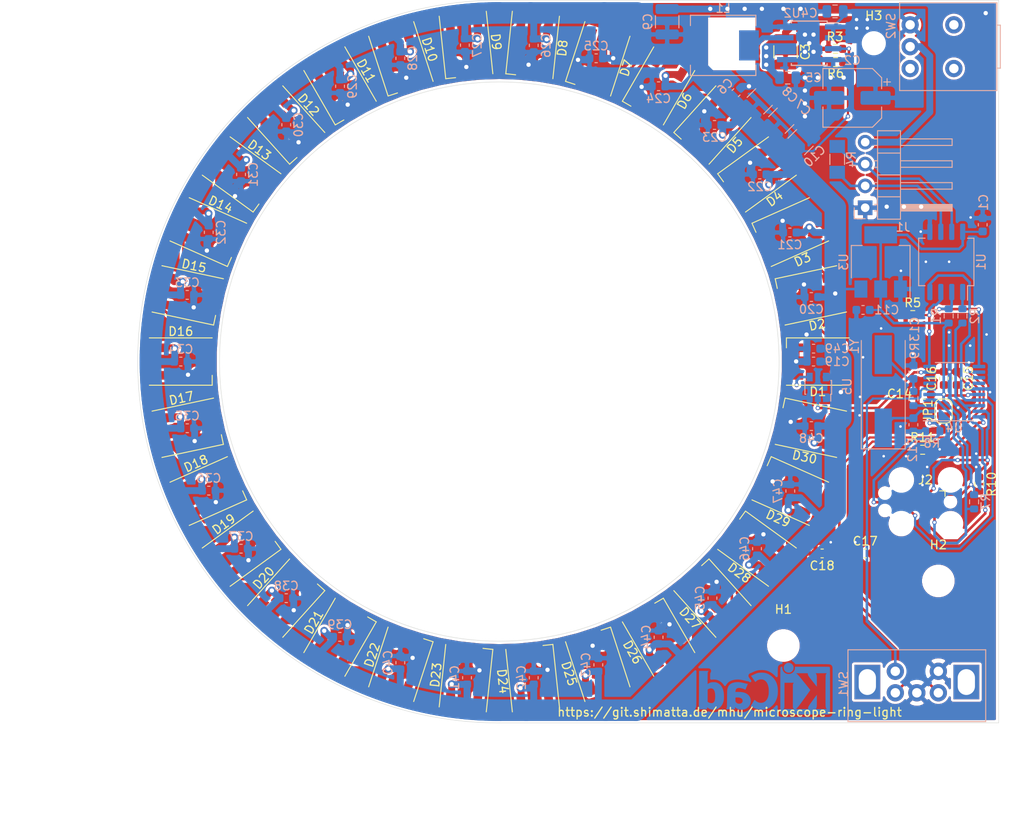
<source format=kicad_pcb>
(kicad_pcb (version 20171130) (host pcbnew 5.1.9)

  (general
    (thickness 1.6)
    (drawings 7)
    (tracks 1210)
    (zones 0)
    (modules 108)
    (nets 63)
  )

  (page A4)
  (layers
    (0 F.Cu signal)
    (31 B.Cu signal)
    (32 B.Adhes user)
    (33 F.Adhes user)
    (34 B.Paste user)
    (35 F.Paste user)
    (36 B.SilkS user)
    (37 F.SilkS user)
    (38 B.Mask user)
    (39 F.Mask user)
    (40 Dwgs.User user)
    (41 Cmts.User user)
    (42 Eco1.User user)
    (43 Eco2.User user)
    (44 Edge.Cuts user)
    (45 Margin user)
    (46 B.CrtYd user)
    (47 F.CrtYd user)
    (48 B.Fab user)
    (49 F.Fab user)
  )

  (setup
    (last_trace_width 0.25)
    (user_trace_width 0.3)
    (user_trace_width 0.6)
    (user_trace_width 0.8)
    (user_trace_width 2.5)
    (trace_clearance 0.2)
    (zone_clearance 0.3)
    (zone_45_only no)
    (trace_min 0.2)
    (via_size 0.8)
    (via_drill 0.4)
    (via_min_size 0.4)
    (via_min_drill 0.3)
    (user_via 0.5 0.3)
    (user_via 0.9 0.5)
    (uvia_size 0.3)
    (uvia_drill 0.1)
    (uvias_allowed no)
    (uvia_min_size 0.2)
    (uvia_min_drill 0.1)
    (edge_width 0.05)
    (segment_width 0.2)
    (pcb_text_width 0.3)
    (pcb_text_size 1.5 1.5)
    (mod_edge_width 0.12)
    (mod_text_size 1 1)
    (mod_text_width 0.15)
    (pad_size 2.2 2.2)
    (pad_drill 2.2)
    (pad_to_mask_clearance 0)
    (aux_axis_origin 70 70)
    (grid_origin 70 70)
    (visible_elements FFFFFF7F)
    (pcbplotparams
      (layerselection 0x010fc_ffffffff)
      (usegerberextensions true)
      (usegerberattributes true)
      (usegerberadvancedattributes true)
      (creategerberjobfile true)
      (excludeedgelayer true)
      (linewidth 0.100000)
      (plotframeref false)
      (viasonmask false)
      (mode 1)
      (useauxorigin false)
      (hpglpennumber 1)
      (hpglpenspeed 20)
      (hpglpendiameter 15.000000)
      (psnegative false)
      (psa4output false)
      (plotreference true)
      (plotvalue true)
      (plotinvisibletext false)
      (padsonsilk false)
      (subtractmaskfromsilk false)
      (outputformat 1)
      (mirror false)
      (drillshape 0)
      (scaleselection 1)
      (outputdirectory "gerber/"))
  )

  (net 0 "")
  (net 1 GND)
  (net 2 +3V3)
  (net 3 /TIM3_CH1)
  (net 4 /TIM3_CH2)
  (net 5 +12V)
  (net 6 +5V)
  (net 7 "Net-(D1-Pad4)")
  (net 8 "Net-(D1-Pad2)")
  (net 9 "Net-(D2-Pad4)")
  (net 10 "Net-(D3-Pad4)")
  (net 11 "Net-(D22-Pad4)")
  (net 12 "Net-(D4-Pad4)")
  (net 13 "Net-(D23-Pad4)")
  (net 14 "Net-(D5-Pad4)")
  (net 15 "Net-(D10-Pad2)")
  (net 16 "Net-(D10-Pad4)")
  (net 17 "Net-(D11-Pad4)")
  (net 18 "Net-(D12-Pad4)")
  (net 19 "Net-(D13-Pad4)")
  (net 20 "Net-(D14-Pad4)")
  (net 21 "Net-(D15-Pad4)")
  (net 22 "Net-(D16-Pad4)")
  (net 23 "Net-(D17-Pad4)")
  (net 24 "Net-(D18-Pad4)")
  (net 25 "Net-(D19-Pad4)")
  (net 26 "Net-(D20-Pad4)")
  (net 27 "Net-(D24-Pad4)")
  (net 28 /DMX+)
  (net 29 /DMX-)
  (net 30 /~RESET)
  (net 31 /STM_RX)
  (net 32 "Net-(J2-Pad8)")
  (net 33 /STM_TX)
  (net 34 "Net-(J2-Pad6)")
  (net 35 "Net-(J2-Pad5)")
  (net 36 /SWCLK)
  (net 37 /SWDIO)
  (net 38 /DMX_TXEN)
  (net 39 /DMX_~RXEN)
  (net 40 "/LED Grave/SK6812_DATA_IN")
  (net 41 /BUTTON)
  (net 42 "Net-(L1-Pad1)")
  (net 43 "Net-(C12-Pad1)")
  (net 44 "Net-(C13-Pad1)")
  (net 45 "Net-(D6-Pad4)")
  (net 46 "Net-(D7-Pad4)")
  (net 47 "Net-(D8-Pad4)")
  (net 48 "Net-(D21-Pad4)")
  (net 49 "Net-(D25-Pad4)")
  (net 50 "Net-(D26-Pad4)")
  (net 51 "Net-(D27-Pad4)")
  (net 52 "Net-(D28-Pad4)")
  (net 53 "Net-(D29-Pad4)")
  (net 54 "Net-(D30-Pad4)")
  (net 55 "Net-(R2-Pad2)")
  (net 56 "Net-(R3-Pad2)")
  (net 57 "Net-(U4-Pad8)")
  (net 58 "Net-(U4-Pad7)")
  (net 59 "Net-(R9-Pad1)")
  (net 60 "Net-(J1-Pad4)")
  (net 61 "Net-(SW2-Pad1)")
  (net 62 "Net-(U4-Pad14)")

  (net_class Default "This is the default net class."
    (clearance 0.2)
    (trace_width 0.25)
    (via_dia 0.8)
    (via_drill 0.4)
    (uvia_dia 0.3)
    (uvia_drill 0.1)
    (add_net +12V)
    (add_net +3V3)
    (add_net +5V)
    (add_net /BUTTON)
    (add_net /DMX+)
    (add_net /DMX-)
    (add_net /DMX_TXEN)
    (add_net /DMX_~RXEN)
    (add_net "/LED Grave/SK6812_DATA_IN")
    (add_net /STM_RX)
    (add_net /STM_TX)
    (add_net /SWCLK)
    (add_net /SWDIO)
    (add_net /TIM3_CH1)
    (add_net /TIM3_CH2)
    (add_net /~RESET)
    (add_net GND)
    (add_net "Net-(C12-Pad1)")
    (add_net "Net-(C13-Pad1)")
    (add_net "Net-(D1-Pad2)")
    (add_net "Net-(D1-Pad4)")
    (add_net "Net-(D10-Pad2)")
    (add_net "Net-(D10-Pad4)")
    (add_net "Net-(D11-Pad4)")
    (add_net "Net-(D12-Pad4)")
    (add_net "Net-(D13-Pad4)")
    (add_net "Net-(D14-Pad4)")
    (add_net "Net-(D15-Pad4)")
    (add_net "Net-(D16-Pad4)")
    (add_net "Net-(D17-Pad4)")
    (add_net "Net-(D18-Pad4)")
    (add_net "Net-(D19-Pad4)")
    (add_net "Net-(D2-Pad4)")
    (add_net "Net-(D20-Pad4)")
    (add_net "Net-(D21-Pad4)")
    (add_net "Net-(D22-Pad4)")
    (add_net "Net-(D23-Pad4)")
    (add_net "Net-(D24-Pad4)")
    (add_net "Net-(D25-Pad4)")
    (add_net "Net-(D26-Pad4)")
    (add_net "Net-(D27-Pad4)")
    (add_net "Net-(D28-Pad4)")
    (add_net "Net-(D29-Pad4)")
    (add_net "Net-(D3-Pad4)")
    (add_net "Net-(D30-Pad4)")
    (add_net "Net-(D4-Pad4)")
    (add_net "Net-(D5-Pad4)")
    (add_net "Net-(D6-Pad4)")
    (add_net "Net-(D7-Pad4)")
    (add_net "Net-(D8-Pad4)")
    (add_net "Net-(J1-Pad4)")
    (add_net "Net-(J2-Pad5)")
    (add_net "Net-(J2-Pad6)")
    (add_net "Net-(J2-Pad8)")
    (add_net "Net-(L1-Pad1)")
    (add_net "Net-(R2-Pad2)")
    (add_net "Net-(R3-Pad2)")
    (add_net "Net-(R9-Pad1)")
    (add_net "Net-(SW2-Pad1)")
    (add_net "Net-(U4-Pad14)")
    (add_net "Net-(U4-Pad7)")
    (add_net "Net-(U4-Pad8)")
  )

  (module MountingHole:MountingHole_2.2mm_M2 (layer F.Cu) (tedit 56D1B4CB) (tstamp 6021B33D)
    (at 113.5 33)
    (descr "Mounting Hole 2.2mm, no annular, M2")
    (tags "mounting hole 2.2mm no annular m2")
    (path /6022C057)
    (attr virtual)
    (fp_text reference H3 (at 0 -3.2) (layer F.SilkS)
      (effects (font (size 1 1) (thickness 0.15)))
    )
    (fp_text value MountingHole (at 0 3.2) (layer F.Fab)
      (effects (font (size 1 1) (thickness 0.15)))
    )
    (fp_circle (center 0 0) (end 2.2 0) (layer Cmts.User) (width 0.15))
    (fp_circle (center 0 0) (end 2.45 0) (layer F.CrtYd) (width 0.05))
    (fp_text user %R (at 0.3 0) (layer F.Fab)
      (effects (font (size 1 1) (thickness 0.15)))
    )
    (pad 1 np_thru_hole circle (at 0 0) (size 2.2 2.2) (drill 2.2) (layers *.Cu *.Mask))
  )

  (module shimatta_switch:EN11-VSM (layer B.Cu) (tedit 60201AA5) (tstamp 601859E7)
    (at 118.5 108.5 270)
    (path /600CCA72)
    (fp_text reference SW1 (at -1 8.5 270) (layer B.SilkS)
      (effects (font (size 1 1) (thickness 0.15)) (justify mirror))
    )
    (fp_text value Rotary_Encoder_Switch (at 2.25 0) (layer B.Fab)
      (effects (font (size 1 1) (thickness 0.15)) (justify mirror))
    )
    (fp_line (start -5 8) (end 3.35 8) (layer B.Fab) (width 0.12))
    (fp_line (start -5 8) (end -5 -8) (layer B.Fab) (width 0.12))
    (fp_line (start -5 -8) (end 3.35 -8) (layer B.Fab) (width 0.12))
    (fp_line (start 3.35 8) (end 3.35 -8) (layer B.Fab) (width 0.12))
    (fp_line (start 3.35 3.5) (end 8 3.5) (layer B.Fab) (width 0.12))
    (fp_line (start 3.35 -3.5) (end 8 -3.5) (layer B.Fab) (width 0.12))
    (fp_line (start 8 3.5) (end 8 -3.5) (layer B.Fab) (width 0.12))
    (fp_line (start 8 3) (end 16.15 3) (layer B.Fab) (width 0.12))
    (fp_line (start 16.15 3) (end 16.15 -3) (layer B.Fab) (width 0.12))
    (fp_line (start 16.15 -3) (end 8 -3) (layer B.Fab) (width 0.12))
    (fp_line (start -5 8) (end 3.35 8) (layer B.SilkS) (width 0.12))
    (fp_line (start 3.35 8) (end 3.35 -8) (layer B.SilkS) (width 0.12))
    (fp_line (start 3.35 -8) (end -5 -8) (layer B.SilkS) (width 0.12))
    (fp_line (start -5 -8) (end -5 8) (layer B.SilkS) (width 0.12))
    (pad MP thru_hole rect (at -1.25 -5.75 270) (size 4 3) (drill oval 3 2) (layers *.Cu *.Mask))
    (pad MP thru_hole rect (at -1.25 5.75 270) (size 4 3) (drill oval 3 2) (layers *.Cu *.Mask))
    (pad S2 thru_hole circle (at -2.5 -2.5 270) (size 2 2) (drill 1.1) (layers *.Cu *.Mask)
      (net 1 GND))
    (pad S1 thru_hole circle (at -2.5 2.5 270) (size 2 2) (drill 1.1) (layers *.Cu *.Mask)
      (net 41 /BUTTON))
    (pad C thru_hole circle (at 0 0 270) (size 2 2) (drill 1.1) (layers *.Cu *.Mask)
      (net 1 GND))
    (pad B thru_hole circle (at 0 2.5 270) (size 2 2) (drill 1.1) (layers *.Cu *.Mask)
      (net 4 /TIM3_CH2))
    (pad A thru_hole circle (at 0 -2.5 270) (size 2 2) (drill 1.1) (layers *.Cu *.Mask)
      (net 3 /TIM3_CH1))
  )

  (module MountingHole:MountingHole_3.2mm_M3 (layer F.Cu) (tedit 56D1B4CB) (tstamp 6020C1D2)
    (at 121 95.5)
    (descr "Mounting Hole 3.2mm, no annular, M3")
    (tags "mounting hole 3.2mm no annular m3")
    (path /6021B3E3)
    (attr virtual)
    (fp_text reference H2 (at 0 -4.2) (layer F.SilkS)
      (effects (font (size 1 1) (thickness 0.15)))
    )
    (fp_text value MountingHole (at 0 4.2) (layer F.Fab)
      (effects (font (size 1 1) (thickness 0.15)))
    )
    (fp_circle (center 0 0) (end 3.45 0) (layer F.CrtYd) (width 0.05))
    (fp_circle (center 0 0) (end 3.2 0) (layer Cmts.User) (width 0.15))
    (fp_text user %R (at 0.3 0) (layer F.Fab)
      (effects (font (size 1 1) (thickness 0.15)))
    )
    (pad 1 np_thru_hole circle (at 0 0) (size 3.2 3.2) (drill 3.2) (layers *.Cu *.Mask))
  )

  (module shimatta_switch:NINIGI-5FS1S102M6QE (layer B.Cu) (tedit 60200670) (tstamp 60208177)
    (at 122.8 33.4)
    (path /601264C2)
    (fp_text reference SW2 (at -7.3 -2.4 90) (layer B.SilkS)
      (effects (font (size 1 1) (thickness 0.15)) (justify mirror))
    )
    (fp_text value "5FS1S102M6QE " (at 0 0.5) (layer B.Fab)
      (effects (font (size 1 1) (thickness 0.15)) (justify mirror))
    )
    (fp_line (start 5.4 -2.5) (end 5 -2.5) (layer B.SilkS) (width 0.12))
    (fp_line (start 5.4 2.5) (end 5.4 -2.5) (layer B.SilkS) (width 0.12))
    (fp_line (start 5 2.5) (end 5.4 2.5) (layer B.SilkS) (width 0.12))
    (fp_line (start -6.3 -5.1) (end -6.3 2.5) (layer B.SilkS) (width 0.12))
    (fp_line (start 5 -5.1) (end -6.3 -5.1) (layer B.SilkS) (width 0.12))
    (fp_line (start 5 5.1) (end 5 -5.1) (layer B.SilkS) (width 0.12))
    (fp_line (start -6.3 5.1) (end 5 5.1) (layer B.SilkS) (width 0.12))
    (fp_line (start -6.3 2.5) (end -6.3 5.1) (layer B.SilkS) (width 0.12))
    (fp_line (start 8.1 0) (end 5 0) (layer B.Fab) (width 0.12))
    (fp_line (start 8.1 2.5) (end 8.1 0) (layer B.Fab) (width 0.12))
    (fp_line (start 5 2.5) (end 8.1 2.5) (layer B.Fab) (width 0.12))
    (fp_line (start -5.1 -5.1) (end -5 -5.1) (layer B.Fab) (width 0.12))
    (fp_line (start -5.1 5.1) (end -5.1 -5.1) (layer B.Fab) (width 0.12))
    (fp_line (start 4.95 5.1) (end -5.1 5.1) (layer B.Fab) (width 0.12))
    (fp_line (start 4.95 -5.1) (end -5 -5.1) (layer B.Fab) (width 0.12))
    (fp_line (start 4.95 5.1) (end 4.95 -5.1) (layer B.Fab) (width 0.12))
    (pad 3 thru_hole circle (at -5.08 -2.54) (size 2 2) (drill 1.1) (layers *.Cu *.Mask)
      (net 5 +12V))
    (pad 2 thru_hole circle (at -5.08 0) (size 2 2) (drill 1.1) (layers *.Cu *.Mask)
      (net 60 "Net-(J1-Pad4)"))
    (pad 1 thru_hole circle (at -5.08 2.54) (size 2 2) (drill 1.1) (layers *.Cu *.Mask)
      (net 61 "Net-(SW2-Pad1)"))
    (pad "" thru_hole circle (at 0 2.54) (size 2 2) (drill 1.1) (layers *.Cu *.Mask))
    (pad "" thru_hole circle (at 0 -2.54) (size 2 2) (drill 1.1) (layers *.Cu *.Mask))
  )

  (module shimatta_artwork:shimatta_kanji_10mm_solder_mask (layer F.Cu) (tedit 0) (tstamp 6017E024)
    (at 88.5 30.5)
    (fp_text reference G*** (at 0 0) (layer F.SilkS) hide
      (effects (font (size 1.524 1.524) (thickness 0.3)))
    )
    (fp_text value LOGO (at 0.75 0) (layer F.SilkS) hide
      (effects (font (size 1.524 1.524) (thickness 0.3)))
    )
    (fp_poly (pts (xy -1.974371 1.038841) (xy -1.921286 1.053288) (xy -1.872623 1.079719) (xy -1.866195 1.084191)
      (xy -1.838293 1.104059) (xy -1.817119 1.069799) (xy -1.79976 1.048167) (xy -1.782486 1.036309)
      (xy -1.778291 1.035539) (xy -1.768206 1.038583) (xy -1.760646 1.049319) (xy -1.755185 1.070154)
      (xy -1.7514 1.103496) (xy -1.748865 1.15175) (xy -1.747273 1.211385) (xy -1.746474 1.259613)
      (xy -1.746752 1.291726) (xy -1.748675 1.311141) (xy -1.75281 1.321274) (xy -1.759723 1.325542)
      (xy -1.766441 1.326858) (xy -1.786978 1.322585) (xy -1.793979 1.312205) (xy -1.82301 1.2417)
      (xy -1.856701 1.183639) (xy -1.890646 1.143766) (xy -1.936773 1.110849) (xy -1.98647 1.091476)
      (xy -2.036678 1.08492) (xy -2.084334 1.090454) (xy -2.126379 1.107351) (xy -2.159752 1.134885)
      (xy -2.181392 1.172328) (xy -2.188308 1.214467) (xy -2.182791 1.248681) (xy -2.165175 1.278144)
      (xy -2.133859 1.30396) (xy -2.087242 1.327231) (xy -2.023723 1.349063) (xy -1.972988 1.362908)
      (xy -1.926945 1.37512) (xy -1.884295 1.387388) (xy -1.85095 1.397965) (xy -1.837224 1.403038)
      (xy -1.783941 1.43521) (xy -1.7442 1.480643) (xy -1.719152 1.537493) (xy -1.709948 1.603912)
      (xy -1.709925 1.607039) (xy -1.718324 1.675881) (xy -1.743018 1.735267) (xy -1.782805 1.783525)
      (xy -1.836485 1.818985) (xy -1.87192 1.832554) (xy -1.918944 1.841854) (xy -1.97371 1.845409)
      (xy -2.028119 1.84323) (xy -2.074074 1.835326) (xy -2.083751 1.832294) (xy -2.116174 1.818033)
      (xy -2.150925 1.79893) (xy -2.159336 1.793591) (xy -2.197825 1.76812) (xy -2.219932 1.802247)
      (xy -2.24036 1.826752) (xy -2.262088 1.836076) (xy -2.268904 1.836495) (xy -2.295769 1.836616)
      (xy -2.295769 1.524) (xy -2.272298 1.524) (xy -2.259227 1.52626) (xy -2.249254 1.535687)
      (xy -2.239777 1.556254) (xy -2.228545 1.590772) (xy -2.200232 1.656354) (xy -2.159137 1.713395)
      (xy -2.108703 1.757526) (xy -2.086983 1.770431) (xy -2.043168 1.785715) (xy -1.991547 1.792606)
      (xy -1.939352 1.79103) (xy -1.893813 1.780914) (xy -1.875726 1.772587) (xy -1.835146 1.739209)
      (xy -1.80866 1.697192) (xy -1.797641 1.650585) (xy -1.803458 1.603433) (xy -1.811693 1.583581)
      (xy -1.823542 1.564842) (xy -1.839561 1.549289) (xy -1.86277 1.535442) (xy -1.896185 1.521824)
      (xy -1.942823 1.506956) (xy -2.001869 1.490396) (xy -2.070514 1.470952) (xy -2.12321 1.453777)
      (xy -2.163196 1.437447) (xy -2.193709 1.420542) (xy -2.217988 1.401639) (xy -2.229206 1.390568)
      (xy -2.258638 1.349794) (xy -2.273428 1.302837) (xy -2.276231 1.263171) (xy -2.268182 1.193355)
      (xy -2.244667 1.13505) (xy -2.206631 1.089166) (xy -2.155021 1.056615) (xy -2.090784 1.038307)
      (xy -2.038549 1.034453) (xy -1.974371 1.038841)) (layer F.Mask) (width 0.01))
    (fp_poly (pts (xy 0.640944 1.312618) (xy 0.67704 1.319504) (xy 0.709375 1.333293) (xy 0.740902 1.35388)
      (xy 0.745424 1.357713) (xy 0.776654 1.385604) (xy 0.781782 1.564706) (xy 0.783857 1.622571)
      (xy 0.786497 1.674136) (xy 0.789465 1.716036) (xy 0.792525 1.744908) (xy 0.79526 1.757136)
      (xy 0.810932 1.766015) (xy 0.84142 1.765392) (xy 0.866266 1.76353) (xy 0.877171 1.76799)
      (xy 0.879231 1.777416) (xy 0.870113 1.801327) (xy 0.844983 1.820342) (xy 0.807181 1.832279)
      (xy 0.792135 1.834328) (xy 0.760728 1.835756) (xy 0.740346 1.830993) (xy 0.722902 1.817897)
      (xy 0.72021 1.815253) (xy 0.702591 1.795118) (xy 0.692224 1.778656) (xy 0.691979 1.777976)
      (xy 0.684959 1.772802) (xy 0.669292 1.779728) (xy 0.649017 1.79442) (xy 0.618564 1.81506)
      (xy 0.58745 1.831466) (xy 0.577369 1.835408) (xy 0.533609 1.844151) (xy 0.484536 1.845295)
      (xy 0.438788 1.839118) (xy 0.412345 1.830092) (xy 0.372494 1.802851) (xy 0.349635 1.767447)
      (xy 0.341942 1.720977) (xy 0.341923 1.718095) (xy 0.343126 1.700515) (xy 0.455607 1.700515)
      (xy 0.457835 1.73071) (xy 0.469349 1.752095) (xy 0.48304 1.765362) (xy 0.507125 1.781844)
      (xy 0.532 1.786258) (xy 0.550438 1.78465) (xy 0.58274 1.776437) (xy 0.610963 1.763138)
      (xy 0.614012 1.761016) (xy 0.645603 1.732311) (xy 0.665621 1.699528) (xy 0.677036 1.656731)
      (xy 0.680628 1.627794) (xy 0.683522 1.592705) (xy 0.683443 1.573158) (xy 0.679617 1.565278)
      (xy 0.671269 1.565193) (xy 0.668269 1.565968) (xy 0.648488 1.570944) (xy 0.617794 1.578137)
      (xy 0.595923 1.583073) (xy 0.536922 1.599909) (xy 0.495378 1.621103) (xy 0.469412 1.648229)
      (xy 0.457142 1.682862) (xy 0.455607 1.700515) (xy 0.343126 1.700515) (xy 0.344116 1.686059)
      (xy 0.353266 1.661888) (xy 0.373232 1.635965) (xy 0.376197 1.632658) (xy 0.40625 1.605269)
      (xy 0.444581 1.581703) (xy 0.4938 1.560914) (xy 0.556523 1.541856) (xy 0.635361 1.523484)
      (xy 0.663059 1.517848) (xy 0.676458 1.513728) (xy 0.682332 1.50481) (xy 0.682301 1.485745)
      (xy 0.679595 1.463209) (xy 0.674002 1.43082) (xy 0.667225 1.404589) (xy 0.663822 1.396093)
      (xy 0.644922 1.378737) (xy 0.61268 1.366075) (xy 0.573062 1.359819) (xy 0.540027 1.360581)
      (xy 0.500622 1.369239) (xy 0.478247 1.383995) (xy 0.473727 1.40413) (xy 0.477739 1.414757)
      (xy 0.487636 1.447797) (xy 0.483358 1.477167) (xy 0.468279 1.499765) (xy 0.445775 1.512488)
      (xy 0.419223 1.512233) (xy 0.391997 1.495897) (xy 0.390769 1.494692) (xy 0.373401 1.465279)
      (xy 0.372129 1.431335) (xy 0.385222 1.396326) (xy 0.410949 1.363713) (xy 0.447576 1.336962)
      (xy 0.475841 1.324549) (xy 0.525279 1.313638) (xy 0.58351 1.309581) (xy 0.640944 1.312618)) (layer F.Mask) (width 0.01))
    (fp_poly (pts (xy 1.067389 1.108152) (xy 1.073653 1.114475) (xy 1.077607 1.128178) (xy 1.079988 1.152711)
      (xy 1.081536 1.191523) (xy 1.082262 1.218712) (xy 1.085024 1.328616) (xy 1.163538 1.328616)
      (xy 1.202366 1.3289) (xy 1.225462 1.330495) (xy 1.23663 1.334508) (xy 1.239675 1.342049)
      (xy 1.238929 1.350596) (xy 1.235823 1.361747) (xy 1.227612 1.368592) (xy 1.210101 1.372452)
      (xy 1.179094 1.37465) (xy 1.160096 1.37543) (xy 1.084385 1.378284) (xy 1.084385 1.55643)
      (xy 1.084671 1.622622) (xy 1.085671 1.672073) (xy 1.087598 1.707571) (xy 1.090664 1.731905)
      (xy 1.09508 1.747866) (xy 1.099592 1.756288) (xy 1.121883 1.774299) (xy 1.148938 1.776923)
      (xy 1.176351 1.766026) (xy 1.199718 1.743476) (xy 1.214633 1.711137) (xy 1.215545 1.707173)
      (xy 1.22186 1.676871) (xy 1.226224 1.655885) (xy 1.235543 1.636856) (xy 1.256152 1.631464)
      (xy 1.256791 1.631462) (xy 1.271513 1.632447) (xy 1.278247 1.638659) (xy 1.278807 1.654982)
      (xy 1.275582 1.681998) (xy 1.26038 1.743784) (xy 1.232522 1.791452) (xy 1.191026 1.826549)
      (xy 1.18012 1.832659) (xy 1.145866 1.843001) (xy 1.104011 1.845687) (xy 1.064409 1.840618)
      (xy 1.046249 1.834029) (xy 1.023745 1.8175) (xy 1.002423 1.794593) (xy 1.002288 1.794411)
      (xy 0.995239 1.783637) (xy 0.989937 1.770968) (xy 0.986075 1.753497) (xy 0.983345 1.728317)
      (xy 0.98144 1.692522) (xy 0.980054 1.643206) (xy 0.978878 1.577463) (xy 0.978796 1.572161)
      (xy 0.975784 1.377462) (xy 0.932392 1.377462) (xy 0.905449 1.376377) (xy 0.892769 1.371235)
      (xy 0.889118 1.359204) (xy 0.889 1.353994) (xy 0.894585 1.334751) (xy 0.914328 1.321845)
      (xy 0.92033 1.319605) (xy 0.958438 1.29963) (xy 0.987906 1.268085) (xy 1.010137 1.222673)
      (xy 1.026541 1.161099) (xy 1.030398 1.139951) (xy 1.036325 1.115595) (xy 1.045494 1.105989)
      (xy 1.058076 1.105759) (xy 1.067389 1.108152)) (layer F.Mask) (width 0.01))
    (fp_poly (pts (xy 1.488944 1.110289) (xy 1.494525 1.116945) (xy 1.498106 1.132096) (xy 1.500339 1.159063)
      (xy 1.501878 1.201166) (xy 1.502339 1.218712) (xy 1.505101 1.328616) (xy 1.582935 1.328616)
      (xy 1.6216 1.328878) (xy 1.644721 1.330503) (xy 1.656293 1.334742) (xy 1.66031 1.342849)
      (xy 1.660769 1.353039) (xy 1.659936 1.365151) (xy 1.65478 1.372404) (xy 1.641314 1.376043)
      (xy 1.615552 1.377313) (xy 1.582615 1.377462) (xy 1.504461 1.377462) (xy 1.504461 1.558192)
      (xy 1.504599 1.622242) (xy 1.5052 1.669671) (xy 1.50655 1.703395) (xy 1.508932 1.726331)
      (xy 1.512633 1.741394) (xy 1.517936 1.751503) (xy 1.524 1.758462) (xy 1.553175 1.776093)
      (xy 1.584057 1.77626) (xy 1.611666 1.759856) (xy 1.625783 1.740182) (xy 1.635945 1.713599)
      (xy 1.644478 1.680299) (xy 1.645819 1.672981) (xy 1.651731 1.646626) (xy 1.660436 1.634536)
      (xy 1.675946 1.631473) (xy 1.677642 1.631462) (xy 1.69222 1.632603) (xy 1.698789 1.63934)
      (xy 1.699297 1.656642) (xy 1.696783 1.680302) (xy 1.682886 1.743441) (xy 1.657693 1.790854)
      (xy 1.620651 1.823134) (xy 1.571209 1.840874) (xy 1.544177 1.844314) (xy 1.50807 1.844991)
      (xy 1.482071 1.839541) (xy 1.457198 1.825996) (xy 1.455615 1.82493) (xy 1.437063 1.81038)
      (xy 1.422919 1.793322) (xy 1.412591 1.771022) (xy 1.405489 1.740747) (xy 1.401022 1.699763)
      (xy 1.398599 1.645336) (xy 1.39763 1.574735) (xy 1.397551 1.556312) (xy 1.397 1.378585)
      (xy 1.355481 1.375581) (xy 1.327979 1.371614) (xy 1.314897 1.363255) (xy 1.311576 1.353039)
      (xy 1.315704 1.337223) (xy 1.334351 1.32219) (xy 1.350145 1.313962) (xy 1.38592 1.292045)
      (xy 1.412117 1.263056) (xy 1.431723 1.222652) (xy 1.445662 1.17518) (xy 1.45552 1.139038)
      (xy 1.464372 1.118497) (xy 1.474178 1.109844) (xy 1.48071 1.108808) (xy 1.488944 1.110289)) (layer F.Mask) (width 0.01))
    (fp_poly (pts (xy 2.067017 1.312015) (xy 2.091074 1.317656) (xy 2.115093 1.328184) (xy 2.119351 1.330379)
      (xy 2.147999 1.346455) (xy 2.169267 1.362613) (xy 2.184314 1.38202) (xy 2.194299 1.407842)
      (xy 2.200379 1.443246) (xy 2.203714 1.491396) (xy 2.205462 1.55546) (xy 2.205652 1.56621)
      (xy 2.206886 1.634499) (xy 2.208354 1.685635) (xy 2.210672 1.721998) (xy 2.214456 1.745971)
      (xy 2.220321 1.759934) (xy 2.228883 1.766269) (xy 2.240758 1.767357) (xy 2.256562 1.76558)
      (xy 2.257183 1.765496) (xy 2.2874 1.764126) (xy 2.301366 1.77125) (xy 2.300944 1.788041)
      (xy 2.299502 1.792134) (xy 2.282756 1.811763) (xy 2.252528 1.827163) (xy 2.21481 1.835705)
      (xy 2.198095 1.836616) (xy 2.165222 1.832505) (xy 2.140837 1.817535) (xy 2.13411 1.810766)
      (xy 2.118195 1.791346) (xy 2.110332 1.777346) (xy 2.110154 1.776076) (xy 2.103393 1.775971)
      (xy 2.086279 1.785859) (xy 2.075981 1.793301) (xy 2.018762 1.826325) (xy 1.956762 1.843577)
      (xy 1.894263 1.844524) (xy 1.83555 1.828632) (xy 1.82662 1.824404) (xy 1.78778 1.795174)
      (xy 1.765426 1.756208) (xy 1.760635 1.709667) (xy 1.762569 1.695669) (xy 1.762917 1.694639)
      (xy 1.875692 1.694639) (xy 1.882946 1.738312) (xy 1.90319 1.768727) (xy 1.934148 1.784818)
      (xy 1.973544 1.785521) (xy 2.0191 1.769771) (xy 2.027115 1.765481) (xy 2.065577 1.734584)
      (xy 2.089543 1.692505) (xy 2.099829 1.637617) (xy 2.100369 1.619064) (xy 2.100385 1.562705)
      (xy 2.073519 1.568707) (xy 2.002641 1.586563) (xy 1.949443 1.60502) (xy 1.912071 1.625257)
      (xy 1.888675 1.648452) (xy 1.877405 1.675784) (xy 1.875692 1.694639) (xy 1.762917 1.694639)
      (xy 1.775241 1.658177) (xy 1.799184 1.625607) (xy 1.835942 1.597087) (xy 1.887055 1.571743)
      (xy 1.954065 1.5487) (xy 2.038515 1.527086) (xy 2.073519 1.519478) (xy 2.091119 1.51337)
      (xy 2.098748 1.500718) (xy 2.100385 1.475604) (xy 2.095153 1.427605) (xy 2.078669 1.393815)
      (xy 2.052443 1.373045) (xy 2.013304 1.361056) (xy 1.967038 1.358661) (xy 1.923753 1.36625)
      (xy 1.919185 1.367871) (xy 1.900754 1.378362) (xy 1.897388 1.393896) (xy 1.89901 1.402063)
      (xy 1.906334 1.431636) (xy 1.910841 1.449775) (xy 1.90831 1.475393) (xy 1.891704 1.498124)
      (xy 1.866273 1.512219) (xy 1.851978 1.514231) (xy 1.827936 1.505801) (xy 1.805532 1.484928)
      (xy 1.790661 1.458238) (xy 1.787806 1.442086) (xy 1.796395 1.409192) (xy 1.81924 1.375487)
      (xy 1.852116 1.346505) (xy 1.867982 1.337029) (xy 1.901035 1.323791) (xy 1.941599 1.315663)
      (xy 1.992923 1.311533) (xy 2.036455 1.310295) (xy 2.067017 1.312015)) (layer F.Mask) (width 0.01))
    (fp_poly (pts (xy -1.455615 1.215473) (xy -1.450731 1.398336) (xy -1.421423 1.367157) (xy -1.376353 1.331405)
      (xy -1.326607 1.312133) (xy -1.275539 1.308504) (xy -1.226501 1.31968) (xy -1.182846 1.344823)
      (xy -1.147927 1.383095) (xy -1.125098 1.433658) (xy -1.123046 1.441718) (xy -1.119874 1.465079)
      (xy -1.117169 1.503375) (xy -1.115156 1.552) (xy -1.114058 1.606352) (xy -1.113925 1.628833)
      (xy -1.113934 1.686246) (xy -1.11338 1.727126) (xy -1.11108 1.754472) (xy -1.10585 1.771281)
      (xy -1.096506 1.780548) (xy -1.081867 1.785271) (xy -1.060747 1.788448) (xy -1.050305 1.789943)
      (xy -1.03283 1.799802) (xy -1.027608 1.809862) (xy -1.027842 1.816489) (xy -1.03341 1.821136)
      (xy -1.047143 1.82415) (xy -1.071873 1.825876) (xy -1.110431 1.826659) (xy -1.165648 1.826846)
      (xy -1.166707 1.826846) (xy -1.222097 1.826711) (xy -1.260894 1.826038) (xy -1.28604 1.824421)
      (xy -1.30048 1.821457) (xy -1.307159 1.816742) (xy -1.309018 1.809871) (xy -1.309077 1.807308)
      (xy -1.304974 1.793528) (xy -1.289229 1.788224) (xy -1.276839 1.787769) (xy -1.25665 1.786726)
      (xy -1.24203 1.781795) (xy -1.232084 1.770273) (xy -1.225917 1.749459) (xy -1.222637 1.716651)
      (xy -1.22135 1.669146) (xy -1.221154 1.619425) (xy -1.222023 1.550012) (xy -1.22506 1.497159)
      (xy -1.230911 1.457944) (xy -1.240222 1.429447) (xy -1.253639 1.408749) (xy -1.271142 1.393392)
      (xy -1.306881 1.379323) (xy -1.346249 1.381693) (xy -1.384996 1.399063) (xy -1.418873 1.429993)
      (xy -1.431192 1.447614) (xy -1.439055 1.463151) (xy -1.44473 1.481935) (xy -1.448683 1.507586)
      (xy -1.451382 1.543727) (xy -1.453292 1.593978) (xy -1.454095 1.625431) (xy -1.455257 1.685008)
      (xy -1.45493 1.727828) (xy -1.452182 1.756663) (xy -1.446076 1.774287) (xy -1.43568 1.783474)
      (xy -1.420057 1.786995) (xy -1.399442 1.78762) (xy -1.376896 1.790323) (xy -1.368343 1.800256)
      (xy -1.367692 1.807308) (xy -1.368675 1.814909) (xy -1.373585 1.820234) (xy -1.385367 1.823685)
      (xy -1.406965 1.825666) (xy -1.441322 1.826583) (xy -1.491383 1.826838) (xy -1.510063 1.826846)
      (xy -1.565576 1.826666) (xy -1.604384 1.825895) (xy -1.629317 1.824188) (xy -1.643208 1.821198)
      (xy -1.648887 1.81658) (xy -1.649186 1.809989) (xy -1.649162 1.809862) (xy -1.637956 1.794552)
      (xy -1.626465 1.789943) (xy -1.600387 1.785385) (xy -1.584931 1.782287) (xy -1.562824 1.777564)
      (xy -1.565393 1.438302) (xy -1.567962 1.099039) (xy -1.614365 1.096061) (xy -1.6426 1.093155)
      (xy -1.65633 1.087339) (xy -1.660586 1.075813) (xy -1.660769 1.070241) (xy -1.659089 1.056138)
      (xy -1.651888 1.04659) (xy -1.635928 1.040587) (xy -1.607967 1.037118) (xy -1.564767 1.035173)
      (xy -1.546808 1.034698) (xy -1.4605 1.03261) (xy -1.455615 1.215473)) (layer F.Mask) (width 0.01))
    (fp_poly (pts (xy -0.791308 1.541671) (xy -0.79114 1.616724) (xy -0.790274 1.674548) (xy -0.788164 1.717452)
      (xy -0.784266 1.747744) (xy -0.778034 1.767735) (xy -0.768923 1.779731) (xy -0.756389 1.786044)
      (xy -0.739886 1.788981) (xy -0.732772 1.789665) (xy -0.705556 1.796467) (xy -0.695421 1.80975)
      (xy -0.695628 1.81631) (xy -0.700994 1.820947) (xy -0.714308 1.82399) (xy -0.738353 1.825767)
      (xy -0.775917 1.826609) (xy -0.829783 1.826843) (xy -0.840154 1.826846) (xy -0.896902 1.826679)
      (xy -0.936899 1.825957) (xy -0.96293 1.824353) (xy -0.977782 1.821535) (xy -0.984238 1.817177)
      (xy -0.985086 1.810948) (xy -0.984886 1.80975) (xy -0.97342 1.795751) (xy -0.947535 1.789665)
      (xy -0.927021 1.786674) (xy -0.911938 1.780045) (xy -0.901459 1.767116) (xy -0.894754 1.745221)
      (xy -0.890995 1.711698) (xy -0.889353 1.663884) (xy -0.889 1.601508) (xy -0.889384 1.54625)
      (xy -0.890442 1.495701) (xy -0.892032 1.454098) (xy -0.894015 1.425682) (xy -0.895106 1.41776)
      (xy -0.900096 1.399466) (xy -0.909311 1.390477) (xy -0.928545 1.387501) (xy -0.948837 1.387231)
      (xy -0.977413 1.386342) (xy -0.991501 1.382043) (xy -0.996126 1.371885) (xy -0.996462 1.364029)
      (xy -0.992671 1.349345) (xy -0.979576 1.33915) (xy -0.954592 1.332756) (xy -0.915134 1.329476)
      (xy -0.863356 1.328616) (xy -0.791308 1.328616) (xy -0.791308 1.541671)) (layer F.Mask) (width 0.01))
    (fp_poly (pts (xy 0.080297 1.3191) (xy 0.125771 1.345358) (xy 0.152577 1.373188) (xy 0.180731 1.410065)
      (xy 0.183814 1.586478) (xy 0.185487 1.650324) (xy 0.187999 1.703674) (xy 0.191173 1.744022)
      (xy 0.194831 1.768864) (xy 0.197222 1.77533) (xy 0.213481 1.783903) (xy 0.238852 1.787753)
      (xy 0.240542 1.787769) (xy 0.263603 1.790132) (xy 0.272652 1.799263) (xy 0.273538 1.807308)
      (xy 0.272556 1.814909) (xy 0.267645 1.820234) (xy 0.255863 1.823685) (xy 0.234266 1.825666)
      (xy 0.199908 1.826583) (xy 0.149847 1.826838) (xy 0.131168 1.826846) (xy 0.075655 1.826666)
      (xy 0.036847 1.825895) (xy 0.011913 1.824188) (xy -0.001977 1.821198) (xy -0.007656 1.81658)
      (xy -0.007955 1.809989) (xy -0.007931 1.809862) (xy 0.003274 1.794552) (xy 0.014766 1.789943)
      (xy 0.040674 1.785404) (xy 0.056786 1.782164) (xy 0.079379 1.77732) (xy 0.076324 1.602575)
      (xy 0.07513 1.540071) (xy 0.073784 1.494035) (xy 0.071875 1.461401) (xy 0.068992 1.4391)
      (xy 0.064727 1.424065) (xy 0.058668 1.413227) (xy 0.050405 1.403519) (xy 0.049585 1.402645)
      (xy 0.018289 1.381785) (xy -0.017565 1.377181) (xy -0.053905 1.387557) (xy -0.086657 1.41164)
      (xy -0.11175 1.448156) (xy -0.114311 1.453926) (xy -0.121097 1.479773) (xy -0.126816 1.519311)
      (xy -0.13124 1.567557) (xy -0.134142 1.619526) (xy -0.135296 1.670235) (xy -0.134473 1.714698)
      (xy -0.131448 1.747932) (xy -0.128291 1.760904) (xy -0.117156 1.779704) (xy -0.099101 1.786984)
      (xy -0.08328 1.787769) (xy -0.059613 1.789922) (xy -0.050013 1.79834) (xy -0.048846 1.807308)
      (xy -0.049861 1.815039) (xy -0.054906 1.820409) (xy -0.066985 1.823845) (xy -0.089101 1.825777)
      (xy -0.124255 1.826634) (xy -0.17545 1.826844) (xy -0.185615 1.826846) (xy -0.239737 1.826701)
      (xy -0.277324 1.825981) (xy -0.301377 1.824255) (xy -0.314901 1.821096) (xy -0.320897 1.816074)
      (xy -0.322369 1.80876) (xy -0.322385 1.807308) (xy -0.318514 1.793788) (xy -0.303445 1.788375)
      (xy -0.288536 1.787769) (xy -0.259067 1.782638) (xy -0.244575 1.768873) (xy -0.240334 1.750826)
      (xy -0.237292 1.717778) (xy -0.235444 1.674231) (xy -0.234785 1.624683) (xy -0.235311 1.573638)
      (xy -0.237015 1.525594) (xy -0.239893 1.485053) (xy -0.243941 1.456516) (xy -0.24492 1.452539)
      (xy -0.263385 1.41075) (xy -0.290501 1.385404) (xy -0.32287 1.377462) (xy -0.368 1.386426)
      (xy -0.404805 1.412769) (xy -0.428846 1.448664) (xy -0.437064 1.467827) (xy -0.442778 1.488226)
      (xy -0.446426 1.513822) (xy -0.448446 1.548578) (xy -0.449276 1.596454) (xy -0.449385 1.63436)
      (xy -0.449479 1.690546) (xy -0.448929 1.730264) (xy -0.44649 1.756574) (xy -0.440914 1.772536)
      (xy -0.430953 1.78121) (xy -0.415362 1.785657) (xy -0.392893 1.788938) (xy -0.385997 1.789943)
      (xy -0.368523 1.799802) (xy -0.3633 1.809862) (xy -0.363534 1.816489) (xy -0.369102 1.821136)
      (xy -0.382836 1.82415) (xy -0.407566 1.825876) (xy -0.446123 1.826659) (xy -0.501341 1.826846)
      (xy -0.502399 1.826846) (xy -0.55779 1.826711) (xy -0.596586 1.826038) (xy -0.621732 1.824421)
      (xy -0.636173 1.821457) (xy -0.642851 1.816742) (xy -0.644711 1.809871) (xy -0.644769 1.807308)
      (xy -0.640779 1.793653) (xy -0.62536 1.788294) (xy -0.611773 1.787769) (xy -0.585868 1.784016)
      (xy -0.568147 1.774918) (xy -0.567592 1.774292) (xy -0.56321 1.76046) (xy -0.560279 1.730646)
      (xy -0.558758 1.683856) (xy -0.558602 1.619099) (xy -0.559069 1.576465) (xy -0.561731 1.392116)
      (xy -0.60325 1.389111) (xy -0.629637 1.385777) (xy -0.641728 1.378715) (xy -0.644761 1.364681)
      (xy -0.644769 1.363385) (xy -0.641762 1.348658) (xy -0.630785 1.338679) (xy -0.608907 1.332599)
      (xy -0.573196 1.329571) (xy -0.525096 1.328749) (xy -0.449385 1.328616) (xy -0.449385 1.398499)
      (xy -0.422975 1.367114) (xy -0.381681 1.331778) (xy -0.333598 1.312588) (xy -0.28274 1.309406)
      (xy -0.233119 1.322094) (xy -0.188746 1.350515) (xy -0.165668 1.375926) (xy -0.144271 1.404867)
      (xy -0.116038 1.372711) (xy -0.072184 1.335499) (xy -0.022379 1.314164) (xy 0.029681 1.3087)
      (xy 0.080297 1.3191)) (layer F.Mask) (width 0.01))
    (fp_poly (pts (xy -0.802099 1.070158) (xy -0.791846 1.081035) (xy -0.777413 1.111229) (xy -0.782485 1.140329)
      (xy -0.803008 1.164981) (xy -0.831546 1.180305) (xy -0.860061 1.176312) (xy -0.88456 1.158098)
      (xy -0.903765 1.13374) (xy -0.906257 1.111825) (xy -0.892337 1.086106) (xy -0.888291 1.080818)
      (xy -0.861205 1.059245) (xy -0.831005 1.055695) (xy -0.802099 1.070158)) (layer F.Mask) (width 0.01))
    (fp_poly (pts (xy -1.919394 -1.844364) (xy -1.881995 -1.838959) (xy -1.83621 -1.831152) (xy -1.787182 -1.821928)
      (xy -1.740055 -1.812271) (xy -1.699974 -1.803165) (xy -1.672081 -1.795593) (xy -1.665658 -1.793285)
      (xy -1.641617 -1.78009) (xy -1.626567 -1.766036) (xy -1.625347 -1.763663) (xy -1.626838 -1.74347)
      (xy -1.641826 -1.72305) (xy -1.660978 -1.710965) (xy -1.673678 -1.701253) (xy -1.695449 -1.680074)
      (xy -1.722813 -1.650936) (xy -1.742271 -1.629019) (xy -1.808024 -1.553308) (xy -0.594458 -1.553308)
      (xy -0.497222 -1.643673) (xy -0.460879 -1.677064) (xy -0.429285 -1.705373) (xy -0.405355 -1.726043)
      (xy -0.392001 -1.736515) (xy -0.390655 -1.737241) (xy -0.378973 -1.732798) (xy -0.356469 -1.717835)
      (xy -0.326597 -1.69517) (xy -0.292814 -1.66762) (xy -0.258573 -1.638004) (xy -0.227331 -1.609139)
      (xy -0.202541 -1.583843) (xy -0.202446 -1.583738) (xy -0.182214 -1.558813) (xy -0.169009 -1.537693)
      (xy -0.166077 -1.528615) (xy -0.172848 -1.514531) (xy -0.19409 -1.504447) (xy -0.231197 -1.498051)
      (xy -0.285562 -1.495033) (xy -0.318136 -1.494692) (xy -0.420077 -1.494692) (xy -0.420077 -1.318846)
      (xy -0.419978 -1.256308) (xy -0.419487 -1.210659) (xy -0.418317 -1.179249) (xy -0.416179 -1.159428)
      (xy -0.412785 -1.148545) (xy -0.407847 -1.143953) (xy -0.401076 -1.143) (xy -0.400946 -1.143)
      (xy -0.386656 -1.149096) (xy -0.361172 -1.165768) (xy -0.327888 -1.190596) (xy -0.290196 -1.221155)
      (xy -0.283437 -1.226881) (xy -0.185058 -1.310762) (xy -0.10076 -1.243977) (xy -0.050552 -1.202931)
      (xy -0.015414 -1.170918) (xy 0.005972 -1.146334) (xy 0.014925 -1.127576) (xy 0.012767 -1.113042)
      (xy 0.010144 -1.109259) (xy 0.003296 -1.104152) (xy -0.009271 -1.10031) (xy -0.030021 -1.097563)
      (xy -0.061416 -1.095745) (xy -0.105922 -1.094686) (xy -0.166 -1.09422) (xy -0.211235 -1.094154)
      (xy -0.420077 -1.094154) (xy -0.420077 -0.796651) (xy -0.342531 -0.873741) (xy -0.264986 -0.950832)
      (xy -0.208446 -0.912589) (xy -0.167434 -0.882691) (xy -0.128134 -0.850225) (xy -0.093355 -0.817971)
      (xy -0.065901 -0.78871) (xy -0.048579 -0.765224) (xy -0.044196 -0.750292) (xy -0.044312 -0.749955)
      (xy -0.049346 -0.741378) (xy -0.058613 -0.734832) (xy -0.07451 -0.730046) (xy -0.099432 -0.726751)
      (xy -0.135776 -0.724675) (xy -0.185938 -0.72355) (xy -0.252314 -0.723104) (xy -0.282819 -0.723056)
      (xy -0.35028 -0.722753) (xy -0.400068 -0.721869) (xy -0.434048 -0.72028) (xy -0.45408 -0.717863)
      (xy -0.462026 -0.714494) (xy -0.461108 -0.7112) (xy -0.44997 -0.689047) (xy -0.45748 -0.665224)
      (xy -0.478692 -0.644769) (xy -0.508 -0.6239) (xy -0.508 -0.420077) (xy -0.477382 -0.420077)
      (xy -0.461294 -0.422557) (xy -0.442702 -0.431376) (xy -0.418593 -0.448598) (xy -0.385953 -0.47629)
      (xy -0.356469 -0.502961) (xy -0.266175 -0.585845) (xy -0.218568 -0.550365) (xy -0.181106 -0.520775)
      (xy -0.144068 -0.488675) (xy -0.111503 -0.457853) (xy -0.087463 -0.432099) (xy -0.077422 -0.418313)
      (xy -0.075189 -0.398832) (xy -0.083756 -0.386563) (xy -0.091624 -0.381323) (xy -0.105009 -0.377396)
      (xy -0.126449 -0.374606) (xy -0.158481 -0.372774) (xy -0.203641 -0.371725) (xy -0.264466 -0.371281)
      (xy -0.303544 -0.371231) (xy -0.508 -0.371231) (xy -0.508 0) (xy -0.3887 0)
      (xy -0.205168 -0.16847) (xy -0.150791 -0.135523) (xy -0.100701 -0.103092) (xy -0.054861 -0.069559)
      (xy -0.016657 -0.037706) (xy 0.010525 -0.010313) (xy 0.022021 0.006433) (xy 0.027543 0.021071)
      (xy 0.028068 0.032697) (xy 0.021764 0.041653) (xy 0.006799 0.048284) (xy -0.01866 0.052935)
      (xy -0.056445 0.05595) (xy -0.10839 0.057672) (xy -0.176326 0.058445) (xy -0.255867 0.058616)
      (xy -0.508 0.058616) (xy -0.508 0.466604) (xy -0.543753 0.493875) (xy -0.5926 0.523223)
      (xy -0.644919 0.541308) (xy -0.695188 0.546772) (xy -0.732692 0.540297) (xy -0.744774 0.534806)
      (xy -0.754082 0.526462) (xy -0.760975 0.512889) (xy -0.765812 0.491713) (xy -0.768952 0.460557)
      (xy -0.770752 0.417047) (xy -0.771572 0.358808) (xy -0.771769 0.283463) (xy -0.771769 0.058616)
      (xy -1.394753 0.058616) (xy -1.41053 0.034536) (xy -1.421843 0.015678) (xy -1.426308 0.005228)
      (xy -1.417182 0.00317) (xy -1.392375 0.001493) (xy -1.355744 0.000377) (xy -1.313962 0)
      (xy -1.201615 0) (xy -1.201615 -0.371231) (xy -0.957385 -0.371231) (xy -0.957385 0)
      (xy -0.771769 0) (xy -0.771769 -0.371231) (xy -0.957385 -0.371231) (xy -1.201615 -0.371231)
      (xy -1.201615 -0.525857) (xy -1.069823 -0.472967) (xy -1.016817 -0.45199) (xy -0.977102 -0.437427)
      (xy -0.945959 -0.428116) (xy -0.918668 -0.422894) (xy -0.89051 -0.420602) (xy -0.856765 -0.420077)
      (xy -0.771769 -0.420077) (xy -0.771769 -0.722923) (xy -1.634867 -0.722923) (xy -1.61239 -0.698997)
      (xy -1.596848 -0.67546) (xy -1.599367 -0.65576) (xy -1.620531 -0.638413) (xy -1.63965 -0.629608)
      (xy -1.673862 -0.607744) (xy -1.71065 -0.569566) (xy -1.747587 -0.517644) (xy -1.75162 -0.511096)
      (xy -1.75152 -0.505437) (xy -1.74135 -0.501646) (xy -1.718505 -0.499402) (xy -1.680386 -0.498385)
      (xy -1.647158 -0.498231) (xy -1.534883 -0.498231) (xy -1.475412 -0.553291) (xy -1.447839 -0.57803)
      (xy -1.426122 -0.596036) (xy -1.413794 -0.604434) (xy -1.412358 -0.604579) (xy -1.387692 -0.577268)
      (xy -1.357837 -0.542223) (xy -1.32602 -0.503473) (xy -1.295468 -0.46505) (xy -1.269407 -0.430983)
      (xy -1.251065 -0.405304) (xy -1.245244 -0.395856) (xy -1.226039 -0.359747) (xy -1.271127 -0.319085)
      (xy -1.299345 -0.28887) (xy -1.328995 -0.249669) (xy -1.352273 -0.212352) (xy -1.421159 -0.103641)
      (xy -1.507092 0.002805) (xy -1.607579 0.104708) (xy -1.72013 0.199787) (xy -1.842253 0.285763)
      (xy -1.971455 0.360358) (xy -1.987081 0.368319) (xy -2.044203 0.395745) (xy -2.104073 0.422294)
      (xy -2.163731 0.446882) (xy -2.220219 0.468425) (xy -2.270577 0.485838) (xy -2.311847 0.498037)
      (xy -2.341069 0.503939) (xy -2.354601 0.502982) (xy -2.363498 0.492316) (xy -2.35879 0.478308)
      (xy -2.339261 0.459587) (xy -2.303696 0.43478) (xy -2.28232 0.421379) (xy -2.201566 0.368801)
      (xy -2.116594 0.308129) (xy -2.033772 0.244174) (xy -1.95947 0.181745) (xy -1.931654 0.156502)
      (xy -1.893852 0.120358) (xy -1.869903 0.095101) (xy -1.858655 0.079105) (xy -1.858958 0.070742)
      (xy -1.869294 0.068385) (xy -1.890535 0.058644) (xy -1.910327 0.029427) (xy -1.928664 -0.019257)
      (xy -1.935763 -0.04485) (xy -1.953408 -0.103979) (xy -1.973871 -0.15674) (xy -1.995002 -0.197934)
      (xy -2.005168 -0.212598) (xy -2.014656 -0.21693) (xy -2.030514 -0.210297) (xy -2.056217 -0.191185)
      (xy -2.058255 -0.189522) (xy -2.083064 -0.16973) (xy -2.11878 -0.141928) (xy -2.160649 -0.109789)
      (xy -2.203916 -0.076985) (xy -2.204407 -0.076615) (xy -2.248193 -0.044274) (xy -2.279378 -0.022973)
      (xy -2.300428 -0.011315) (xy -2.313811 -0.007902) (xy -2.321099 -0.010522) (xy -2.332834 -0.023783)
      (xy -2.334846 -0.029259) (xy -2.329106 -0.03977) (xy -2.313843 -0.061259) (xy -2.291994 -0.089655)
      (xy -2.284613 -0.098889) (xy -2.22415 -0.179007) (xy -2.161423 -0.271256) (xy -2.147432 -0.293745)
      (xy -1.945254 -0.293745) (xy -1.9178 -0.287849) (xy -1.844396 -0.264231) (xy -1.78592 -0.228069)
      (xy -1.742242 -0.179266) (xy -1.724151 -0.146275) (xy -1.713023 -0.122751) (xy -1.705495 -0.108964)
      (xy -1.704123 -0.107461) (xy -1.698102 -0.115076) (xy -1.684494 -0.135206) (xy -1.66604 -0.163778)
      (xy -1.662664 -0.169109) (xy -1.646605 -0.196) (xy -1.626293 -0.232122) (xy -1.603673 -0.273751)
      (xy -1.58069 -0.317166) (xy -1.559289 -0.358643) (xy -1.541414 -0.394459) (xy -1.52901 -0.420893)
      (xy -1.524021 -0.43422) (xy -1.524 -0.434553) (xy -1.533201 -0.436299) (xy -1.558534 -0.437719)
      (xy -1.596594 -0.438706) (xy -1.643976 -0.439151) (xy -1.668096 -0.439144) (xy -1.812192 -0.438672)
      (xy -1.878723 -0.366208) (xy -1.945254 -0.293745) (xy -2.147432 -0.293745) (xy -2.100448 -0.369266)
      (xy -2.045236 -0.466664) (xy -2.011507 -0.532423) (xy -1.98792 -0.581779) (xy -1.967144 -0.626875)
      (xy -1.950864 -0.663924) (xy -1.940771 -0.689138) (xy -1.938586 -0.696058) (xy -1.93219 -0.722923)
      (xy -2.079233 -0.722923) (xy -2.135866 -0.723061) (xy -2.176183 -0.723763) (xy -2.203404 -0.72546)
      (xy -2.22075 -0.728583) (xy -2.231444 -0.733562) (xy -2.238706 -0.74083) (xy -2.241485 -0.744635)
      (xy -2.252811 -0.763347) (xy -2.256692 -0.773943) (xy -2.247477 -0.776546) (xy -2.222047 -0.778764)
      (xy -2.183723 -0.780432) (xy -2.135827 -0.781382) (xy -2.105269 -0.781538) (xy -1.953846 -0.781538)
      (xy -1.953846 -1.093773) (xy -1.984421 -1.094154) (xy -1.699846 -1.094154) (xy -1.699846 -0.781538)
      (xy -1.524 -0.781538) (xy -1.524 -1.094154) (xy -1.279769 -1.094154) (xy -1.279769 -0.781538)
      (xy -1.103923 -0.781538) (xy -1.103923 -1.094154) (xy -0.849923 -1.094154) (xy -0.849923 -0.781538)
      (xy -0.674077 -0.781538) (xy -0.674077 -1.094154) (xy -0.849923 -1.094154) (xy -1.103923 -1.094154)
      (xy -1.279769 -1.094154) (xy -1.524 -1.094154) (xy -1.699846 -1.094154) (xy -1.984421 -1.094154)
      (xy -2.165144 -1.096406) (xy -2.234576 -1.097334) (xy -2.287068 -1.098347) (xy -2.325216 -1.099726)
      (xy -2.351617 -1.101754) (xy -2.368868 -1.104714) (xy -2.379566 -1.10889) (xy -2.386307 -1.114564)
      (xy -2.391028 -1.121019) (xy -2.405614 -1.143) (xy -1.953846 -1.143) (xy -1.953846 -1.418168)
      (xy -1.980712 -1.397535) (xy -2.032479 -1.359571) (xy -2.090212 -1.320097) (xy -2.146086 -1.284349)
      (xy -2.179002 -1.264853) (xy -2.209919 -1.248152) (xy -2.229037 -1.240688) (xy -2.241103 -1.241303)
      (xy -2.249687 -1.247643) (xy -2.255325 -1.25616) (xy -2.254622 -1.267439) (xy -2.246051 -1.284968)
      (xy -2.228086 -1.312236) (xy -2.210701 -1.336762) (xy -2.140125 -1.443624) (xy -2.111377 -1.494692)
      (xy -1.699846 -1.494692) (xy -1.699846 -1.143) (xy -1.524 -1.143) (xy -1.524 -1.494692)
      (xy -1.279769 -1.494692) (xy -1.279769 -1.143) (xy -1.103923 -1.143) (xy -1.103923 -1.494692)
      (xy -0.849923 -1.494692) (xy -0.849923 -1.143) (xy -0.674077 -1.143) (xy -0.674077 -1.494692)
      (xy -0.849923 -1.494692) (xy -1.103923 -1.494692) (xy -1.279769 -1.494692) (xy -1.524 -1.494692)
      (xy -1.699846 -1.494692) (xy -2.111377 -1.494692) (xy -2.076351 -1.556911) (xy -2.022321 -1.670896)
      (xy -1.980979 -1.779854) (xy -1.977668 -1.790211) (xy -1.964514 -1.825289) (xy -1.952054 -1.843074)
      (xy -1.943264 -1.846384) (xy -1.919394 -1.844364)) (layer F.Mask) (width 0.01))
    (fp_poly (pts (xy -4.450314 -1.843074) (xy -4.421207 -1.834144) (xy -4.382284 -1.821098) (xy -4.337733 -1.80544)
      (xy -4.291741 -1.788674) (xy -4.248497 -1.772302) (xy -4.21219 -1.757829) (xy -4.187009 -1.746758)
      (xy -4.184754 -1.745638) (xy -4.138598 -1.719108) (xy -4.111335 -1.695451) (xy -4.102693 -1.673752)
      (xy -4.112396 -1.653093) (xy -4.140172 -1.632559) (xy -4.149481 -1.627556) (xy -4.168557 -1.617176)
      (xy -4.183279 -1.606335) (xy -4.195994 -1.591609) (xy -4.209051 -1.569578) (xy -4.224797 -1.536819)
      (xy -4.24558 -1.489912) (xy -4.248469 -1.483295) (xy -4.274166 -1.426281) (xy -4.305194 -1.360264)
      (xy -4.337634 -1.293449) (xy -4.367399 -1.234364) (xy -4.433745 -1.10592) (xy -4.385642 -1.076017)
      (xy -4.352834 -1.051632) (xy -4.338819 -1.029943) (xy -4.34334 -1.009288) (xy -4.366144 -0.988004)
      (xy -4.37161 -0.98434) (xy -4.405681 -0.962269) (xy -4.405869 -0.258884) (xy -4.406057 0.4445)
      (xy -4.43774 0.466007) (xy -4.488967 0.494274) (xy -4.544054 0.513762) (xy -4.597662 0.523266)
      (xy -4.644454 0.521583) (xy -4.662365 0.516665) (xy -4.689231 0.506372) (xy -4.689231 -0.755182)
      (xy -4.784481 -0.663184) (xy -4.842542 -0.608099) (xy -4.892151 -0.563065) (xy -4.932115 -0.529092)
      (xy -4.96124 -0.507189) (xy -4.978332 -0.498365) (xy -4.979675 -0.498231) (xy -4.994042 -0.504943)
      (xy -5.000311 -0.511035) (xy -5.00264 -0.52155) (xy -4.996358 -0.539837) (xy -4.980248 -0.568519)
      (xy -4.957004 -0.604397) (xy -4.858701 -0.7631) (xy -4.766712 -0.935035) (xy -4.683977 -1.114189)
      (xy -4.613433 -1.294549) (xy -4.598294 -1.338384) (xy -4.578583 -1.400189) (xy -4.557844 -1.470622)
      (xy -4.537235 -1.545225) (xy -4.517912 -1.619537) (xy -4.501029 -1.6891) (xy -4.487744 -1.749453)
      (xy -4.479212 -1.796139) (xy -4.478651 -1.799981) (xy -4.473579 -1.826977) (xy -4.46802 -1.84371)
      (xy -4.465414 -1.846384) (xy -4.450314 -1.843074)) (layer F.Mask) (width 0.01))
    (fp_poly (pts (xy 3.669072 -1.737221) (xy 3.723446 -1.720007) (xy 3.781495 -1.694026) (xy 3.838701 -1.661833)
      (xy 3.890541 -1.625982) (xy 3.932494 -1.589028) (xy 3.960041 -1.553525) (xy 3.960753 -1.552219)
      (xy 3.979622 -1.51702) (xy 3.909465 -1.365297) (xy 3.886433 -1.315156) (xy 3.866579 -1.271297)
      (xy 3.851243 -1.236734) (xy 3.841768 -1.214483) (xy 3.839308 -1.207595) (xy 3.847981 -1.202534)
      (xy 3.871822 -1.203135) (xy 3.907564 -1.208592) (xy 3.951939 -1.218096) (xy 4.00168 -1.230838)
      (xy 4.053518 -1.246011) (xy 4.104188 -1.262807) (xy 4.15042 -1.280417) (xy 4.172358 -1.289966)
      (xy 4.219217 -1.310539) (xy 4.254335 -1.322652) (xy 4.283112 -1.327224) (xy 4.310948 -1.325172)
      (xy 4.339677 -1.318416) (xy 4.383852 -1.298692) (xy 4.418931 -1.268658) (xy 4.442336 -1.232142)
      (xy 4.451487 -1.192974) (xy 4.446118 -1.160422) (xy 4.42479 -1.13) (xy 4.385074 -1.100403)
      (xy 4.328114 -1.072009) (xy 4.255054 -1.045195) (xy 4.16704 -1.020337) (xy 4.065217 -0.997812)
      (xy 3.950728 -0.977995) (xy 3.849841 -0.964231) (xy 3.748027 -0.951858) (xy 3.532052 -0.312294)
      (xy 3.495626 -0.204625) (xy 3.460792 -0.10204) (xy 3.428087 -0.0061) (xy 3.398047 0.081637)
      (xy 3.371212 0.159613) (xy 3.348117 0.226269) (xy 3.329301 0.280047) (xy 3.315301 0.319388)
      (xy 3.306653 0.342734) (xy 3.304216 0.348492) (xy 3.274098 0.384177) (xy 3.234429 0.404864)
      (xy 3.189514 0.40933) (xy 3.143659 0.396352) (xy 3.140829 0.394917) (xy 3.091868 0.359768)
      (xy 3.058822 0.313509) (xy 3.041487 0.255781) (xy 3.038541 0.214923) (xy 3.044134 0.164705)
      (xy 3.061975 0.111422) (xy 3.093319 0.052068) (xy 3.129539 -0.002619) (xy 3.158529 -0.046277)
      (xy 3.18709 -0.095478) (xy 3.216473 -0.152808) (xy 3.247929 -0.220855) (xy 3.282711 -0.302203)
      (xy 3.322068 -0.399441) (xy 3.324529 -0.405651) (xy 3.349288 -0.468852) (xy 3.375322 -0.536462)
      (xy 3.401694 -0.605925) (xy 3.427463 -0.674689) (xy 3.451691 -0.740198) (xy 3.47344 -0.799898)
      (xy 3.491769 -0.851234) (xy 3.505741 -0.891653) (xy 3.514415 -0.918599) (xy 3.516923 -0.929052)
      (xy 3.507672 -0.932617) (xy 3.481954 -0.935107) (xy 3.442819 -0.936341) (xy 3.396225 -0.93619)
      (xy 3.344671 -0.935607) (xy 3.307817 -0.936336) (xy 3.280835 -0.939051) (xy 3.258899 -0.944425)
      (xy 3.237179 -0.953132) (xy 3.221605 -0.960548) (xy 3.162098 -0.998983) (xy 3.110358 -1.050347)
      (xy 3.071208 -1.109416) (xy 3.0592 -1.136534) (xy 3.043898 -1.185663) (xy 3.038187 -1.223343)
      (xy 3.041298 -1.248209) (xy 3.052463 -1.2589) (xy 3.070913 -1.25405) (xy 3.09588 -1.232297)
      (xy 3.106299 -1.220086) (xy 3.140948 -1.184785) (xy 3.180552 -1.161374) (xy 3.229381 -1.148184)
      (xy 3.291704 -1.143542) (xy 3.302 -1.143479) (xy 3.358061 -1.144554) (xy 3.414457 -1.147456)
      (xy 3.467586 -1.151798) (xy 3.513847 -1.157193) (xy 3.549637 -1.163256) (xy 3.571356 -1.169599)
      (xy 3.575881 -1.172862) (xy 3.58065 -1.186705) (xy 3.588313 -1.215792) (xy 3.59801 -1.256194)
      (xy 3.608882 -1.303979) (xy 3.620069 -1.355218) (xy 3.630711 -1.40598) (xy 3.639949 -1.452335)
      (xy 3.646923 -1.490354) (xy 3.650558 -1.514241) (xy 3.652583 -1.537485) (xy 3.650057 -1.554486)
      (xy 3.640231 -1.570703) (xy 3.620353 -1.591593) (xy 3.603476 -1.607678) (xy 3.575042 -1.633585)
      (xy 3.549825 -1.654898) (xy 3.533063 -1.667199) (xy 3.53251 -1.667516) (xy 3.519407 -1.681919)
      (xy 3.522214 -1.698894) (xy 3.537965 -1.715961) (xy 3.563697 -1.730641) (xy 3.596443 -1.740453)
      (xy 3.622897 -1.743114) (xy 3.669072 -1.737221)) (layer F.Mask) (width 0.01))
    (fp_poly (pts (xy 3.904032 -0.197936) (xy 3.910454 -0.175775) (xy 3.906745 -0.137905) (xy 3.901871 -0.115807)
      (xy 3.8929 -0.054548) (xy 3.899435 -0.003419) (xy 3.921958 0.039942) (xy 3.937317 0.05743)
      (xy 3.983651 0.090836) (xy 4.046963 0.115775) (xy 4.126609 0.132224) (xy 4.221946 0.140156)
      (xy 4.332331 0.139548) (xy 4.457122 0.130375) (xy 4.595675 0.112611) (xy 4.73652 0.08832)
      (xy 4.805929 0.077784) (xy 4.861782 0.076145) (xy 4.908114 0.083803) (xy 4.948965 0.101158)
      (xy 4.964712 0.11093) (xy 4.998848 0.141606) (xy 5.016099 0.178253) (xy 5.018518 0.225258)
      (xy 5.018467 0.225887) (xy 5.009775 0.268563) (xy 4.990561 0.30448) (xy 4.959619 0.334105)
      (xy 4.915748 0.357905) (xy 4.857744 0.376348) (xy 4.784402 0.389901) (xy 4.694521 0.39903)
      (xy 4.586896 0.404204) (xy 4.557346 0.404928) (xy 4.497057 0.405929) (xy 4.441733 0.406402)
      (xy 4.395039 0.406351) (xy 4.360638 0.405779) (xy 4.342423 0.404722) (xy 4.319441 0.401683)
      (xy 4.28352 0.39706) (xy 4.241108 0.391681) (xy 4.225192 0.389681) (xy 4.115447 0.369458)
      (xy 4.020455 0.338355) (xy 3.940676 0.296748) (xy 3.876572 0.245012) (xy 3.828605 0.183523)
      (xy 3.797235 0.112656) (xy 3.782923 0.032787) (xy 3.782704 0.029266) (xy 3.781224 -0.012946)
      (xy 3.783462 -0.043595) (xy 3.790646 -0.0705) (xy 3.802879 -0.099089) (xy 3.82194 -0.134092)
      (xy 3.843923 -0.166158) (xy 3.865367 -0.190943) (xy 3.882809 -0.2041) (xy 3.887353 -0.205154)
      (xy 3.904032 -0.197936)) (layer F.Mask) (width 0.01))
    (fp_poly (pts (xy -3.582865 -1.822007) (xy -3.515241 -1.814199) (xy -3.449153 -1.804227) (xy -3.389301 -1.792958)
      (xy -3.340383 -1.781261) (xy -3.311613 -1.771913) (xy -3.276141 -1.751813) (xy -3.259485 -1.728548)
      (xy -3.26152 -1.703747) (xy -3.282121 -1.67904) (xy -3.320478 -1.656363) (xy -3.360615 -1.638263)
      (xy -3.360615 -0.976923) (xy -3.050826 -0.976923) (xy -2.954163 -1.088964) (xy -2.919806 -1.128001)
      (xy -2.889329 -1.161159) (xy -2.865219 -1.185844) (xy -2.849965 -1.199462) (xy -2.846449 -1.20131)
      (xy -2.835962 -1.194912) (xy -2.814321 -1.177068) (xy -2.784203 -1.150137) (xy -2.748279 -1.116476)
      (xy -2.727541 -1.09646) (xy -2.67764 -1.046194) (xy -2.642082 -1.00633) (xy -2.619782 -0.975279)
      (xy -2.609656 -0.951451) (xy -2.610618 -0.933259) (xy -2.612926 -0.928632) (xy -2.624147 -0.925565)
      (xy -2.653815 -0.923044) (xy -2.702136 -0.921066) (xy -2.769318 -0.919623) (xy -2.855568 -0.918711)
      (xy -2.961091 -0.918323) (xy -2.989961 -0.918308) (xy -3.360615 -0.918308) (xy -3.360615 0.283308)
      (xy -3.129986 0.283308) (xy -3.033787 0.175846) (xy -2.999541 0.138053) (xy -2.969777 0.106078)
      (xy -2.946943 0.082482) (xy -2.933485 0.069827) (xy -2.93114 0.068385) (xy -2.919969 0.07459)
      (xy -2.897693 0.091366) (xy -2.86749 0.115947) (xy -2.832539 0.145572) (xy -2.796016 0.177478)
      (xy -2.761101 0.208901) (xy -2.730971 0.237078) (xy -2.708805 0.259246) (xy -2.700009 0.269337)
      (xy -2.683503 0.294256) (xy -2.67963 0.311194) (xy -2.683326 0.320827) (xy -2.686397 0.323798)
      (xy -2.692458 0.326396) (xy -2.702777 0.328652) (xy -2.718621 0.330596) (xy -2.741255 0.332258)
      (xy -2.771947 0.333668) (xy -2.811963 0.334857) (xy -2.862571 0.335854) (xy -2.925035 0.33669)
      (xy -3.000624 0.337395) (xy -3.090604 0.337999) (xy -3.196241 0.338533) (xy -3.318803 0.339025)
      (xy -3.459555 0.339508) (xy -3.469197 0.339539) (xy -3.610444 0.339985) (xy -3.733438 0.340335)
      (xy -3.839466 0.340559) (xy -3.929812 0.340631) (xy -4.005764 0.340522) (xy -4.068607 0.340206)
      (xy -4.119627 0.339653) (xy -4.16011 0.338837) (xy -4.191341 0.33773) (xy -4.214607 0.336304)
      (xy -4.231193 0.334532) (xy -4.242386 0.332386) (xy -4.24947 0.329837) (xy -4.253733 0.326859)
      (xy -4.256459 0.323424) (xy -4.256999 0.322575) (xy -4.266637 0.303256) (xy -4.269154 0.29321)
      (xy -4.259449 0.290091) (xy -4.230577 0.287546) (xy -4.182901 0.285586) (xy -4.116783 0.284223)
      (xy -4.032588 0.283468) (xy -3.961423 0.283308) (xy -3.653692 0.283308) (xy -3.653692 -0.918308)
      (xy -4.257138 -0.918308) (xy -4.272915 -0.942387) (xy -4.284228 -0.961246) (xy -4.288692 -0.971695)
      (xy -4.279306 -0.972955) (xy -4.252675 -0.974106) (xy -4.211094 -0.97511) (xy -4.156857 -0.975929)
      (xy -4.092259 -0.976526) (xy -4.019594 -0.976862) (xy -3.971192 -0.976923) (xy -3.653692 -0.976923)
      (xy -3.653692 -1.828829) (xy -3.582865 -1.822007)) (layer F.Mask) (width 0.01))
    (fp_poly (pts (xy 1.650604 -0.814886) (xy 1.727978 -0.808726) (xy 1.793053 -0.797831) (xy 1.81023 -0.793406)
      (xy 1.899824 -0.762403) (xy 1.974615 -0.724253) (xy 2.038733 -0.676652) (xy 2.066192 -0.650526)
      (xy 2.126167 -0.576177) (xy 2.168183 -0.494933) (xy 2.191898 -0.408341) (xy 2.19697 -0.317951)
      (xy 2.18306 -0.225312) (xy 2.169613 -0.180708) (xy 2.13113 -0.100113) (xy 2.075008 -0.025633)
      (xy 2.002339 0.042173) (xy 1.914215 0.102743) (xy 1.81173 0.155519) (xy 1.695975 0.199941)
      (xy 1.568043 0.235447) (xy 1.429027 0.26148) (xy 1.28002 0.277478) (xy 1.274885 0.277832)
      (xy 1.226047 0.281292) (xy 1.176022 0.285076) (xy 1.13415 0.288473) (xy 1.127125 0.289083)
      (xy 1.09417 0.291559) (xy 1.075622 0.290533) (xy 1.066443 0.284419) (xy 1.061595 0.271627)
      (xy 1.060707 0.268148) (xy 1.057065 0.247819) (xy 1.057784 0.238267) (xy 1.068405 0.235107)
      (xy 1.093771 0.229719) (xy 1.129348 0.223031) (xy 1.148625 0.219649) (xy 1.300226 0.187904)
      (xy 1.436364 0.147462) (xy 1.556594 0.098571) (xy 1.66047 0.041479) (xy 1.747548 -0.023568)
      (xy 1.817383 -0.096322) (xy 1.869531 -0.176536) (xy 1.872666 -0.182744) (xy 1.899898 -0.255177)
      (xy 1.91235 -0.329707) (xy 1.910903 -0.403571) (xy 1.896432 -0.474006) (xy 1.869818 -0.53825)
      (xy 1.831938 -0.593539) (xy 1.783671 -0.637111) (xy 1.725894 -0.666203) (xy 1.718193 -0.668641)
      (xy 1.664892 -0.679) (xy 1.600765 -0.683159) (xy 1.533513 -0.681115) (xy 1.470839 -0.672868)
      (xy 1.452141 -0.668701) (xy 1.395858 -0.650331) (xy 1.327701 -0.621188) (xy 1.250878 -0.582923)
      (xy 1.168596 -0.537185) (xy 1.084062 -0.485625) (xy 1.038539 -0.455898) (xy 0.99135 -0.424741)
      (xy 0.948533 -0.397241) (xy 0.913241 -0.375365) (xy 0.888627 -0.361079) (xy 0.879184 -0.356562)
      (xy 0.852674 -0.356911) (xy 0.816595 -0.369468) (xy 0.774454 -0.391923) (xy 0.729758 -0.421967)
      (xy 0.686017 -0.457291) (xy 0.646737 -0.495585) (xy 0.62117 -0.526415) (xy 0.588588 -0.577762)
      (xy 0.572878 -0.620344) (xy 0.573834 -0.654893) (xy 0.580838 -0.669906) (xy 0.594372 -0.685927)
      (xy 0.610035 -0.691787) (xy 0.631601 -0.687028) (xy 0.662843 -0.671194) (xy 0.686196 -0.657182)
      (xy 0.720932 -0.637671) (xy 0.751557 -0.626452) (xy 0.782484 -0.62365) (xy 0.818124 -0.62939)
      (xy 0.862886 -0.643797) (xy 0.912991 -0.663605) (xy 1.036058 -0.710583) (xy 1.16142 -0.751468)
      (xy 1.281419 -0.783832) (xy 1.319252 -0.792381) (xy 1.395255 -0.805058) (xy 1.479186 -0.813041)
      (xy 1.565988 -0.81632) (xy 1.650604 -0.814886)) (layer F.Mask) (width 0.01))
    (fp_poly (pts (xy 4.714395 -0.8769) (xy 4.78388 -0.86582) (xy 4.833603 -0.850022) (xy 4.880848 -0.822861)
      (xy 4.911494 -0.788178) (xy 4.927906 -0.743153) (xy 4.929184 -0.735983) (xy 4.931062 -0.706971)
      (xy 4.923072 -0.684686) (xy 4.909667 -0.666836) (xy 4.890689 -0.647915) (xy 4.867692 -0.633696)
      (xy 4.836589 -0.622641) (xy 4.793292 -0.61321) (xy 4.747846 -0.605906) (xy 4.698694 -0.596073)
      (xy 4.636687 -0.579736) (xy 4.56674 -0.558508) (xy 4.493772 -0.534001) (xy 4.422699 -0.507827)
      (xy 4.358439 -0.4816) (xy 4.33068 -0.469102) (xy 4.294201 -0.452154) (xy 4.26504 -0.438885)
      (xy 4.247234 -0.431115) (xy 4.243722 -0.429846) (xy 4.237223 -0.437264) (xy 4.230421 -0.448742)
      (xy 4.222343 -0.465391) (xy 4.220308 -0.471528) (xy 4.22838 -0.477338) (xy 4.250854 -0.491193)
      (xy 4.28511 -0.511541) (xy 4.328532 -0.536827) (xy 4.378503 -0.565498) (xy 4.3815 -0.567205)
      (xy 4.431797 -0.596151) (xy 4.475684 -0.621993) (xy 4.51054 -0.643139) (xy 4.533742 -0.657996)
      (xy 4.542668 -0.664972) (xy 4.542692 -0.665093) (xy 4.533645 -0.668354) (xy 4.509335 -0.672122)
      (xy 4.474006 -0.675817) (xy 4.450366 -0.677683) (xy 4.407477 -0.679838) (xy 4.366101 -0.679733)
      (xy 4.322579 -0.676971) (xy 4.273248 -0.671155) (xy 4.214446 -0.66189) (xy 4.142511 -0.648779)
      (xy 4.090884 -0.638775) (xy 4.043506 -0.630043) (xy 4.002848 -0.623644) (xy 3.972838 -0.620119)
      (xy 3.957402 -0.620006) (xy 3.956557 -0.620334) (xy 3.949316 -0.633644) (xy 3.946769 -0.653242)
      (xy 3.948484 -0.666875) (xy 3.955898 -0.678254) (xy 3.972415 -0.69008) (xy 4.001436 -0.70505)
      (xy 4.027365 -0.717171) (xy 4.129523 -0.762172) (xy 4.225433 -0.800517) (xy 4.311563 -0.830862)
      (xy 4.377063 -0.850037) (xy 4.461816 -0.867431) (xy 4.549118 -0.877705) (xy 4.634726 -0.880862)
      (xy 4.714395 -0.8769)) (layer F.Mask) (width 0.01))
  )

  (module Symbol:KiCad-Logo_6mm_Copper (layer B.Cu) (tedit 0) (tstamp 6017D872)
    (at 100.75 108 180)
    (descr "KiCad Logo")
    (tags "Logo KiCad")
    (attr virtual)
    (fp_text reference REF** (at 0 5.08) (layer B.SilkS) hide
      (effects (font (size 1 1) (thickness 0.15)) (justify mirror))
    )
    (fp_text value KiCad-Logo_6mm_Copper (at 0 -5.08) (layer B.Fab) hide
      (effects (font (size 1 1) (thickness 0.15)) (justify mirror))
    )
    (fp_poly (pts (xy -5.955743 2.526311) (xy -5.69122 2.526275) (xy -5.568088 2.52627) (xy -3.597189 2.52627)
      (xy -3.597189 2.41009) (xy -3.584789 2.268709) (xy -3.547364 2.138316) (xy -3.484577 2.018138)
      (xy -3.396094 1.907398) (xy -3.366157 1.877489) (xy -3.258466 1.792652) (xy -3.139725 1.730779)
      (xy -3.01346 1.691841) (xy -2.883197 1.67581) (xy -2.752465 1.682658) (xy -2.624788 1.712357)
      (xy -2.503695 1.76488) (xy -2.392712 1.840197) (xy -2.342868 1.885637) (xy -2.249983 1.997048)
      (xy -2.181873 2.119565) (xy -2.139129 2.251785) (xy -2.122347 2.392308) (xy -2.122124 2.406133)
      (xy -2.121244 2.526266) (xy -2.068443 2.526268) (xy -2.021604 2.519911) (xy -1.978817 2.504444)
      (xy -1.975989 2.502846) (xy -1.966325 2.497832) (xy -1.957451 2.493927) (xy -1.949335 2.489993)
      (xy -1.941943 2.484894) (xy -1.935245 2.477492) (xy -1.929208 2.466649) (xy -1.923801 2.451228)
      (xy -1.91899 2.430091) (xy -1.914745 2.402101) (xy -1.911032 2.366121) (xy -1.907821 2.321013)
      (xy -1.905078 2.26564) (xy -1.902772 2.198863) (xy -1.900871 2.119547) (xy -1.899342 2.026553)
      (xy -1.898154 1.918743) (xy -1.897274 1.794981) (xy -1.89667 1.654129) (xy -1.896311 1.49505)
      (xy -1.896165 1.316605) (xy -1.896198 1.117658) (xy -1.89638 0.897071) (xy -1.896677 0.653707)
      (xy -1.897059 0.386428) (xy -1.897492 0.094097) (xy -1.897945 -0.224424) (xy -1.897998 -0.26323)
      (xy -1.898404 -0.583782) (xy -1.898749 -0.878012) (xy -1.899069 -1.147056) (xy -1.8994 -1.392052)
      (xy -1.899779 -1.614137) (xy -1.900243 -1.814447) (xy -1.900828 -1.994119) (xy -1.90157 -2.15429)
      (xy -1.902506 -2.296098) (xy -1.903673 -2.420679) (xy -1.905107 -2.52917) (xy -1.906844 -2.622707)
      (xy -1.908922 -2.702429) (xy -1.911376 -2.769472) (xy -1.914244 -2.824973) (xy -1.917561 -2.870068)
      (xy -1.921364 -2.905895) (xy -1.92569 -2.933591) (xy -1.930575 -2.954293) (xy -1.936055 -2.969137)
      (xy -1.942168 -2.97926) (xy -1.94895 -2.9858) (xy -1.956437 -2.989893) (xy -1.964666 -2.992676)
      (xy -1.973673 -2.995287) (xy -1.983495 -2.998862) (xy -1.985894 -2.99995) (xy -1.993435 -3.002396)
      (xy -2.006056 -3.004642) (xy -2.024859 -3.006698) (xy -2.050947 -3.008572) (xy -2.085422 -3.010271)
      (xy -2.129385 -3.011803) (xy -2.183939 -3.013177) (xy -2.250185 -3.0144) (xy -2.329226 -3.015481)
      (xy -2.422163 -3.016427) (xy -2.530099 -3.017247) (xy -2.654136 -3.017947) (xy -2.795376 -3.018538)
      (xy -2.954921 -3.019025) (xy -3.133872 -3.019419) (xy -3.333332 -3.019725) (xy -3.554404 -3.019953)
      (xy -3.798188 -3.02011) (xy -4.065787 -3.020205) (xy -4.358303 -3.020245) (xy -4.676839 -3.020238)
      (xy -4.780021 -3.020228) (xy -5.105623 -3.020176) (xy -5.404881 -3.020091) (xy -5.678909 -3.019963)
      (xy -5.928824 -3.019785) (xy -6.15574 -3.019548) (xy -6.360773 -3.019242) (xy -6.545038 -3.01886)
      (xy -6.70965 -3.018392) (xy -6.855725 -3.01783) (xy -6.984376 -3.017165) (xy -7.096721 -3.016388)
      (xy -7.193874 -3.015491) (xy -7.27695 -3.014465) (xy -7.347064 -3.013301) (xy -7.405332 -3.011991)
      (xy -7.452869 -3.010525) (xy -7.49079 -3.008896) (xy -7.52021 -3.007093) (xy -7.542245 -3.00511)
      (xy -7.55801 -3.002936) (xy -7.56862 -3.000563) (xy -7.574404 -2.998391) (xy -7.584684 -2.994056)
      (xy -7.594122 -2.990859) (xy -7.602755 -2.987665) (xy -7.610619 -2.983338) (xy -7.617748 -2.976744)
      (xy -7.624179 -2.966747) (xy -7.629947 -2.952212) (xy -7.635089 -2.932003) (xy -7.63964 -2.904985)
      (xy -7.643635 -2.870023) (xy -7.647111 -2.825981) (xy -7.650102 -2.771724) (xy -7.652646 -2.706117)
      (xy -7.654777 -2.628024) (xy -7.656532 -2.53631) (xy -7.657945 -2.42984) (xy -7.658315 -2.388973)
      (xy -7.291884 -2.388973) (xy -5.996734 -2.388973) (xy -6.021655 -2.351217) (xy -6.046447 -2.312417)
      (xy -6.06744 -2.275469) (xy -6.084935 -2.237788) (xy -6.09923 -2.196788) (xy -6.110623 -2.149883)
      (xy -6.119413 -2.094487) (xy -6.125898 -2.028016) (xy -6.130377 -1.947883) (xy -6.13315 -1.851502)
      (xy -6.134513 -1.736289) (xy -6.134767 -1.599657) (xy -6.134209 -1.43902) (xy -6.133893 -1.379382)
      (xy -6.130325 -0.740041) (xy -5.725298 -1.291449) (xy -5.610554 -1.447876) (xy -5.511143 -1.584088)
      (xy -5.42599 -1.70189) (xy -5.354022 -1.803084) (xy -5.294166 -1.889477) (xy -5.245348 -1.962874)
      (xy -5.206495 -2.025077) (xy -5.176534 -2.077893) (xy -5.154391 -2.123125) (xy -5.138993 -2.162578)
      (xy -5.129266 -2.198058) (xy -5.124137 -2.231368) (xy -5.122532 -2.264313) (xy -5.123379 -2.298697)
      (xy -5.123595 -2.303019) (xy -5.128054 -2.389031) (xy -3.708692 -2.388973) (xy -3.814265 -2.282522)
      (xy -3.842913 -2.253406) (xy -3.87009 -2.225076) (xy -3.896989 -2.195968) (xy -3.924803 -2.16452)
      (xy -3.954725 -2.129169) (xy -3.987946 -2.088354) (xy -4.025661 -2.040511) (xy -4.06906 -1.984079)
      (xy -4.119338 -1.917494) (xy -4.177688 -1.839195) (xy -4.2453 -1.747619) (xy -4.323369 -1.641204)
      (xy -4.413088 -1.518387) (xy -4.515648 -1.377605) (xy -4.632242 -1.217297) (xy -4.727809 -1.085798)
      (xy -4.847749 -0.920596) (xy -4.95238 -0.776152) (xy -5.042648 -0.651094) (xy -5.119503 -0.544052)
      (xy -5.183891 -0.453654) (xy -5.236761 -0.378529) (xy -5.27906 -0.317304) (xy -5.311736 -0.26861)
      (xy -5.335738 -0.231074) (xy -5.352013 -0.203325) (xy -5.361508 -0.183992) (xy -5.365173 -0.171703)
      (xy -5.364071 -0.165242) (xy -5.350724 -0.148048) (xy -5.321866 -0.111655) (xy -5.27924 -0.058224)
      (xy -5.224585 0.010081) (xy -5.159644 0.091097) (xy -5.086158 0.18266) (xy -5.005868 0.282608)
      (xy -4.920515 0.388776) (xy -4.83184 0.499003) (xy -4.741586 0.611124) (xy -4.691944 0.672756)
      (xy -3.459373 0.672756) (xy -3.408146 0.580081) (xy -3.356919 0.487405) (xy -3.356919 -2.203622)
      (xy -3.408146 -2.296298) (xy -3.459373 -2.388973) (xy -2.853396 -2.388973) (xy -2.708734 -2.388931)
      (xy -2.589244 -2.388741) (xy -2.492642 -2.388308) (xy -2.416642 -2.387536) (xy -2.358957 -2.38633)
      (xy -2.317301 -2.384594) (xy -2.289389 -2.382232) (xy -2.272935 -2.37915) (xy -2.265652 -2.375251)
      (xy -2.265255 -2.37044) (xy -2.269458 -2.364622) (xy -2.269501 -2.364574) (xy -2.286813 -2.339532)
      (xy -2.309736 -2.298815) (xy -2.329981 -2.258168) (xy -2.368379 -2.176162) (xy -2.376211 0.672756)
      (xy -3.459373 0.672756) (xy -4.691944 0.672756) (xy -4.651493 0.722976) (xy -4.563302 0.832396)
      (xy -4.478754 0.937222) (xy -4.399592 1.035289) (xy -4.327556 1.124434) (xy -4.264387 1.202495)
      (xy -4.211827 1.267308) (xy -4.171617 1.31671) (xy -4.148 1.345513) (xy -4.05629 1.453222)
      (xy -3.96806 1.55042) (xy -3.886403 1.633924) (xy -3.81441 1.700552) (xy -3.763319 1.741401)
      (xy -3.702907 1.784865) (xy -5.092298 1.784865) (xy -5.091908 1.703334) (xy -5.095791 1.643394)
      (xy -5.11039 1.587823) (xy -5.132988 1.535145) (xy -5.147678 1.505385) (xy -5.163472 1.475897)
      (xy -5.181814 1.444724) (xy -5.204145 1.409907) (xy -5.231909 1.36949) (xy -5.266549 1.321514)
      (xy -5.309507 1.264022) (xy -5.362227 1.195057) (xy -5.426151 1.112661) (xy -5.502721 1.014876)
      (xy -5.593381 0.899745) (xy -5.699574 0.76531) (xy -5.711568 0.750141) (xy -6.130325 0.220588)
      (xy -6.134378 0.807078) (xy -6.135195 0.982749) (xy -6.135021 1.131468) (xy -6.133849 1.253725)
      (xy -6.131669 1.350011) (xy -6.128474 1.420817) (xy -6.124256 1.466631) (xy -6.122838 1.475321)
      (xy -6.100591 1.566865) (xy -6.071443 1.649392) (xy -6.038182 1.715747) (xy -6.0182 1.74389)
      (xy -5.983722 1.784865) (xy -6.637914 1.784865) (xy -6.793969 1.784731) (xy -6.924467 1.784297)
      (xy -7.03131 1.783511) (xy -7.116398 1.782324) (xy -7.181635 1.780683) (xy -7.228921 1.778539)
      (xy -7.260157 1.775841) (xy -7.277246 1.772538) (xy -7.282088 1.768579) (xy -7.281753 1.767702)
      (xy -7.267885 1.746769) (xy -7.244732 1.713588) (xy -7.232754 1.696807) (xy -7.220369 1.68006)
      (xy -7.209237 1.665085) (xy -7.199288 1.650406) (xy -7.190451 1.634551) (xy -7.182657 1.616045)
      (xy -7.175835 1.593415) (xy -7.169916 1.565187) (xy -7.164829 1.529887) (xy -7.160504 1.486042)
      (xy -7.156871 1.432178) (xy -7.15386 1.36682) (xy -7.151401 1.288496) (xy -7.149423 1.195732)
      (xy -7.147858 1.087053) (xy -7.146634 0.960987) (xy -7.145681 0.816058) (xy -7.14493 0.650794)
      (xy -7.144311 0.463721) (xy -7.143752 0.253365) (xy -7.143185 0.018252) (xy -7.142655 -0.197741)
      (xy -7.142155 -0.438535) (xy -7.141895 -0.668274) (xy -7.141868 -0.885493) (xy -7.142067 -1.088722)
      (xy -7.142486 -1.276496) (xy -7.143118 -1.447345) (xy -7.143956 -1.599803) (xy -7.144992 -1.732403)
      (xy -7.14622 -1.843676) (xy -7.147633 -1.932156) (xy -7.149225 -1.996375) (xy -7.150987 -2.034865)
      (xy -7.151321 -2.038933) (xy -7.163466 -2.132248) (xy -7.182427 -2.20719) (xy -7.211302 -2.272594)
      (xy -7.25319 -2.337293) (xy -7.258429 -2.344352) (xy -7.291884 -2.388973) (xy -7.658315 -2.388973)
      (xy -7.659054 -2.307479) (xy -7.659893 -2.16809) (xy -7.660498 -2.010539) (xy -7.660905 -1.833691)
      (xy -7.66115 -1.63641) (xy -7.661267 -1.41756) (xy -7.661295 -1.176007) (xy -7.661267 -0.910615)
      (xy -7.66122 -0.620249) (xy -7.66119 -0.303773) (xy -7.661189 -0.240946) (xy -7.661172 0.078863)
      (xy -7.661112 0.372339) (xy -7.661002 0.64061) (xy -7.660833 0.884802) (xy -7.660597 1.106043)
      (xy -7.660284 1.30546) (xy -7.659885 1.48418) (xy -7.659393 1.643329) (xy -7.658797 1.784034)
      (xy -7.65809 1.907424) (xy -7.657263 2.014624) (xy -7.656307 2.106762) (xy -7.655213 2.184965)
      (xy -7.653973 2.250359) (xy -7.652578 2.304072) (xy -7.651018 2.347231) (xy -7.649286 2.380963)
      (xy -7.647372 2.406395) (xy -7.645268 2.424653) (xy -7.642966 2.436866) (xy -7.640455 2.444159)
      (xy -7.640363 2.444341) (xy -7.635192 2.455482) (xy -7.630885 2.465569) (xy -7.626121 2.474654)
      (xy -7.619578 2.482788) (xy -7.609935 2.490024) (xy -7.595871 2.496414) (xy -7.576063 2.502011)
      (xy -7.549191 2.506867) (xy -7.513933 2.511034) (xy -7.468968 2.514564) (xy -7.412974 2.517509)
      (xy -7.344629 2.519923) (xy -7.262614 2.521856) (xy -7.165605 2.523362) (xy -7.052282 2.524492)
      (xy -6.921323 2.525298) (xy -6.771407 2.525834) (xy -6.601213 2.526151) (xy -6.409418 2.526301)
      (xy -6.194702 2.526337) (xy -5.955743 2.526311)) (layer B.Cu) (width 0.01))
    (fp_poly (pts (xy 0.439962 1.839501) (xy 0.588014 1.823293) (xy 0.731452 1.794282) (xy 0.87611 1.750955)
      (xy 1.027824 1.691799) (xy 1.192428 1.6153) (xy 1.222071 1.600483) (xy 1.290098 1.566969)
      (xy 1.354256 1.536792) (xy 1.408215 1.512834) (xy 1.44564 1.497976) (xy 1.451389 1.496105)
      (xy 1.506486 1.479598) (xy 1.259851 1.120799) (xy 1.199552 1.033107) (xy 1.144422 0.952988)
      (xy 1.096336 0.883164) (xy 1.057168 0.826353) (xy 1.028794 0.785277) (xy 1.013087 0.762654)
      (xy 1.010536 0.759072) (xy 1.000171 0.766562) (xy 0.97466 0.789082) (xy 0.938563 0.822539)
      (xy 0.918642 0.84145) (xy 0.805773 0.931222) (xy 0.679014 0.999439) (xy 0.569783 1.036805)
      (xy 0.504214 1.04854) (xy 0.422116 1.055692) (xy 0.333144 1.058126) (xy 0.246956 1.055712)
      (xy 0.173205 1.048317) (xy 0.143776 1.042653) (xy 0.011133 0.997018) (xy -0.108394 0.927337)
      (xy -0.214717 0.83374) (xy -0.307747 0.716351) (xy -0.387395 0.5753) (xy -0.453574 0.410714)
      (xy -0.506194 0.22272) (xy -0.537467 0.061783) (xy -0.545626 -0.009263) (xy -0.551185 -0.101046)
      (xy -0.554198 -0.206968) (xy -0.554719 -0.320434) (xy -0.5528 -0.434849) (xy -0.548497 -0.543617)
      (xy -0.541863 -0.640143) (xy -0.532951 -0.717831) (xy -0.531021 -0.729817) (xy -0.488501 -0.922892)
      (xy -0.430567 -1.093773) (xy -0.356867 -1.243224) (xy -0.267049 -1.372011) (xy -0.203293 -1.441639)
      (xy -0.088714 -1.536173) (xy 0.036942 -1.606246) (xy 0.171557 -1.651477) (xy 0.313011 -1.671484)
      (xy 0.459183 -1.665885) (xy 0.607955 -1.6343) (xy 0.695911 -1.603394) (xy 0.817629 -1.541506)
      (xy 0.94308 -1.452729) (xy 1.013353 -1.392694) (xy 1.052811 -1.357947) (xy 1.083812 -1.332454)
      (xy 1.101458 -1.32017) (xy 1.103648 -1.319795) (xy 1.111524 -1.332347) (xy 1.131932 -1.365516)
      (xy 1.163132 -1.416458) (xy 1.203386 -1.482331) (xy 1.250957 -1.560289) (xy 1.304104 -1.64749)
      (xy 1.333687 -1.696067) (xy 1.559648 -2.067215) (xy 1.277527 -2.206639) (xy 1.175522 -2.256719)
      (xy 1.092889 -2.29621) (xy 1.024578 -2.327073) (xy 0.965537 -2.351268) (xy 0.910714 -2.370758)
      (xy 0.85506 -2.387503) (xy 0.793523 -2.403465) (xy 0.73454 -2.417482) (xy 0.682115 -2.428329)
      (xy 0.627288 -2.436526) (xy 0.564572 -2.442528) (xy 0.488477 -2.44679) (xy 0.393516 -2.449767)
      (xy 0.329513 -2.451052) (xy 0.238192 -2.45193) (xy 0.150627 -2.451487) (xy 0.072612 -2.449852)
      (xy 0.009942 -2.447149) (xy -0.031587 -2.443505) (xy -0.034048 -2.443142) (xy -0.249697 -2.396487)
      (xy -0.452207 -2.325729) (xy -0.641505 -2.230914) (xy -0.817521 -2.112089) (xy -0.980184 -1.9693)
      (xy -1.129422 -1.802594) (xy -1.237504 -1.654433) (xy -1.352566 -1.460502) (xy -1.445577 -1.255699)
      (xy -1.516987 -1.038383) (xy -1.567244 -0.806912) (xy -1.596799 -0.559643) (xy -1.606111 -0.308559)
      (xy -1.598452 -0.06567) (xy -1.574387 0.15843) (xy -1.533148 0.367523) (xy -1.473973 0.565387)
      (xy -1.396096 0.755804) (xy -1.386797 0.775532) (xy -1.284352 0.959941) (xy -1.158528 1.135424)
      (xy -1.012888 1.29835) (xy -0.850999 1.445086) (xy -0.676424 1.571999) (xy -0.513756 1.665095)
      (xy -0.349427 1.738009) (xy -0.184749 1.790826) (xy -0.013348 1.824985) (xy 0.171153 1.841922)
      (xy 0.281459 1.84442) (xy 0.439962 1.839501)) (layer B.Cu) (width 0.01))
    (fp_poly (pts (xy 3.167505 0.735771) (xy 3.235531 0.730622) (xy 3.430163 0.704727) (xy 3.602529 0.663425)
      (xy 3.75347 0.606147) (xy 3.883825 0.532326) (xy 3.994434 0.441392) (xy 4.086135 0.332778)
      (xy 4.15977 0.205915) (xy 4.213539 0.068648) (xy 4.227187 0.024863) (xy 4.239073 -0.016141)
      (xy 4.249334 -0.056569) (xy 4.258113 -0.09863) (xy 4.265548 -0.144531) (xy 4.27178 -0.19648)
      (xy 4.27695 -0.256685) (xy 4.281196 -0.327352) (xy 4.28466 -0.410689) (xy 4.287481 -0.508905)
      (xy 4.2898 -0.624205) (xy 4.291757 -0.758799) (xy 4.293491 -0.914893) (xy 4.295143 -1.094695)
      (xy 4.296324 -1.235676) (xy 4.30427 -2.203622) (xy 4.355756 -2.29677) (xy 4.380137 -2.341645)
      (xy 4.39828 -2.376501) (xy 4.406935 -2.395054) (xy 4.407243 -2.396311) (xy 4.394014 -2.397749)
      (xy 4.356326 -2.399074) (xy 4.297183 -2.400249) (xy 4.219586 -2.401237) (xy 4.126536 -2.401999)
      (xy 4.021035 -2.4025) (xy 3.906084 -2.402701) (xy 3.892378 -2.402703) (xy 3.377513 -2.402703)
      (xy 3.377513 -2.286) (xy 3.376635 -2.23326) (xy 3.374292 -2.192926) (xy 3.370921 -2.1713)
      (xy 3.369431 -2.169298) (xy 3.355804 -2.177683) (xy 3.327757 -2.199692) (xy 3.291303 -2.230601)
      (xy 3.290485 -2.231316) (xy 3.223962 -2.280843) (xy 3.139948 -2.330575) (xy 3.047937 -2.375626)
      (xy 2.957421 -2.41111) (xy 2.917567 -2.423236) (xy 2.838255 -2.438637) (xy 2.740935 -2.448465)
      (xy 2.634516 -2.45258) (xy 2.527907 -2.450841) (xy 2.430017 -2.443108) (xy 2.361513 -2.431981)
      (xy 2.19352 -2.382648) (xy 2.042281 -2.312342) (xy 1.908782 -2.221933) (xy 1.794006 -2.112295)
      (xy 1.698937 -1.984299) (xy 1.62456 -1.838818) (xy 1.592474 -1.750541) (xy 1.572365 -1.664739)
      (xy 1.559038 -1.561736) (xy 1.552872 -1.451034) (xy 1.553074 -1.434925) (xy 2.481648 -1.434925)
      (xy 2.489348 -1.517184) (xy 2.514989 -1.585546) (xy 2.562378 -1.64897) (xy 2.580579 -1.667567)
      (xy 2.645282 -1.717846) (xy 2.720066 -1.750056) (xy 2.809662 -1.765648) (xy 2.904012 -1.766796)
      (xy 2.993501 -1.759216) (xy 3.062018 -1.744389) (xy 3.091775 -1.733253) (xy 3.145408 -1.702904)
      (xy 3.202235 -1.660221) (xy 3.254082 -1.612317) (xy 3.292778 -1.566301) (xy 3.303054 -1.549421)
      (xy 3.311042 -1.525782) (xy 3.316721 -1.488168) (xy 3.320356 -1.432985) (xy 3.322211 -1.35664)
      (xy 3.322594 -1.283981) (xy 3.322335 -1.19927) (xy 3.321287 -1.138018) (xy 3.319045 -1.096227)
      (xy 3.315206 -1.069899) (xy 3.309365 -1.055035) (xy 3.301118 -1.047639) (xy 3.298567 -1.046461)
      (xy 3.2764 -1.042833) (xy 3.23268 -1.039866) (xy 3.173311 -1.037827) (xy 3.104196 -1.036983)
      (xy 3.089189 -1.036982) (xy 2.996805 -1.038457) (xy 2.925432 -1.042842) (xy 2.868719 -1.050738)
      (xy 2.821872 -1.06227) (xy 2.705669 -1.106215) (xy 2.614543 -1.160243) (xy 2.547705 -1.225219)
      (xy 2.504365 -1.302005) (xy 2.483734 -1.391467) (xy 2.481648 -1.434925) (xy 1.553074 -1.434925)
      (xy 1.554244 -1.342133) (xy 1.563532 -1.244536) (xy 1.570777 -1.205105) (xy 1.617039 -1.058701)
      (xy 1.687384 -0.923995) (xy 1.780484 -0.80228) (xy 1.895012 -0.694847) (xy 2.02964 -0.602988)
      (xy 2.18304 -0.527996) (xy 2.313459 -0.482458) (xy 2.400623 -0.458533) (xy 2.483996 -0.439943)
      (xy 2.568976 -0.426084) (xy 2.660965 -0.416351) (xy 2.765362 -0.410141) (xy 2.887568 -0.406851)
      (xy 2.998055 -0.405924) (xy 3.325677 -0.405027) (xy 3.319401 -0.306547) (xy 3.301579 -0.199695)
      (xy 3.263667 -0.107852) (xy 3.20728 -0.03331) (xy 3.134031 0.021636) (xy 3.069535 0.048448)
      (xy 2.977123 0.065346) (xy 2.867111 0.067773) (xy 2.744656 0.056622) (xy 2.614914 0.03279)
      (xy 2.483042 -0.00283) (xy 2.354198 -0.049343) (xy 2.260566 -0.091883) (xy 2.215517 -0.113728)
      (xy 2.181156 -0.128984) (xy 2.163681 -0.134937) (xy 2.162733 -0.134746) (xy 2.156703 -0.121412)
      (xy 2.141645 -0.086068) (xy 2.118977 -0.032101) (xy 2.090115 0.037104) (xy 2.056477 0.11816)
      (xy 2.022284 0.200882) (xy 1.885586 0.532197) (xy 1.98282 0.548167) (xy 2.024964 0.55618)
      (xy 2.088319 0.569639) (xy 2.167457 0.587321) (xy 2.256951 0.608004) (xy 2.351373 0.630468)
      (xy 2.388973 0.639597) (xy 2.551637 0.677326) (xy 2.69405 0.705612) (xy 2.821527 0.725028)
      (xy 2.939384 0.736146) (xy 3.052938 0.739536) (xy 3.167505 0.735771)) (layer B.Cu) (width 0.01))
    (fp_poly (pts (xy 6.84227 2.043175) (xy 6.959041 2.042696) (xy 6.998729 2.042455) (xy 7.544486 2.038865)
      (xy 7.551351 -0.054919) (xy 7.552258 -0.338842) (xy 7.553062 -0.59664) (xy 7.553815 -0.829646)
      (xy 7.554569 -1.039194) (xy 7.555375 -1.226618) (xy 7.556285 -1.39325) (xy 7.557351 -1.540425)
      (xy 7.558624 -1.669477) (xy 7.560156 -1.781739) (xy 7.561998 -1.878544) (xy 7.564203 -1.961226)
      (xy 7.566822 -2.031119) (xy 7.569906 -2.089557) (xy 7.573508 -2.137872) (xy 7.577678 -2.1774)
      (xy 7.582469 -2.209473) (xy 7.587931 -2.235424) (xy 7.594118 -2.256589) (xy 7.60108 -2.274299)
      (xy 7.608869 -2.289889) (xy 7.617537 -2.304693) (xy 7.627135 -2.320044) (xy 7.637715 -2.337276)
      (xy 7.639884 -2.340946) (xy 7.676268 -2.403031) (xy 7.150431 -2.399434) (xy 6.624594 -2.395838)
      (xy 6.617729 -2.280331) (xy 6.613992 -2.224899) (xy 6.610097 -2.192851) (xy 6.604811 -2.180135)
      (xy 6.596903 -2.182696) (xy 6.59027 -2.190024) (xy 6.561374 -2.216714) (xy 6.514279 -2.251021)
      (xy 6.45562 -2.288846) (xy 6.392031 -2.32609) (xy 6.330149 -2.358653) (xy 6.282634 -2.380077)
      (xy 6.171316 -2.415283) (xy 6.043596 -2.440222) (xy 5.908901 -2.453941) (xy 5.776663 -2.455486)
      (xy 5.656308 -2.443906) (xy 5.654326 -2.443574) (xy 5.489641 -2.40225) (xy 5.335479 -2.336412)
      (xy 5.193328 -2.247474) (xy 5.064675 -2.136852) (xy 4.951007 -2.005961) (xy 4.85381 -1.856216)
      (xy 4.774572 -1.689033) (xy 4.73143 -1.56519) (xy 4.702979 -1.461581) (xy 4.68188 -1.361252)
      (xy 4.667488 -1.258109) (xy 4.659158 -1.146057) (xy 4.656245 -1.019001) (xy 4.657535 -0.915252)
      (xy 5.67065 -0.915252) (xy 5.675444 -1.089222) (xy 5.690568 -1.238895) (xy 5.716485 -1.365597)
      (xy 5.753663 -1.470658) (xy 5.802565 -1.555406) (xy 5.863658 -1.621169) (xy 5.934177 -1.667659)
      (xy 5.970871 -1.685014) (xy 6.002696 -1.695419) (xy 6.038177 -1.700179) (xy 6.085841 -1.700601)
      (xy 6.137189 -1.698748) (xy 6.238169 -1.689841) (xy 6.318035 -1.672398) (xy 6.343135 -1.663661)
      (xy 6.400448 -1.637857) (xy 6.460897 -1.605453) (xy 6.487297 -1.589233) (xy 6.555946 -1.544205)
      (xy 6.555946 -0.116982) (xy 6.480432 -0.071718) (xy 6.375121 -0.020572) (xy 6.267525 0.009676)
      (xy 6.161581 0.019205) (xy 6.061224 0.008193) (xy 5.970387 -0.023181) (xy 5.893007 -0.07474)
      (xy 5.868039 -0.099488) (xy 5.807856 -0.180577) (xy 5.759145 -0.278734) (xy 5.721499 -0.395643)
      (xy 5.694512 -0.532985) (xy 5.677775 -0.692444) (xy 5.670883 -0.8757) (xy 5.67065 -0.915252)
      (xy 4.657535 -0.915252) (xy 4.658073 -0.872067) (xy 4.669647 -0.646053) (xy 4.69292 -0.442192)
      (xy 4.728504 -0.257513) (xy 4.777013 -0.089048) (xy 4.83906 0.066174) (xy 4.861201 0.112192)
      (xy 4.950385 0.262261) (xy 5.058159 0.395623) (xy 5.18199 0.510123) (xy 5.319342 0.603611)
      (xy 5.467683 0.673932) (xy 5.556604 0.70294) (xy 5.643933 0.72016) (xy 5.749011 0.730406)
      (xy 5.863029 0.733682) (xy 5.977177 0.729991) (xy 6.082648 0.71934) (xy 6.167334 0.70263)
      (xy 6.268128 0.66986) (xy 6.365822 0.627721) (xy 6.451296 0.580481) (xy 6.496789 0.548419)
      (xy 6.528169 0.524578) (xy 6.550142 0.510061) (xy 6.555141 0.508) (xy 6.55669 0.521282)
      (xy 6.558135 0.559337) (xy 6.559443 0.619481) (xy 6.560583 0.699027) (xy 6.561521 0.795289)
      (xy 6.562226 0.905581) (xy 6.562667 1.027219) (xy 6.562811 1.151115) (xy 6.56273 1.309804)
      (xy 6.562335 1.443592) (xy 6.561395 1.55504) (xy 6.55968 1.646705) (xy 6.556957 1.721147)
      (xy 6.552997 1.780925) (xy 6.547569 1.828598) (xy 6.540441 1.866726) (xy 6.531384 1.897866)
      (xy 6.520167 1.924579) (xy 6.506558 1.949423) (xy 6.490328 1.974957) (xy 6.48824 1.978119)
      (xy 6.467306 2.01119) (xy 6.454667 2.033931) (xy 6.452973 2.038728) (xy 6.466216 2.040241)
      (xy 6.504002 2.041472) (xy 6.563416 2.042401) (xy 6.641542 2.043008) (xy 6.735465 2.043273)
      (xy 6.84227 2.043175)) (layer B.Cu) (width 0.01))
    (fp_poly (pts (xy -2.726079 2.96351) (xy -2.622973 2.927762) (xy -2.526978 2.871493) (xy -2.441247 2.794712)
      (xy -2.36893 2.697427) (xy -2.336445 2.636108) (xy -2.308332 2.55034) (xy -2.294705 2.451323)
      (xy -2.296214 2.349529) (xy -2.312969 2.257286) (xy -2.358763 2.144568) (xy -2.425168 2.046793)
      (xy -2.508809 1.965885) (xy -2.606312 1.903768) (xy -2.7143 1.862366) (xy -2.829399 1.843603)
      (xy -2.948234 1.849402) (xy -3.006811 1.861794) (xy -3.120972 1.906203) (xy -3.222365 1.973967)
      (xy -3.308545 2.062999) (xy -3.377066 2.171209) (xy -3.382864 2.183027) (xy -3.402904 2.227372)
      (xy -3.415487 2.26472) (xy -3.422319 2.30412) (xy -3.425105 2.354619) (xy -3.425568 2.409567)
      (xy -3.424803 2.475585) (xy -3.421352 2.523311) (xy -3.413477 2.561897) (xy -3.399443 2.600494)
      (xy -3.38212 2.638574) (xy -3.317505 2.746672) (xy -3.237934 2.834197) (xy -3.14656 2.901159)
      (xy -3.046536 2.947564) (xy -2.941012 2.973419) (xy -2.833142 2.978732) (xy -2.726079 2.96351)) (layer B.Cu) (width 0.01))
  )

  (module shimatta_artwork:shimatta_kanji_10mm_solder_mask (layer F.Cu) (tedit 0) (tstamp 6017AF4C)
    (at 96.75 106.5)
    (fp_text reference G*** (at 0 0) (layer F.SilkS) hide
      (effects (font (size 1.524 1.524) (thickness 0.3)))
    )
    (fp_text value LOGO (at 0.75 0) (layer F.SilkS) hide
      (effects (font (size 1.524 1.524) (thickness 0.3)))
    )
    (fp_poly (pts (xy -1.974371 1.038841) (xy -1.921286 1.053288) (xy -1.872623 1.079719) (xy -1.866195 1.084191)
      (xy -1.838293 1.104059) (xy -1.817119 1.069799) (xy -1.79976 1.048167) (xy -1.782486 1.036309)
      (xy -1.778291 1.035539) (xy -1.768206 1.038583) (xy -1.760646 1.049319) (xy -1.755185 1.070154)
      (xy -1.7514 1.103496) (xy -1.748865 1.15175) (xy -1.747273 1.211385) (xy -1.746474 1.259613)
      (xy -1.746752 1.291726) (xy -1.748675 1.311141) (xy -1.75281 1.321274) (xy -1.759723 1.325542)
      (xy -1.766441 1.326858) (xy -1.786978 1.322585) (xy -1.793979 1.312205) (xy -1.82301 1.2417)
      (xy -1.856701 1.183639) (xy -1.890646 1.143766) (xy -1.936773 1.110849) (xy -1.98647 1.091476)
      (xy -2.036678 1.08492) (xy -2.084334 1.090454) (xy -2.126379 1.107351) (xy -2.159752 1.134885)
      (xy -2.181392 1.172328) (xy -2.188308 1.214467) (xy -2.182791 1.248681) (xy -2.165175 1.278144)
      (xy -2.133859 1.30396) (xy -2.087242 1.327231) (xy -2.023723 1.349063) (xy -1.972988 1.362908)
      (xy -1.926945 1.37512) (xy -1.884295 1.387388) (xy -1.85095 1.397965) (xy -1.837224 1.403038)
      (xy -1.783941 1.43521) (xy -1.7442 1.480643) (xy -1.719152 1.537493) (xy -1.709948 1.603912)
      (xy -1.709925 1.607039) (xy -1.718324 1.675881) (xy -1.743018 1.735267) (xy -1.782805 1.783525)
      (xy -1.836485 1.818985) (xy -1.87192 1.832554) (xy -1.918944 1.841854) (xy -1.97371 1.845409)
      (xy -2.028119 1.84323) (xy -2.074074 1.835326) (xy -2.083751 1.832294) (xy -2.116174 1.818033)
      (xy -2.150925 1.79893) (xy -2.159336 1.793591) (xy -2.197825 1.76812) (xy -2.219932 1.802247)
      (xy -2.24036 1.826752) (xy -2.262088 1.836076) (xy -2.268904 1.836495) (xy -2.295769 1.836616)
      (xy -2.295769 1.524) (xy -2.272298 1.524) (xy -2.259227 1.52626) (xy -2.249254 1.535687)
      (xy -2.239777 1.556254) (xy -2.228545 1.590772) (xy -2.200232 1.656354) (xy -2.159137 1.713395)
      (xy -2.108703 1.757526) (xy -2.086983 1.770431) (xy -2.043168 1.785715) (xy -1.991547 1.792606)
      (xy -1.939352 1.79103) (xy -1.893813 1.780914) (xy -1.875726 1.772587) (xy -1.835146 1.739209)
      (xy -1.80866 1.697192) (xy -1.797641 1.650585) (xy -1.803458 1.603433) (xy -1.811693 1.583581)
      (xy -1.823542 1.564842) (xy -1.839561 1.549289) (xy -1.86277 1.535442) (xy -1.896185 1.521824)
      (xy -1.942823 1.506956) (xy -2.001869 1.490396) (xy -2.070514 1.470952) (xy -2.12321 1.453777)
      (xy -2.163196 1.437447) (xy -2.193709 1.420542) (xy -2.217988 1.401639) (xy -2.229206 1.390568)
      (xy -2.258638 1.349794) (xy -2.273428 1.302837) (xy -2.276231 1.263171) (xy -2.268182 1.193355)
      (xy -2.244667 1.13505) (xy -2.206631 1.089166) (xy -2.155021 1.056615) (xy -2.090784 1.038307)
      (xy -2.038549 1.034453) (xy -1.974371 1.038841)) (layer F.Mask) (width 0.01))
    (fp_poly (pts (xy 0.640944 1.312618) (xy 0.67704 1.319504) (xy 0.709375 1.333293) (xy 0.740902 1.35388)
      (xy 0.745424 1.357713) (xy 0.776654 1.385604) (xy 0.781782 1.564706) (xy 0.783857 1.622571)
      (xy 0.786497 1.674136) (xy 0.789465 1.716036) (xy 0.792525 1.744908) (xy 0.79526 1.757136)
      (xy 0.810932 1.766015) (xy 0.84142 1.765392) (xy 0.866266 1.76353) (xy 0.877171 1.76799)
      (xy 0.879231 1.777416) (xy 0.870113 1.801327) (xy 0.844983 1.820342) (xy 0.807181 1.832279)
      (xy 0.792135 1.834328) (xy 0.760728 1.835756) (xy 0.740346 1.830993) (xy 0.722902 1.817897)
      (xy 0.72021 1.815253) (xy 0.702591 1.795118) (xy 0.692224 1.778656) (xy 0.691979 1.777976)
      (xy 0.684959 1.772802) (xy 0.669292 1.779728) (xy 0.649017 1.79442) (xy 0.618564 1.81506)
      (xy 0.58745 1.831466) (xy 0.577369 1.835408) (xy 0.533609 1.844151) (xy 0.484536 1.845295)
      (xy 0.438788 1.839118) (xy 0.412345 1.830092) (xy 0.372494 1.802851) (xy 0.349635 1.767447)
      (xy 0.341942 1.720977) (xy 0.341923 1.718095) (xy 0.343126 1.700515) (xy 0.455607 1.700515)
      (xy 0.457835 1.73071) (xy 0.469349 1.752095) (xy 0.48304 1.765362) (xy 0.507125 1.781844)
      (xy 0.532 1.786258) (xy 0.550438 1.78465) (xy 0.58274 1.776437) (xy 0.610963 1.763138)
      (xy 0.614012 1.761016) (xy 0.645603 1.732311) (xy 0.665621 1.699528) (xy 0.677036 1.656731)
      (xy 0.680628 1.627794) (xy 0.683522 1.592705) (xy 0.683443 1.573158) (xy 0.679617 1.565278)
      (xy 0.671269 1.565193) (xy 0.668269 1.565968) (xy 0.648488 1.570944) (xy 0.617794 1.578137)
      (xy 0.595923 1.583073) (xy 0.536922 1.599909) (xy 0.495378 1.621103) (xy 0.469412 1.648229)
      (xy 0.457142 1.682862) (xy 0.455607 1.700515) (xy 0.343126 1.700515) (xy 0.344116 1.686059)
      (xy 0.353266 1.661888) (xy 0.373232 1.635965) (xy 0.376197 1.632658) (xy 0.40625 1.605269)
      (xy 0.444581 1.581703) (xy 0.4938 1.560914) (xy 0.556523 1.541856) (xy 0.635361 1.523484)
      (xy 0.663059 1.517848) (xy 0.676458 1.513728) (xy 0.682332 1.50481) (xy 0.682301 1.485745)
      (xy 0.679595 1.463209) (xy 0.674002 1.43082) (xy 0.667225 1.404589) (xy 0.663822 1.396093)
      (xy 0.644922 1.378737) (xy 0.61268 1.366075) (xy 0.573062 1.359819) (xy 0.540027 1.360581)
      (xy 0.500622 1.369239) (xy 0.478247 1.383995) (xy 0.473727 1.40413) (xy 0.477739 1.414757)
      (xy 0.487636 1.447797) (xy 0.483358 1.477167) (xy 0.468279 1.499765) (xy 0.445775 1.512488)
      (xy 0.419223 1.512233) (xy 0.391997 1.495897) (xy 0.390769 1.494692) (xy 0.373401 1.465279)
      (xy 0.372129 1.431335) (xy 0.385222 1.396326) (xy 0.410949 1.363713) (xy 0.447576 1.336962)
      (xy 0.475841 1.324549) (xy 0.525279 1.313638) (xy 0.58351 1.309581) (xy 0.640944 1.312618)) (layer F.Mask) (width 0.01))
    (fp_poly (pts (xy 1.067389 1.108152) (xy 1.073653 1.114475) (xy 1.077607 1.128178) (xy 1.079988 1.152711)
      (xy 1.081536 1.191523) (xy 1.082262 1.218712) (xy 1.085024 1.328616) (xy 1.163538 1.328616)
      (xy 1.202366 1.3289) (xy 1.225462 1.330495) (xy 1.23663 1.334508) (xy 1.239675 1.342049)
      (xy 1.238929 1.350596) (xy 1.235823 1.361747) (xy 1.227612 1.368592) (xy 1.210101 1.372452)
      (xy 1.179094 1.37465) (xy 1.160096 1.37543) (xy 1.084385 1.378284) (xy 1.084385 1.55643)
      (xy 1.084671 1.622622) (xy 1.085671 1.672073) (xy 1.087598 1.707571) (xy 1.090664 1.731905)
      (xy 1.09508 1.747866) (xy 1.099592 1.756288) (xy 1.121883 1.774299) (xy 1.148938 1.776923)
      (xy 1.176351 1.766026) (xy 1.199718 1.743476) (xy 1.214633 1.711137) (xy 1.215545 1.707173)
      (xy 1.22186 1.676871) (xy 1.226224 1.655885) (xy 1.235543 1.636856) (xy 1.256152 1.631464)
      (xy 1.256791 1.631462) (xy 1.271513 1.632447) (xy 1.278247 1.638659) (xy 1.278807 1.654982)
      (xy 1.275582 1.681998) (xy 1.26038 1.743784) (xy 1.232522 1.791452) (xy 1.191026 1.826549)
      (xy 1.18012 1.832659) (xy 1.145866 1.843001) (xy 1.104011 1.845687) (xy 1.064409 1.840618)
      (xy 1.046249 1.834029) (xy 1.023745 1.8175) (xy 1.002423 1.794593) (xy 1.002288 1.794411)
      (xy 0.995239 1.783637) (xy 0.989937 1.770968) (xy 0.986075 1.753497) (xy 0.983345 1.728317)
      (xy 0.98144 1.692522) (xy 0.980054 1.643206) (xy 0.978878 1.577463) (xy 0.978796 1.572161)
      (xy 0.975784 1.377462) (xy 0.932392 1.377462) (xy 0.905449 1.376377) (xy 0.892769 1.371235)
      (xy 0.889118 1.359204) (xy 0.889 1.353994) (xy 0.894585 1.334751) (xy 0.914328 1.321845)
      (xy 0.92033 1.319605) (xy 0.958438 1.29963) (xy 0.987906 1.268085) (xy 1.010137 1.222673)
      (xy 1.026541 1.161099) (xy 1.030398 1.139951) (xy 1.036325 1.115595) (xy 1.045494 1.105989)
      (xy 1.058076 1.105759) (xy 1.067389 1.108152)) (layer F.Mask) (width 0.01))
    (fp_poly (pts (xy 1.488944 1.110289) (xy 1.494525 1.116945) (xy 1.498106 1.132096) (xy 1.500339 1.159063)
      (xy 1.501878 1.201166) (xy 1.502339 1.218712) (xy 1.505101 1.328616) (xy 1.582935 1.328616)
      (xy 1.6216 1.328878) (xy 1.644721 1.330503) (xy 1.656293 1.334742) (xy 1.66031 1.342849)
      (xy 1.660769 1.353039) (xy 1.659936 1.365151) (xy 1.65478 1.372404) (xy 1.641314 1.376043)
      (xy 1.615552 1.377313) (xy 1.582615 1.377462) (xy 1.504461 1.377462) (xy 1.504461 1.558192)
      (xy 1.504599 1.622242) (xy 1.5052 1.669671) (xy 1.50655 1.703395) (xy 1.508932 1.726331)
      (xy 1.512633 1.741394) (xy 1.517936 1.751503) (xy 1.524 1.758462) (xy 1.553175 1.776093)
      (xy 1.584057 1.77626) (xy 1.611666 1.759856) (xy 1.625783 1.740182) (xy 1.635945 1.713599)
      (xy 1.644478 1.680299) (xy 1.645819 1.672981) (xy 1.651731 1.646626) (xy 1.660436 1.634536)
      (xy 1.675946 1.631473) (xy 1.677642 1.631462) (xy 1.69222 1.632603) (xy 1.698789 1.63934)
      (xy 1.699297 1.656642) (xy 1.696783 1.680302) (xy 1.682886 1.743441) (xy 1.657693 1.790854)
      (xy 1.620651 1.823134) (xy 1.571209 1.840874) (xy 1.544177 1.844314) (xy 1.50807 1.844991)
      (xy 1.482071 1.839541) (xy 1.457198 1.825996) (xy 1.455615 1.82493) (xy 1.437063 1.81038)
      (xy 1.422919 1.793322) (xy 1.412591 1.771022) (xy 1.405489 1.740747) (xy 1.401022 1.699763)
      (xy 1.398599 1.645336) (xy 1.39763 1.574735) (xy 1.397551 1.556312) (xy 1.397 1.378585)
      (xy 1.355481 1.375581) (xy 1.327979 1.371614) (xy 1.314897 1.363255) (xy 1.311576 1.353039)
      (xy 1.315704 1.337223) (xy 1.334351 1.32219) (xy 1.350145 1.313962) (xy 1.38592 1.292045)
      (xy 1.412117 1.263056) (xy 1.431723 1.222652) (xy 1.445662 1.17518) (xy 1.45552 1.139038)
      (xy 1.464372 1.118497) (xy 1.474178 1.109844) (xy 1.48071 1.108808) (xy 1.488944 1.110289)) (layer F.Mask) (width 0.01))
    (fp_poly (pts (xy 2.067017 1.312015) (xy 2.091074 1.317656) (xy 2.115093 1.328184) (xy 2.119351 1.330379)
      (xy 2.147999 1.346455) (xy 2.169267 1.362613) (xy 2.184314 1.38202) (xy 2.194299 1.407842)
      (xy 2.200379 1.443246) (xy 2.203714 1.491396) (xy 2.205462 1.55546) (xy 2.205652 1.56621)
      (xy 2.206886 1.634499) (xy 2.208354 1.685635) (xy 2.210672 1.721998) (xy 2.214456 1.745971)
      (xy 2.220321 1.759934) (xy 2.228883 1.766269) (xy 2.240758 1.767357) (xy 2.256562 1.76558)
      (xy 2.257183 1.765496) (xy 2.2874 1.764126) (xy 2.301366 1.77125) (xy 2.300944 1.788041)
      (xy 2.299502 1.792134) (xy 2.282756 1.811763) (xy 2.252528 1.827163) (xy 2.21481 1.835705)
      (xy 2.198095 1.836616) (xy 2.165222 1.832505) (xy 2.140837 1.817535) (xy 2.13411 1.810766)
      (xy 2.118195 1.791346) (xy 2.110332 1.777346) (xy 2.110154 1.776076) (xy 2.103393 1.775971)
      (xy 2.086279 1.785859) (xy 2.075981 1.793301) (xy 2.018762 1.826325) (xy 1.956762 1.843577)
      (xy 1.894263 1.844524) (xy 1.83555 1.828632) (xy 1.82662 1.824404) (xy 1.78778 1.795174)
      (xy 1.765426 1.756208) (xy 1.760635 1.709667) (xy 1.762569 1.695669) (xy 1.762917 1.694639)
      (xy 1.875692 1.694639) (xy 1.882946 1.738312) (xy 1.90319 1.768727) (xy 1.934148 1.784818)
      (xy 1.973544 1.785521) (xy 2.0191 1.769771) (xy 2.027115 1.765481) (xy 2.065577 1.734584)
      (xy 2.089543 1.692505) (xy 2.099829 1.637617) (xy 2.100369 1.619064) (xy 2.100385 1.562705)
      (xy 2.073519 1.568707) (xy 2.002641 1.586563) (xy 1.949443 1.60502) (xy 1.912071 1.625257)
      (xy 1.888675 1.648452) (xy 1.877405 1.675784) (xy 1.875692 1.694639) (xy 1.762917 1.694639)
      (xy 1.775241 1.658177) (xy 1.799184 1.625607) (xy 1.835942 1.597087) (xy 1.887055 1.571743)
      (xy 1.954065 1.5487) (xy 2.038515 1.527086) (xy 2.073519 1.519478) (xy 2.091119 1.51337)
      (xy 2.098748 1.500718) (xy 2.100385 1.475604) (xy 2.095153 1.427605) (xy 2.078669 1.393815)
      (xy 2.052443 1.373045) (xy 2.013304 1.361056) (xy 1.967038 1.358661) (xy 1.923753 1.36625)
      (xy 1.919185 1.367871) (xy 1.900754 1.378362) (xy 1.897388 1.393896) (xy 1.89901 1.402063)
      (xy 1.906334 1.431636) (xy 1.910841 1.449775) (xy 1.90831 1.475393) (xy 1.891704 1.498124)
      (xy 1.866273 1.512219) (xy 1.851978 1.514231) (xy 1.827936 1.505801) (xy 1.805532 1.484928)
      (xy 1.790661 1.458238) (xy 1.787806 1.442086) (xy 1.796395 1.409192) (xy 1.81924 1.375487)
      (xy 1.852116 1.346505) (xy 1.867982 1.337029) (xy 1.901035 1.323791) (xy 1.941599 1.315663)
      (xy 1.992923 1.311533) (xy 2.036455 1.310295) (xy 2.067017 1.312015)) (layer F.Mask) (width 0.01))
    (fp_poly (pts (xy -1.455615 1.215473) (xy -1.450731 1.398336) (xy -1.421423 1.367157) (xy -1.376353 1.331405)
      (xy -1.326607 1.312133) (xy -1.275539 1.308504) (xy -1.226501 1.31968) (xy -1.182846 1.344823)
      (xy -1.147927 1.383095) (xy -1.125098 1.433658) (xy -1.123046 1.441718) (xy -1.119874 1.465079)
      (xy -1.117169 1.503375) (xy -1.115156 1.552) (xy -1.114058 1.606352) (xy -1.113925 1.628833)
      (xy -1.113934 1.686246) (xy -1.11338 1.727126) (xy -1.11108 1.754472) (xy -1.10585 1.771281)
      (xy -1.096506 1.780548) (xy -1.081867 1.785271) (xy -1.060747 1.788448) (xy -1.050305 1.789943)
      (xy -1.03283 1.799802) (xy -1.027608 1.809862) (xy -1.027842 1.816489) (xy -1.03341 1.821136)
      (xy -1.047143 1.82415) (xy -1.071873 1.825876) (xy -1.110431 1.826659) (xy -1.165648 1.826846)
      (xy -1.166707 1.826846) (xy -1.222097 1.826711) (xy -1.260894 1.826038) (xy -1.28604 1.824421)
      (xy -1.30048 1.821457) (xy -1.307159 1.816742) (xy -1.309018 1.809871) (xy -1.309077 1.807308)
      (xy -1.304974 1.793528) (xy -1.289229 1.788224) (xy -1.276839 1.787769) (xy -1.25665 1.786726)
      (xy -1.24203 1.781795) (xy -1.232084 1.770273) (xy -1.225917 1.749459) (xy -1.222637 1.716651)
      (xy -1.22135 1.669146) (xy -1.221154 1.619425) (xy -1.222023 1.550012) (xy -1.22506 1.497159)
      (xy -1.230911 1.457944) (xy -1.240222 1.429447) (xy -1.253639 1.408749) (xy -1.271142 1.393392)
      (xy -1.306881 1.379323) (xy -1.346249 1.381693) (xy -1.384996 1.399063) (xy -1.418873 1.429993)
      (xy -1.431192 1.447614) (xy -1.439055 1.463151) (xy -1.44473 1.481935) (xy -1.448683 1.507586)
      (xy -1.451382 1.543727) (xy -1.453292 1.593978) (xy -1.454095 1.625431) (xy -1.455257 1.685008)
      (xy -1.45493 1.727828) (xy -1.452182 1.756663) (xy -1.446076 1.774287) (xy -1.43568 1.783474)
      (xy -1.420057 1.786995) (xy -1.399442 1.78762) (xy -1.376896 1.790323) (xy -1.368343 1.800256)
      (xy -1.367692 1.807308) (xy -1.368675 1.814909) (xy -1.373585 1.820234) (xy -1.385367 1.823685)
      (xy -1.406965 1.825666) (xy -1.441322 1.826583) (xy -1.491383 1.826838) (xy -1.510063 1.826846)
      (xy -1.565576 1.826666) (xy -1.604384 1.825895) (xy -1.629317 1.824188) (xy -1.643208 1.821198)
      (xy -1.648887 1.81658) (xy -1.649186 1.809989) (xy -1.649162 1.809862) (xy -1.637956 1.794552)
      (xy -1.626465 1.789943) (xy -1.600387 1.785385) (xy -1.584931 1.782287) (xy -1.562824 1.777564)
      (xy -1.565393 1.438302) (xy -1.567962 1.099039) (xy -1.614365 1.096061) (xy -1.6426 1.093155)
      (xy -1.65633 1.087339) (xy -1.660586 1.075813) (xy -1.660769 1.070241) (xy -1.659089 1.056138)
      (xy -1.651888 1.04659) (xy -1.635928 1.040587) (xy -1.607967 1.037118) (xy -1.564767 1.035173)
      (xy -1.546808 1.034698) (xy -1.4605 1.03261) (xy -1.455615 1.215473)) (layer F.Mask) (width 0.01))
    (fp_poly (pts (xy -0.791308 1.541671) (xy -0.79114 1.616724) (xy -0.790274 1.674548) (xy -0.788164 1.717452)
      (xy -0.784266 1.747744) (xy -0.778034 1.767735) (xy -0.768923 1.779731) (xy -0.756389 1.786044)
      (xy -0.739886 1.788981) (xy -0.732772 1.789665) (xy -0.705556 1.796467) (xy -0.695421 1.80975)
      (xy -0.695628 1.81631) (xy -0.700994 1.820947) (xy -0.714308 1.82399) (xy -0.738353 1.825767)
      (xy -0.775917 1.826609) (xy -0.829783 1.826843) (xy -0.840154 1.826846) (xy -0.896902 1.826679)
      (xy -0.936899 1.825957) (xy -0.96293 1.824353) (xy -0.977782 1.821535) (xy -0.984238 1.817177)
      (xy -0.985086 1.810948) (xy -0.984886 1.80975) (xy -0.97342 1.795751) (xy -0.947535 1.789665)
      (xy -0.927021 1.786674) (xy -0.911938 1.780045) (xy -0.901459 1.767116) (xy -0.894754 1.745221)
      (xy -0.890995 1.711698) (xy -0.889353 1.663884) (xy -0.889 1.601508) (xy -0.889384 1.54625)
      (xy -0.890442 1.495701) (xy -0.892032 1.454098) (xy -0.894015 1.425682) (xy -0.895106 1.41776)
      (xy -0.900096 1.399466) (xy -0.909311 1.390477) (xy -0.928545 1.387501) (xy -0.948837 1.387231)
      (xy -0.977413 1.386342) (xy -0.991501 1.382043) (xy -0.996126 1.371885) (xy -0.996462 1.364029)
      (xy -0.992671 1.349345) (xy -0.979576 1.33915) (xy -0.954592 1.332756) (xy -0.915134 1.329476)
      (xy -0.863356 1.328616) (xy -0.791308 1.328616) (xy -0.791308 1.541671)) (layer F.Mask) (width 0.01))
    (fp_poly (pts (xy 0.080297 1.3191) (xy 0.125771 1.345358) (xy 0.152577 1.373188) (xy 0.180731 1.410065)
      (xy 0.183814 1.586478) (xy 0.185487 1.650324) (xy 0.187999 1.703674) (xy 0.191173 1.744022)
      (xy 0.194831 1.768864) (xy 0.197222 1.77533) (xy 0.213481 1.783903) (xy 0.238852 1.787753)
      (xy 0.240542 1.787769) (xy 0.263603 1.790132) (xy 0.272652 1.799263) (xy 0.273538 1.807308)
      (xy 0.272556 1.814909) (xy 0.267645 1.820234) (xy 0.255863 1.823685) (xy 0.234266 1.825666)
      (xy 0.199908 1.826583) (xy 0.149847 1.826838) (xy 0.131168 1.826846) (xy 0.075655 1.826666)
      (xy 0.036847 1.825895) (xy 0.011913 1.824188) (xy -0.001977 1.821198) (xy -0.007656 1.81658)
      (xy -0.007955 1.809989) (xy -0.007931 1.809862) (xy 0.003274 1.794552) (xy 0.014766 1.789943)
      (xy 0.040674 1.785404) (xy 0.056786 1.782164) (xy 0.079379 1.77732) (xy 0.076324 1.602575)
      (xy 0.07513 1.540071) (xy 0.073784 1.494035) (xy 0.071875 1.461401) (xy 0.068992 1.4391)
      (xy 0.064727 1.424065) (xy 0.058668 1.413227) (xy 0.050405 1.403519) (xy 0.049585 1.402645)
      (xy 0.018289 1.381785) (xy -0.017565 1.377181) (xy -0.053905 1.387557) (xy -0.086657 1.41164)
      (xy -0.11175 1.448156) (xy -0.114311 1.453926) (xy -0.121097 1.479773) (xy -0.126816 1.519311)
      (xy -0.13124 1.567557) (xy -0.134142 1.619526) (xy -0.135296 1.670235) (xy -0.134473 1.714698)
      (xy -0.131448 1.747932) (xy -0.128291 1.760904) (xy -0.117156 1.779704) (xy -0.099101 1.786984)
      (xy -0.08328 1.787769) (xy -0.059613 1.789922) (xy -0.050013 1.79834) (xy -0.048846 1.807308)
      (xy -0.049861 1.815039) (xy -0.054906 1.820409) (xy -0.066985 1.823845) (xy -0.089101 1.825777)
      (xy -0.124255 1.826634) (xy -0.17545 1.826844) (xy -0.185615 1.826846) (xy -0.239737 1.826701)
      (xy -0.277324 1.825981) (xy -0.301377 1.824255) (xy -0.314901 1.821096) (xy -0.320897 1.816074)
      (xy -0.322369 1.80876) (xy -0.322385 1.807308) (xy -0.318514 1.793788) (xy -0.303445 1.788375)
      (xy -0.288536 1.787769) (xy -0.259067 1.782638) (xy -0.244575 1.768873) (xy -0.240334 1.750826)
      (xy -0.237292 1.717778) (xy -0.235444 1.674231) (xy -0.234785 1.624683) (xy -0.235311 1.573638)
      (xy -0.237015 1.525594) (xy -0.239893 1.485053) (xy -0.243941 1.456516) (xy -0.24492 1.452539)
      (xy -0.263385 1.41075) (xy -0.290501 1.385404) (xy -0.32287 1.377462) (xy -0.368 1.386426)
      (xy -0.404805 1.412769) (xy -0.428846 1.448664) (xy -0.437064 1.467827) (xy -0.442778 1.488226)
      (xy -0.446426 1.513822) (xy -0.448446 1.548578) (xy -0.449276 1.596454) (xy -0.449385 1.63436)
      (xy -0.449479 1.690546) (xy -0.448929 1.730264) (xy -0.44649 1.756574) (xy -0.440914 1.772536)
      (xy -0.430953 1.78121) (xy -0.415362 1.785657) (xy -0.392893 1.788938) (xy -0.385997 1.789943)
      (xy -0.368523 1.799802) (xy -0.3633 1.809862) (xy -0.363534 1.816489) (xy -0.369102 1.821136)
      (xy -0.382836 1.82415) (xy -0.407566 1.825876) (xy -0.446123 1.826659) (xy -0.501341 1.826846)
      (xy -0.502399 1.826846) (xy -0.55779 1.826711) (xy -0.596586 1.826038) (xy -0.621732 1.824421)
      (xy -0.636173 1.821457) (xy -0.642851 1.816742) (xy -0.644711 1.809871) (xy -0.644769 1.807308)
      (xy -0.640779 1.793653) (xy -0.62536 1.788294) (xy -0.611773 1.787769) (xy -0.585868 1.784016)
      (xy -0.568147 1.774918) (xy -0.567592 1.774292) (xy -0.56321 1.76046) (xy -0.560279 1.730646)
      (xy -0.558758 1.683856) (xy -0.558602 1.619099) (xy -0.559069 1.576465) (xy -0.561731 1.392116)
      (xy -0.60325 1.389111) (xy -0.629637 1.385777) (xy -0.641728 1.378715) (xy -0.644761 1.364681)
      (xy -0.644769 1.363385) (xy -0.641762 1.348658) (xy -0.630785 1.338679) (xy -0.608907 1.332599)
      (xy -0.573196 1.329571) (xy -0.525096 1.328749) (xy -0.449385 1.328616) (xy -0.449385 1.398499)
      (xy -0.422975 1.367114) (xy -0.381681 1.331778) (xy -0.333598 1.312588) (xy -0.28274 1.309406)
      (xy -0.233119 1.322094) (xy -0.188746 1.350515) (xy -0.165668 1.375926) (xy -0.144271 1.404867)
      (xy -0.116038 1.372711) (xy -0.072184 1.335499) (xy -0.022379 1.314164) (xy 0.029681 1.3087)
      (xy 0.080297 1.3191)) (layer F.Mask) (width 0.01))
    (fp_poly (pts (xy -0.802099 1.070158) (xy -0.791846 1.081035) (xy -0.777413 1.111229) (xy -0.782485 1.140329)
      (xy -0.803008 1.164981) (xy -0.831546 1.180305) (xy -0.860061 1.176312) (xy -0.88456 1.158098)
      (xy -0.903765 1.13374) (xy -0.906257 1.111825) (xy -0.892337 1.086106) (xy -0.888291 1.080818)
      (xy -0.861205 1.059245) (xy -0.831005 1.055695) (xy -0.802099 1.070158)) (layer F.Mask) (width 0.01))
    (fp_poly (pts (xy -1.919394 -1.844364) (xy -1.881995 -1.838959) (xy -1.83621 -1.831152) (xy -1.787182 -1.821928)
      (xy -1.740055 -1.812271) (xy -1.699974 -1.803165) (xy -1.672081 -1.795593) (xy -1.665658 -1.793285)
      (xy -1.641617 -1.78009) (xy -1.626567 -1.766036) (xy -1.625347 -1.763663) (xy -1.626838 -1.74347)
      (xy -1.641826 -1.72305) (xy -1.660978 -1.710965) (xy -1.673678 -1.701253) (xy -1.695449 -1.680074)
      (xy -1.722813 -1.650936) (xy -1.742271 -1.629019) (xy -1.808024 -1.553308) (xy -0.594458 -1.553308)
      (xy -0.497222 -1.643673) (xy -0.460879 -1.677064) (xy -0.429285 -1.705373) (xy -0.405355 -1.726043)
      (xy -0.392001 -1.736515) (xy -0.390655 -1.737241) (xy -0.378973 -1.732798) (xy -0.356469 -1.717835)
      (xy -0.326597 -1.69517) (xy -0.292814 -1.66762) (xy -0.258573 -1.638004) (xy -0.227331 -1.609139)
      (xy -0.202541 -1.583843) (xy -0.202446 -1.583738) (xy -0.182214 -1.558813) (xy -0.169009 -1.537693)
      (xy -0.166077 -1.528615) (xy -0.172848 -1.514531) (xy -0.19409 -1.504447) (xy -0.231197 -1.498051)
      (xy -0.285562 -1.495033) (xy -0.318136 -1.494692) (xy -0.420077 -1.494692) (xy -0.420077 -1.318846)
      (xy -0.419978 -1.256308) (xy -0.419487 -1.210659) (xy -0.418317 -1.179249) (xy -0.416179 -1.159428)
      (xy -0.412785 -1.148545) (xy -0.407847 -1.143953) (xy -0.401076 -1.143) (xy -0.400946 -1.143)
      (xy -0.386656 -1.149096) (xy -0.361172 -1.165768) (xy -0.327888 -1.190596) (xy -0.290196 -1.221155)
      (xy -0.283437 -1.226881) (xy -0.185058 -1.310762) (xy -0.10076 -1.243977) (xy -0.050552 -1.202931)
      (xy -0.015414 -1.170918) (xy 0.005972 -1.146334) (xy 0.014925 -1.127576) (xy 0.012767 -1.113042)
      (xy 0.010144 -1.109259) (xy 0.003296 -1.104152) (xy -0.009271 -1.10031) (xy -0.030021 -1.097563)
      (xy -0.061416 -1.095745) (xy -0.105922 -1.094686) (xy -0.166 -1.09422) (xy -0.211235 -1.094154)
      (xy -0.420077 -1.094154) (xy -0.420077 -0.796651) (xy -0.342531 -0.873741) (xy -0.264986 -0.950832)
      (xy -0.208446 -0.912589) (xy -0.167434 -0.882691) (xy -0.128134 -0.850225) (xy -0.093355 -0.817971)
      (xy -0.065901 -0.78871) (xy -0.048579 -0.765224) (xy -0.044196 -0.750292) (xy -0.044312 -0.749955)
      (xy -0.049346 -0.741378) (xy -0.058613 -0.734832) (xy -0.07451 -0.730046) (xy -0.099432 -0.726751)
      (xy -0.135776 -0.724675) (xy -0.185938 -0.72355) (xy -0.252314 -0.723104) (xy -0.282819 -0.723056)
      (xy -0.35028 -0.722753) (xy -0.400068 -0.721869) (xy -0.434048 -0.72028) (xy -0.45408 -0.717863)
      (xy -0.462026 -0.714494) (xy -0.461108 -0.7112) (xy -0.44997 -0.689047) (xy -0.45748 -0.665224)
      (xy -0.478692 -0.644769) (xy -0.508 -0.6239) (xy -0.508 -0.420077) (xy -0.477382 -0.420077)
      (xy -0.461294 -0.422557) (xy -0.442702 -0.431376) (xy -0.418593 -0.448598) (xy -0.385953 -0.47629)
      (xy -0.356469 -0.502961) (xy -0.266175 -0.585845) (xy -0.218568 -0.550365) (xy -0.181106 -0.520775)
      (xy -0.144068 -0.488675) (xy -0.111503 -0.457853) (xy -0.087463 -0.432099) (xy -0.077422 -0.418313)
      (xy -0.075189 -0.398832) (xy -0.083756 -0.386563) (xy -0.091624 -0.381323) (xy -0.105009 -0.377396)
      (xy -0.126449 -0.374606) (xy -0.158481 -0.372774) (xy -0.203641 -0.371725) (xy -0.264466 -0.371281)
      (xy -0.303544 -0.371231) (xy -0.508 -0.371231) (xy -0.508 0) (xy -0.3887 0)
      (xy -0.205168 -0.16847) (xy -0.150791 -0.135523) (xy -0.100701 -0.103092) (xy -0.054861 -0.069559)
      (xy -0.016657 -0.037706) (xy 0.010525 -0.010313) (xy 0.022021 0.006433) (xy 0.027543 0.021071)
      (xy 0.028068 0.032697) (xy 0.021764 0.041653) (xy 0.006799 0.048284) (xy -0.01866 0.052935)
      (xy -0.056445 0.05595) (xy -0.10839 0.057672) (xy -0.176326 0.058445) (xy -0.255867 0.058616)
      (xy -0.508 0.058616) (xy -0.508 0.466604) (xy -0.543753 0.493875) (xy -0.5926 0.523223)
      (xy -0.644919 0.541308) (xy -0.695188 0.546772) (xy -0.732692 0.540297) (xy -0.744774 0.534806)
      (xy -0.754082 0.526462) (xy -0.760975 0.512889) (xy -0.765812 0.491713) (xy -0.768952 0.460557)
      (xy -0.770752 0.417047) (xy -0.771572 0.358808) (xy -0.771769 0.283463) (xy -0.771769 0.058616)
      (xy -1.394753 0.058616) (xy -1.41053 0.034536) (xy -1.421843 0.015678) (xy -1.426308 0.005228)
      (xy -1.417182 0.00317) (xy -1.392375 0.001493) (xy -1.355744 0.000377) (xy -1.313962 0)
      (xy -1.201615 0) (xy -1.201615 -0.371231) (xy -0.957385 -0.371231) (xy -0.957385 0)
      (xy -0.771769 0) (xy -0.771769 -0.371231) (xy -0.957385 -0.371231) (xy -1.201615 -0.371231)
      (xy -1.201615 -0.525857) (xy -1.069823 -0.472967) (xy -1.016817 -0.45199) (xy -0.977102 -0.437427)
      (xy -0.945959 -0.428116) (xy -0.918668 -0.422894) (xy -0.89051 -0.420602) (xy -0.856765 -0.420077)
      (xy -0.771769 -0.420077) (xy -0.771769 -0.722923) (xy -1.634867 -0.722923) (xy -1.61239 -0.698997)
      (xy -1.596848 -0.67546) (xy -1.599367 -0.65576) (xy -1.620531 -0.638413) (xy -1.63965 -0.629608)
      (xy -1.673862 -0.607744) (xy -1.71065 -0.569566) (xy -1.747587 -0.517644) (xy -1.75162 -0.511096)
      (xy -1.75152 -0.505437) (xy -1.74135 -0.501646) (xy -1.718505 -0.499402) (xy -1.680386 -0.498385)
      (xy -1.647158 -0.498231) (xy -1.534883 -0.498231) (xy -1.475412 -0.553291) (xy -1.447839 -0.57803)
      (xy -1.426122 -0.596036) (xy -1.413794 -0.604434) (xy -1.412358 -0.604579) (xy -1.387692 -0.577268)
      (xy -1.357837 -0.542223) (xy -1.32602 -0.503473) (xy -1.295468 -0.46505) (xy -1.269407 -0.430983)
      (xy -1.251065 -0.405304) (xy -1.245244 -0.395856) (xy -1.226039 -0.359747) (xy -1.271127 -0.319085)
      (xy -1.299345 -0.28887) (xy -1.328995 -0.249669) (xy -1.352273 -0.212352) (xy -1.421159 -0.103641)
      (xy -1.507092 0.002805) (xy -1.607579 0.104708) (xy -1.72013 0.199787) (xy -1.842253 0.285763)
      (xy -1.971455 0.360358) (xy -1.987081 0.368319) (xy -2.044203 0.395745) (xy -2.104073 0.422294)
      (xy -2.163731 0.446882) (xy -2.220219 0.468425) (xy -2.270577 0.485838) (xy -2.311847 0.498037)
      (xy -2.341069 0.503939) (xy -2.354601 0.502982) (xy -2.363498 0.492316) (xy -2.35879 0.478308)
      (xy -2.339261 0.459587) (xy -2.303696 0.43478) (xy -2.28232 0.421379) (xy -2.201566 0.368801)
      (xy -2.116594 0.308129) (xy -2.033772 0.244174) (xy -1.95947 0.181745) (xy -1.931654 0.156502)
      (xy -1.893852 0.120358) (xy -1.869903 0.095101) (xy -1.858655 0.079105) (xy -1.858958 0.070742)
      (xy -1.869294 0.068385) (xy -1.890535 0.058644) (xy -1.910327 0.029427) (xy -1.928664 -0.019257)
      (xy -1.935763 -0.04485) (xy -1.953408 -0.103979) (xy -1.973871 -0.15674) (xy -1.995002 -0.197934)
      (xy -2.005168 -0.212598) (xy -2.014656 -0.21693) (xy -2.030514 -0.210297) (xy -2.056217 -0.191185)
      (xy -2.058255 -0.189522) (xy -2.083064 -0.16973) (xy -2.11878 -0.141928) (xy -2.160649 -0.109789)
      (xy -2.203916 -0.076985) (xy -2.204407 -0.076615) (xy -2.248193 -0.044274) (xy -2.279378 -0.022973)
      (xy -2.300428 -0.011315) (xy -2.313811 -0.007902) (xy -2.321099 -0.010522) (xy -2.332834 -0.023783)
      (xy -2.334846 -0.029259) (xy -2.329106 -0.03977) (xy -2.313843 -0.061259) (xy -2.291994 -0.089655)
      (xy -2.284613 -0.098889) (xy -2.22415 -0.179007) (xy -2.161423 -0.271256) (xy -2.147432 -0.293745)
      (xy -1.945254 -0.293745) (xy -1.9178 -0.287849) (xy -1.844396 -0.264231) (xy -1.78592 -0.228069)
      (xy -1.742242 -0.179266) (xy -1.724151 -0.146275) (xy -1.713023 -0.122751) (xy -1.705495 -0.108964)
      (xy -1.704123 -0.107461) (xy -1.698102 -0.115076) (xy -1.684494 -0.135206) (xy -1.66604 -0.163778)
      (xy -1.662664 -0.169109) (xy -1.646605 -0.196) (xy -1.626293 -0.232122) (xy -1.603673 -0.273751)
      (xy -1.58069 -0.317166) (xy -1.559289 -0.358643) (xy -1.541414 -0.394459) (xy -1.52901 -0.420893)
      (xy -1.524021 -0.43422) (xy -1.524 -0.434553) (xy -1.533201 -0.436299) (xy -1.558534 -0.437719)
      (xy -1.596594 -0.438706) (xy -1.643976 -0.439151) (xy -1.668096 -0.439144) (xy -1.812192 -0.438672)
      (xy -1.878723 -0.366208) (xy -1.945254 -0.293745) (xy -2.147432 -0.293745) (xy -2.100448 -0.369266)
      (xy -2.045236 -0.466664) (xy -2.011507 -0.532423) (xy -1.98792 -0.581779) (xy -1.967144 -0.626875)
      (xy -1.950864 -0.663924) (xy -1.940771 -0.689138) (xy -1.938586 -0.696058) (xy -1.93219 -0.722923)
      (xy -2.079233 -0.722923) (xy -2.135866 -0.723061) (xy -2.176183 -0.723763) (xy -2.203404 -0.72546)
      (xy -2.22075 -0.728583) (xy -2.231444 -0.733562) (xy -2.238706 -0.74083) (xy -2.241485 -0.744635)
      (xy -2.252811 -0.763347) (xy -2.256692 -0.773943) (xy -2.247477 -0.776546) (xy -2.222047 -0.778764)
      (xy -2.183723 -0.780432) (xy -2.135827 -0.781382) (xy -2.105269 -0.781538) (xy -1.953846 -0.781538)
      (xy -1.953846 -1.093773) (xy -1.984421 -1.094154) (xy -1.699846 -1.094154) (xy -1.699846 -0.781538)
      (xy -1.524 -0.781538) (xy -1.524 -1.094154) (xy -1.279769 -1.094154) (xy -1.279769 -0.781538)
      (xy -1.103923 -0.781538) (xy -1.103923 -1.094154) (xy -0.849923 -1.094154) (xy -0.849923 -0.781538)
      (xy -0.674077 -0.781538) (xy -0.674077 -1.094154) (xy -0.849923 -1.094154) (xy -1.103923 -1.094154)
      (xy -1.279769 -1.094154) (xy -1.524 -1.094154) (xy -1.699846 -1.094154) (xy -1.984421 -1.094154)
      (xy -2.165144 -1.096406) (xy -2.234576 -1.097334) (xy -2.287068 -1.098347) (xy -2.325216 -1.099726)
      (xy -2.351617 -1.101754) (xy -2.368868 -1.104714) (xy -2.379566 -1.10889) (xy -2.386307 -1.114564)
      (xy -2.391028 -1.121019) (xy -2.405614 -1.143) (xy -1.953846 -1.143) (xy -1.953846 -1.418168)
      (xy -1.980712 -1.397535) (xy -2.032479 -1.359571) (xy -2.090212 -1.320097) (xy -2.146086 -1.284349)
      (xy -2.179002 -1.264853) (xy -2.209919 -1.248152) (xy -2.229037 -1.240688) (xy -2.241103 -1.241303)
      (xy -2.249687 -1.247643) (xy -2.255325 -1.25616) (xy -2.254622 -1.267439) (xy -2.246051 -1.284968)
      (xy -2.228086 -1.312236) (xy -2.210701 -1.336762) (xy -2.140125 -1.443624) (xy -2.111377 -1.494692)
      (xy -1.699846 -1.494692) (xy -1.699846 -1.143) (xy -1.524 -1.143) (xy -1.524 -1.494692)
      (xy -1.279769 -1.494692) (xy -1.279769 -1.143) (xy -1.103923 -1.143) (xy -1.103923 -1.494692)
      (xy -0.849923 -1.494692) (xy -0.849923 -1.143) (xy -0.674077 -1.143) (xy -0.674077 -1.494692)
      (xy -0.849923 -1.494692) (xy -1.103923 -1.494692) (xy -1.279769 -1.494692) (xy -1.524 -1.494692)
      (xy -1.699846 -1.494692) (xy -2.111377 -1.494692) (xy -2.076351 -1.556911) (xy -2.022321 -1.670896)
      (xy -1.980979 -1.779854) (xy -1.977668 -1.790211) (xy -1.964514 -1.825289) (xy -1.952054 -1.843074)
      (xy -1.943264 -1.846384) (xy -1.919394 -1.844364)) (layer F.Mask) (width 0.01))
    (fp_poly (pts (xy -4.450314 -1.843074) (xy -4.421207 -1.834144) (xy -4.382284 -1.821098) (xy -4.337733 -1.80544)
      (xy -4.291741 -1.788674) (xy -4.248497 -1.772302) (xy -4.21219 -1.757829) (xy -4.187009 -1.746758)
      (xy -4.184754 -1.745638) (xy -4.138598 -1.719108) (xy -4.111335 -1.695451) (xy -4.102693 -1.673752)
      (xy -4.112396 -1.653093) (xy -4.140172 -1.632559) (xy -4.149481 -1.627556) (xy -4.168557 -1.617176)
      (xy -4.183279 -1.606335) (xy -4.195994 -1.591609) (xy -4.209051 -1.569578) (xy -4.224797 -1.536819)
      (xy -4.24558 -1.489912) (xy -4.248469 -1.483295) (xy -4.274166 -1.426281) (xy -4.305194 -1.360264)
      (xy -4.337634 -1.293449) (xy -4.367399 -1.234364) (xy -4.433745 -1.10592) (xy -4.385642 -1.076017)
      (xy -4.352834 -1.051632) (xy -4.338819 -1.029943) (xy -4.34334 -1.009288) (xy -4.366144 -0.988004)
      (xy -4.37161 -0.98434) (xy -4.405681 -0.962269) (xy -4.405869 -0.258884) (xy -4.406057 0.4445)
      (xy -4.43774 0.466007) (xy -4.488967 0.494274) (xy -4.544054 0.513762) (xy -4.597662 0.523266)
      (xy -4.644454 0.521583) (xy -4.662365 0.516665) (xy -4.689231 0.506372) (xy -4.689231 -0.755182)
      (xy -4.784481 -0.663184) (xy -4.842542 -0.608099) (xy -4.892151 -0.563065) (xy -4.932115 -0.529092)
      (xy -4.96124 -0.507189) (xy -4.978332 -0.498365) (xy -4.979675 -0.498231) (xy -4.994042 -0.504943)
      (xy -5.000311 -0.511035) (xy -5.00264 -0.52155) (xy -4.996358 -0.539837) (xy -4.980248 -0.568519)
      (xy -4.957004 -0.604397) (xy -4.858701 -0.7631) (xy -4.766712 -0.935035) (xy -4.683977 -1.114189)
      (xy -4.613433 -1.294549) (xy -4.598294 -1.338384) (xy -4.578583 -1.400189) (xy -4.557844 -1.470622)
      (xy -4.537235 -1.545225) (xy -4.517912 -1.619537) (xy -4.501029 -1.6891) (xy -4.487744 -1.749453)
      (xy -4.479212 -1.796139) (xy -4.478651 -1.799981) (xy -4.473579 -1.826977) (xy -4.46802 -1.84371)
      (xy -4.465414 -1.846384) (xy -4.450314 -1.843074)) (layer F.Mask) (width 0.01))
    (fp_poly (pts (xy 3.669072 -1.737221) (xy 3.723446 -1.720007) (xy 3.781495 -1.694026) (xy 3.838701 -1.661833)
      (xy 3.890541 -1.625982) (xy 3.932494 -1.589028) (xy 3.960041 -1.553525) (xy 3.960753 -1.552219)
      (xy 3.979622 -1.51702) (xy 3.909465 -1.365297) (xy 3.886433 -1.315156) (xy 3.866579 -1.271297)
      (xy 3.851243 -1.236734) (xy 3.841768 -1.214483) (xy 3.839308 -1.207595) (xy 3.847981 -1.202534)
      (xy 3.871822 -1.203135) (xy 3.907564 -1.208592) (xy 3.951939 -1.218096) (xy 4.00168 -1.230838)
      (xy 4.053518 -1.246011) (xy 4.104188 -1.262807) (xy 4.15042 -1.280417) (xy 4.172358 -1.289966)
      (xy 4.219217 -1.310539) (xy 4.254335 -1.322652) (xy 4.283112 -1.327224) (xy 4.310948 -1.325172)
      (xy 4.339677 -1.318416) (xy 4.383852 -1.298692) (xy 4.418931 -1.268658) (xy 4.442336 -1.232142)
      (xy 4.451487 -1.192974) (xy 4.446118 -1.160422) (xy 4.42479 -1.13) (xy 4.385074 -1.100403)
      (xy 4.328114 -1.072009) (xy 4.255054 -1.045195) (xy 4.16704 -1.020337) (xy 4.065217 -0.997812)
      (xy 3.950728 -0.977995) (xy 3.849841 -0.964231) (xy 3.748027 -0.951858) (xy 3.532052 -0.312294)
      (xy 3.495626 -0.204625) (xy 3.460792 -0.10204) (xy 3.428087 -0.0061) (xy 3.398047 0.081637)
      (xy 3.371212 0.159613) (xy 3.348117 0.226269) (xy 3.329301 0.280047) (xy 3.315301 0.319388)
      (xy 3.306653 0.342734) (xy 3.304216 0.348492) (xy 3.274098 0.384177) (xy 3.234429 0.404864)
      (xy 3.189514 0.40933) (xy 3.143659 0.396352) (xy 3.140829 0.394917) (xy 3.091868 0.359768)
      (xy 3.058822 0.313509) (xy 3.041487 0.255781) (xy 3.038541 0.214923) (xy 3.044134 0.164705)
      (xy 3.061975 0.111422) (xy 3.093319 0.052068) (xy 3.129539 -0.002619) (xy 3.158529 -0.046277)
      (xy 3.18709 -0.095478) (xy 3.216473 -0.152808) (xy 3.247929 -0.220855) (xy 3.282711 -0.302203)
      (xy 3.322068 -0.399441) (xy 3.324529 -0.405651) (xy 3.349288 -0.468852) (xy 3.375322 -0.536462)
      (xy 3.401694 -0.605925) (xy 3.427463 -0.674689) (xy 3.451691 -0.740198) (xy 3.47344 -0.799898)
      (xy 3.491769 -0.851234) (xy 3.505741 -0.891653) (xy 3.514415 -0.918599) (xy 3.516923 -0.929052)
      (xy 3.507672 -0.932617) (xy 3.481954 -0.935107) (xy 3.442819 -0.936341) (xy 3.396225 -0.93619)
      (xy 3.344671 -0.935607) (xy 3.307817 -0.936336) (xy 3.280835 -0.939051) (xy 3.258899 -0.944425)
      (xy 3.237179 -0.953132) (xy 3.221605 -0.960548) (xy 3.162098 -0.998983) (xy 3.110358 -1.050347)
      (xy 3.071208 -1.109416) (xy 3.0592 -1.136534) (xy 3.043898 -1.185663) (xy 3.038187 -1.223343)
      (xy 3.041298 -1.248209) (xy 3.052463 -1.2589) (xy 3.070913 -1.25405) (xy 3.09588 -1.232297)
      (xy 3.106299 -1.220086) (xy 3.140948 -1.184785) (xy 3.180552 -1.161374) (xy 3.229381 -1.148184)
      (xy 3.291704 -1.143542) (xy 3.302 -1.143479) (xy 3.358061 -1.144554) (xy 3.414457 -1.147456)
      (xy 3.467586 -1.151798) (xy 3.513847 -1.157193) (xy 3.549637 -1.163256) (xy 3.571356 -1.169599)
      (xy 3.575881 -1.172862) (xy 3.58065 -1.186705) (xy 3.588313 -1.215792) (xy 3.59801 -1.256194)
      (xy 3.608882 -1.303979) (xy 3.620069 -1.355218) (xy 3.630711 -1.40598) (xy 3.639949 -1.452335)
      (xy 3.646923 -1.490354) (xy 3.650558 -1.514241) (xy 3.652583 -1.537485) (xy 3.650057 -1.554486)
      (xy 3.640231 -1.570703) (xy 3.620353 -1.591593) (xy 3.603476 -1.607678) (xy 3.575042 -1.633585)
      (xy 3.549825 -1.654898) (xy 3.533063 -1.667199) (xy 3.53251 -1.667516) (xy 3.519407 -1.681919)
      (xy 3.522214 -1.698894) (xy 3.537965 -1.715961) (xy 3.563697 -1.730641) (xy 3.596443 -1.740453)
      (xy 3.622897 -1.743114) (xy 3.669072 -1.737221)) (layer F.Mask) (width 0.01))
    (fp_poly (pts (xy 3.904032 -0.197936) (xy 3.910454 -0.175775) (xy 3.906745 -0.137905) (xy 3.901871 -0.115807)
      (xy 3.8929 -0.054548) (xy 3.899435 -0.003419) (xy 3.921958 0.039942) (xy 3.937317 0.05743)
      (xy 3.983651 0.090836) (xy 4.046963 0.115775) (xy 4.126609 0.132224) (xy 4.221946 0.140156)
      (xy 4.332331 0.139548) (xy 4.457122 0.130375) (xy 4.595675 0.112611) (xy 4.73652 0.08832)
      (xy 4.805929 0.077784) (xy 4.861782 0.076145) (xy 4.908114 0.083803) (xy 4.948965 0.101158)
      (xy 4.964712 0.11093) (xy 4.998848 0.141606) (xy 5.016099 0.178253) (xy 5.018518 0.225258)
      (xy 5.018467 0.225887) (xy 5.009775 0.268563) (xy 4.990561 0.30448) (xy 4.959619 0.334105)
      (xy 4.915748 0.357905) (xy 4.857744 0.376348) (xy 4.784402 0.389901) (xy 4.694521 0.39903)
      (xy 4.586896 0.404204) (xy 4.557346 0.404928) (xy 4.497057 0.405929) (xy 4.441733 0.406402)
      (xy 4.395039 0.406351) (xy 4.360638 0.405779) (xy 4.342423 0.404722) (xy 4.319441 0.401683)
      (xy 4.28352 0.39706) (xy 4.241108 0.391681) (xy 4.225192 0.389681) (xy 4.115447 0.369458)
      (xy 4.020455 0.338355) (xy 3.940676 0.296748) (xy 3.876572 0.245012) (xy 3.828605 0.183523)
      (xy 3.797235 0.112656) (xy 3.782923 0.032787) (xy 3.782704 0.029266) (xy 3.781224 -0.012946)
      (xy 3.783462 -0.043595) (xy 3.790646 -0.0705) (xy 3.802879 -0.099089) (xy 3.82194 -0.134092)
      (xy 3.843923 -0.166158) (xy 3.865367 -0.190943) (xy 3.882809 -0.2041) (xy 3.887353 -0.205154)
      (xy 3.904032 -0.197936)) (layer F.Mask) (width 0.01))
    (fp_poly (pts (xy -3.582865 -1.822007) (xy -3.515241 -1.814199) (xy -3.449153 -1.804227) (xy -3.389301 -1.792958)
      (xy -3.340383 -1.781261) (xy -3.311613 -1.771913) (xy -3.276141 -1.751813) (xy -3.259485 -1.728548)
      (xy -3.26152 -1.703747) (xy -3.282121 -1.67904) (xy -3.320478 -1.656363) (xy -3.360615 -1.638263)
      (xy -3.360615 -0.976923) (xy -3.050826 -0.976923) (xy -2.954163 -1.088964) (xy -2.919806 -1.128001)
      (xy -2.889329 -1.161159) (xy -2.865219 -1.185844) (xy -2.849965 -1.199462) (xy -2.846449 -1.20131)
      (xy -2.835962 -1.194912) (xy -2.814321 -1.177068) (xy -2.784203 -1.150137) (xy -2.748279 -1.116476)
      (xy -2.727541 -1.09646) (xy -2.67764 -1.046194) (xy -2.642082 -1.00633) (xy -2.619782 -0.975279)
      (xy -2.609656 -0.951451) (xy -2.610618 -0.933259) (xy -2.612926 -0.928632) (xy -2.624147 -0.925565)
      (xy -2.653815 -0.923044) (xy -2.702136 -0.921066) (xy -2.769318 -0.919623) (xy -2.855568 -0.918711)
      (xy -2.961091 -0.918323) (xy -2.989961 -0.918308) (xy -3.360615 -0.918308) (xy -3.360615 0.283308)
      (xy -3.129986 0.283308) (xy -3.033787 0.175846) (xy -2.999541 0.138053) (xy -2.969777 0.106078)
      (xy -2.946943 0.082482) (xy -2.933485 0.069827) (xy -2.93114 0.068385) (xy -2.919969 0.07459)
      (xy -2.897693 0.091366) (xy -2.86749 0.115947) (xy -2.832539 0.145572) (xy -2.796016 0.177478)
      (xy -2.761101 0.208901) (xy -2.730971 0.237078) (xy -2.708805 0.259246) (xy -2.700009 0.269337)
      (xy -2.683503 0.294256) (xy -2.67963 0.311194) (xy -2.683326 0.320827) (xy -2.686397 0.323798)
      (xy -2.692458 0.326396) (xy -2.702777 0.328652) (xy -2.718621 0.330596) (xy -2.741255 0.332258)
      (xy -2.771947 0.333668) (xy -2.811963 0.334857) (xy -2.862571 0.335854) (xy -2.925035 0.33669)
      (xy -3.000624 0.337395) (xy -3.090604 0.337999) (xy -3.196241 0.338533) (xy -3.318803 0.339025)
      (xy -3.459555 0.339508) (xy -3.469197 0.339539) (xy -3.610444 0.339985) (xy -3.733438 0.340335)
      (xy -3.839466 0.340559) (xy -3.929812 0.340631) (xy -4.005764 0.340522) (xy -4.068607 0.340206)
      (xy -4.119627 0.339653) (xy -4.16011 0.338837) (xy -4.191341 0.33773) (xy -4.214607 0.336304)
      (xy -4.231193 0.334532) (xy -4.242386 0.332386) (xy -4.24947 0.329837) (xy -4.253733 0.326859)
      (xy -4.256459 0.323424) (xy -4.256999 0.322575) (xy -4.266637 0.303256) (xy -4.269154 0.29321)
      (xy -4.259449 0.290091) (xy -4.230577 0.287546) (xy -4.182901 0.285586) (xy -4.116783 0.284223)
      (xy -4.032588 0.283468) (xy -3.961423 0.283308) (xy -3.653692 0.283308) (xy -3.653692 -0.918308)
      (xy -4.257138 -0.918308) (xy -4.272915 -0.942387) (xy -4.284228 -0.961246) (xy -4.288692 -0.971695)
      (xy -4.279306 -0.972955) (xy -4.252675 -0.974106) (xy -4.211094 -0.97511) (xy -4.156857 -0.975929)
      (xy -4.092259 -0.976526) (xy -4.019594 -0.976862) (xy -3.971192 -0.976923) (xy -3.653692 -0.976923)
      (xy -3.653692 -1.828829) (xy -3.582865 -1.822007)) (layer F.Mask) (width 0.01))
    (fp_poly (pts (xy 1.650604 -0.814886) (xy 1.727978 -0.808726) (xy 1.793053 -0.797831) (xy 1.81023 -0.793406)
      (xy 1.899824 -0.762403) (xy 1.974615 -0.724253) (xy 2.038733 -0.676652) (xy 2.066192 -0.650526)
      (xy 2.126167 -0.576177) (xy 2.168183 -0.494933) (xy 2.191898 -0.408341) (xy 2.19697 -0.317951)
      (xy 2.18306 -0.225312) (xy 2.169613 -0.180708) (xy 2.13113 -0.100113) (xy 2.075008 -0.025633)
      (xy 2.002339 0.042173) (xy 1.914215 0.102743) (xy 1.81173 0.155519) (xy 1.695975 0.199941)
      (xy 1.568043 0.235447) (xy 1.429027 0.26148) (xy 1.28002 0.277478) (xy 1.274885 0.277832)
      (xy 1.226047 0.281292) (xy 1.176022 0.285076) (xy 1.13415 0.288473) (xy 1.127125 0.289083)
      (xy 1.09417 0.291559) (xy 1.075622 0.290533) (xy 1.066443 0.284419) (xy 1.061595 0.271627)
      (xy 1.060707 0.268148) (xy 1.057065 0.247819) (xy 1.057784 0.238267) (xy 1.068405 0.235107)
      (xy 1.093771 0.229719) (xy 1.129348 0.223031) (xy 1.148625 0.219649) (xy 1.300226 0.187904)
      (xy 1.436364 0.147462) (xy 1.556594 0.098571) (xy 1.66047 0.041479) (xy 1.747548 -0.023568)
      (xy 1.817383 -0.096322) (xy 1.869531 -0.176536) (xy 1.872666 -0.182744) (xy 1.899898 -0.255177)
      (xy 1.91235 -0.329707) (xy 1.910903 -0.403571) (xy 1.896432 -0.474006) (xy 1.869818 -0.53825)
      (xy 1.831938 -0.593539) (xy 1.783671 -0.637111) (xy 1.725894 -0.666203) (xy 1.718193 -0.668641)
      (xy 1.664892 -0.679) (xy 1.600765 -0.683159) (xy 1.533513 -0.681115) (xy 1.470839 -0.672868)
      (xy 1.452141 -0.668701) (xy 1.395858 -0.650331) (xy 1.327701 -0.621188) (xy 1.250878 -0.582923)
      (xy 1.168596 -0.537185) (xy 1.084062 -0.485625) (xy 1.038539 -0.455898) (xy 0.99135 -0.424741)
      (xy 0.948533 -0.397241) (xy 0.913241 -0.375365) (xy 0.888627 -0.361079) (xy 0.879184 -0.356562)
      (xy 0.852674 -0.356911) (xy 0.816595 -0.369468) (xy 0.774454 -0.391923) (xy 0.729758 -0.421967)
      (xy 0.686017 -0.457291) (xy 0.646737 -0.495585) (xy 0.62117 -0.526415) (xy 0.588588 -0.577762)
      (xy 0.572878 -0.620344) (xy 0.573834 -0.654893) (xy 0.580838 -0.669906) (xy 0.594372 -0.685927)
      (xy 0.610035 -0.691787) (xy 0.631601 -0.687028) (xy 0.662843 -0.671194) (xy 0.686196 -0.657182)
      (xy 0.720932 -0.637671) (xy 0.751557 -0.626452) (xy 0.782484 -0.62365) (xy 0.818124 -0.62939)
      (xy 0.862886 -0.643797) (xy 0.912991 -0.663605) (xy 1.036058 -0.710583) (xy 1.16142 -0.751468)
      (xy 1.281419 -0.783832) (xy 1.319252 -0.792381) (xy 1.395255 -0.805058) (xy 1.479186 -0.813041)
      (xy 1.565988 -0.81632) (xy 1.650604 -0.814886)) (layer F.Mask) (width 0.01))
    (fp_poly (pts (xy 4.714395 -0.8769) (xy 4.78388 -0.86582) (xy 4.833603 -0.850022) (xy 4.880848 -0.822861)
      (xy 4.911494 -0.788178) (xy 4.927906 -0.743153) (xy 4.929184 -0.735983) (xy 4.931062 -0.706971)
      (xy 4.923072 -0.684686) (xy 4.909667 -0.666836) (xy 4.890689 -0.647915) (xy 4.867692 -0.633696)
      (xy 4.836589 -0.622641) (xy 4.793292 -0.61321) (xy 4.747846 -0.605906) (xy 4.698694 -0.596073)
      (xy 4.636687 -0.579736) (xy 4.56674 -0.558508) (xy 4.493772 -0.534001) (xy 4.422699 -0.507827)
      (xy 4.358439 -0.4816) (xy 4.33068 -0.469102) (xy 4.294201 -0.452154) (xy 4.26504 -0.438885)
      (xy 4.247234 -0.431115) (xy 4.243722 -0.429846) (xy 4.237223 -0.437264) (xy 4.230421 -0.448742)
      (xy 4.222343 -0.465391) (xy 4.220308 -0.471528) (xy 4.22838 -0.477338) (xy 4.250854 -0.491193)
      (xy 4.28511 -0.511541) (xy 4.328532 -0.536827) (xy 4.378503 -0.565498) (xy 4.3815 -0.567205)
      (xy 4.431797 -0.596151) (xy 4.475684 -0.621993) (xy 4.51054 -0.643139) (xy 4.533742 -0.657996)
      (xy 4.542668 -0.664972) (xy 4.542692 -0.665093) (xy 4.533645 -0.668354) (xy 4.509335 -0.672122)
      (xy 4.474006 -0.675817) (xy 4.450366 -0.677683) (xy 4.407477 -0.679838) (xy 4.366101 -0.679733)
      (xy 4.322579 -0.676971) (xy 4.273248 -0.671155) (xy 4.214446 -0.66189) (xy 4.142511 -0.648779)
      (xy 4.090884 -0.638775) (xy 4.043506 -0.630043) (xy 4.002848 -0.623644) (xy 3.972838 -0.620119)
      (xy 3.957402 -0.620006) (xy 3.956557 -0.620334) (xy 3.949316 -0.633644) (xy 3.946769 -0.653242)
      (xy 3.948484 -0.666875) (xy 3.955898 -0.678254) (xy 3.972415 -0.69008) (xy 4.001436 -0.70505)
      (xy 4.027365 -0.717171) (xy 4.129523 -0.762172) (xy 4.225433 -0.800517) (xy 4.311563 -0.830862)
      (xy 4.377063 -0.850037) (xy 4.461816 -0.867431) (xy 4.549118 -0.877705) (xy 4.634726 -0.880862)
      (xy 4.714395 -0.8769)) (layer F.Mask) (width 0.01))
  )

  (module MountingHole:MountingHole_3.2mm_M3 (layer F.Cu) (tedit 56D1B4CB) (tstamp 60178EC6)
    (at 103 103)
    (descr "Mounting Hole 3.2mm, no annular, M3")
    (tags "mounting hole 3.2mm no annular m3")
    (path /60190060)
    (attr virtual)
    (fp_text reference H1 (at 0 -4.2) (layer F.SilkS)
      (effects (font (size 1 1) (thickness 0.15)))
    )
    (fp_text value MountingHole (at 0 4.2) (layer F.Fab)
      (effects (font (size 1 1) (thickness 0.15)))
    )
    (fp_circle (center 0 0) (end 3.2 0) (layer Cmts.User) (width 0.15))
    (fp_circle (center 0 0) (end 3.45 0) (layer F.CrtYd) (width 0.05))
    (fp_text user %R (at 0.3 0) (layer F.Fab)
      (effects (font (size 1 1) (thickness 0.15)))
    )
    (pad 1 np_thru_hole circle (at 0 0) (size 3.2 3.2) (drill 3.2) (layers *.Cu *.Mask))
  )

  (module shimatta_inductor:FerroCore_HPI0630 (layer B.Cu) (tedit 6015C9C9) (tstamp 600E79A0)
    (at 96 33.25 180)
    (path /6011C234)
    (fp_text reference L1 (at 0 4.3) (layer B.SilkS)
      (effects (font (size 1 1) (thickness 0.15)) (justify mirror))
    )
    (fp_text value HPI0630-3R3 (at -0.1 -4.7 180) (layer B.Fab)
      (effects (font (size 1 1) (thickness 0.15)) (justify mirror))
    )
    (fp_line (start 3.8 3.5) (end -3.8 3.5) (layer B.SilkS) (width 0.12))
    (fp_line (start -3.8 3.5) (end -3.8 2.3) (layer B.SilkS) (width 0.12))
    (fp_line (start 3.8 3.5) (end 3.8 2.3) (layer B.SilkS) (width 0.12))
    (fp_line (start -4.4 3.8) (end -4.4 -3.8) (layer B.CrtYd) (width 0.12))
    (fp_line (start -4.4 -3.8) (end 4.4 -3.8) (layer B.CrtYd) (width 0.12))
    (fp_line (start 4.4 -3.8) (end 4.4 3.8) (layer B.CrtYd) (width 0.12))
    (fp_line (start 4.4 3.8) (end -4.4 3.8) (layer B.CrtYd) (width 0.12))
    (fp_line (start -3.8 -3.5) (end -3.8 -2.3) (layer B.SilkS) (width 0.12))
    (fp_line (start 3.8 -3.5) (end 3.8 -2.3) (layer B.SilkS) (width 0.12))
    (fp_line (start -3.8 -3.5) (end 3.8 -3.5) (layer B.SilkS) (width 0.12))
    (pad 2 smd rect (at 3 0 180) (size 2.3 3.5) (layers B.Cu B.Paste B.Mask)
      (net 6 +5V) (zone_connect 2))
    (pad 1 smd rect (at -3 0 180) (size 2.3 3.5) (layers B.Cu B.Paste B.Mask)
      (net 42 "Net-(L1-Pad1)"))
  )

  (module Resistor_SMD:R_0603_1608Metric (layer F.Cu) (tedit 5F68FEEE) (tstamp 60170D07)
    (at 119.175 80.25)
    (descr "Resistor SMD 0603 (1608 Metric), square (rectangular) end terminal, IPC_7351 nominal, (Body size source: IPC-SM-782 page 72, https://www.pcb-3d.com/wordpress/wp-content/uploads/ipc-sm-782a_amendment_1_and_2.pdf), generated with kicad-footprint-generator")
    (tags resistor)
    (path /601FEE20)
    (attr smd)
    (fp_text reference R11 (at 0 -1.43) (layer F.SilkS)
      (effects (font (size 1 1) (thickness 0.15)))
    )
    (fp_text value 10k (at 0 1.43) (layer F.Fab)
      (effects (font (size 1 1) (thickness 0.15)))
    )
    (fp_line (start -0.8 0.4125) (end -0.8 -0.4125) (layer F.Fab) (width 0.1))
    (fp_line (start -0.8 -0.4125) (end 0.8 -0.4125) (layer F.Fab) (width 0.1))
    (fp_line (start 0.8 -0.4125) (end 0.8 0.4125) (layer F.Fab) (width 0.1))
    (fp_line (start 0.8 0.4125) (end -0.8 0.4125) (layer F.Fab) (width 0.1))
    (fp_line (start -0.237258 -0.5225) (end 0.237258 -0.5225) (layer F.SilkS) (width 0.12))
    (fp_line (start -0.237258 0.5225) (end 0.237258 0.5225) (layer F.SilkS) (width 0.12))
    (fp_line (start -1.48 0.73) (end -1.48 -0.73) (layer F.CrtYd) (width 0.05))
    (fp_line (start -1.48 -0.73) (end 1.48 -0.73) (layer F.CrtYd) (width 0.05))
    (fp_line (start 1.48 -0.73) (end 1.48 0.73) (layer F.CrtYd) (width 0.05))
    (fp_line (start 1.48 0.73) (end -1.48 0.73) (layer F.CrtYd) (width 0.05))
    (fp_text user %R (at 0 0) (layer F.Fab)
      (effects (font (size 0.4 0.4) (thickness 0.06)))
    )
    (pad 2 smd roundrect (at 0.825 0) (size 0.8 0.95) (layers F.Cu F.Paste F.Mask) (roundrect_rratio 0.25)
      (net 36 /SWCLK))
    (pad 1 smd roundrect (at -0.825 0) (size 0.8 0.95) (layers F.Cu F.Paste F.Mask) (roundrect_rratio 0.25)
      (net 1 GND))
    (model ${KISYS3DMOD}/Resistor_SMD.3dshapes/R_0603_1608Metric.wrl
      (at (xyz 0 0 0))
      (scale (xyz 1 1 1))
      (rotate (xyz 0 0 0))
    )
  )

  (module Resistor_SMD:R_0603_1608Metric (layer F.Cu) (tedit 5F68FEEE) (tstamp 60170CF6)
    (at 125.75 84.25 270)
    (descr "Resistor SMD 0603 (1608 Metric), square (rectangular) end terminal, IPC_7351 nominal, (Body size source: IPC-SM-782 page 72, https://www.pcb-3d.com/wordpress/wp-content/uploads/ipc-sm-782a_amendment_1_and_2.pdf), generated with kicad-footprint-generator")
    (tags resistor)
    (path /60210BDA)
    (attr smd)
    (fp_text reference R10 (at 0 -1.43 90) (layer F.SilkS)
      (effects (font (size 1 1) (thickness 0.15)))
    )
    (fp_text value 10k (at 0 1.43 90) (layer F.Fab)
      (effects (font (size 1 1) (thickness 0.15)))
    )
    (fp_line (start -0.8 0.4125) (end -0.8 -0.4125) (layer F.Fab) (width 0.1))
    (fp_line (start -0.8 -0.4125) (end 0.8 -0.4125) (layer F.Fab) (width 0.1))
    (fp_line (start 0.8 -0.4125) (end 0.8 0.4125) (layer F.Fab) (width 0.1))
    (fp_line (start 0.8 0.4125) (end -0.8 0.4125) (layer F.Fab) (width 0.1))
    (fp_line (start -0.237258 -0.5225) (end 0.237258 -0.5225) (layer F.SilkS) (width 0.12))
    (fp_line (start -0.237258 0.5225) (end 0.237258 0.5225) (layer F.SilkS) (width 0.12))
    (fp_line (start -1.48 0.73) (end -1.48 -0.73) (layer F.CrtYd) (width 0.05))
    (fp_line (start -1.48 -0.73) (end 1.48 -0.73) (layer F.CrtYd) (width 0.05))
    (fp_line (start 1.48 -0.73) (end 1.48 0.73) (layer F.CrtYd) (width 0.05))
    (fp_line (start 1.48 0.73) (end -1.48 0.73) (layer F.CrtYd) (width 0.05))
    (fp_text user %R (at 0 0 90) (layer F.Fab)
      (effects (font (size 0.4 0.4) (thickness 0.06)))
    )
    (pad 2 smd roundrect (at 0.825 0 270) (size 0.8 0.95) (layers F.Cu F.Paste F.Mask) (roundrect_rratio 0.25)
      (net 2 +3V3))
    (pad 1 smd roundrect (at -0.825 0 270) (size 0.8 0.95) (layers F.Cu F.Paste F.Mask) (roundrect_rratio 0.25)
      (net 37 /SWDIO))
    (model ${KISYS3DMOD}/Resistor_SMD.3dshapes/R_0603_1608Metric.wrl
      (at (xyz 0 0 0))
      (scale (xyz 1 1 1))
      (rotate (xyz 0 0 0))
    )
  )

  (module Connector_PinHeader_2.54mm:PinHeader_1x04_P2.54mm_Horizontal (layer B.Cu) (tedit 59FED5CB) (tstamp 6016BC53)
    (at 112.5 52.12)
    (descr "Through hole angled pin header, 1x04, 2.54mm pitch, 6mm pin length, single row")
    (tags "Through hole angled pin header THT 1x04 2.54mm single row")
    (path /60165C9A)
    (fp_text reference J1 (at 4.385 2.27) (layer B.SilkS)
      (effects (font (size 1 1) (thickness 0.15)) (justify mirror))
    )
    (fp_text value Conn_01x04 (at 4.385 -9.89) (layer B.Fab)
      (effects (font (size 1 1) (thickness 0.15)) (justify mirror))
    )
    (fp_line (start 2.135 1.27) (end 4.04 1.27) (layer B.Fab) (width 0.1))
    (fp_line (start 4.04 1.27) (end 4.04 -8.89) (layer B.Fab) (width 0.1))
    (fp_line (start 4.04 -8.89) (end 1.5 -8.89) (layer B.Fab) (width 0.1))
    (fp_line (start 1.5 -8.89) (end 1.5 0.635) (layer B.Fab) (width 0.1))
    (fp_line (start 1.5 0.635) (end 2.135 1.27) (layer B.Fab) (width 0.1))
    (fp_line (start -0.32 0.32) (end 1.5 0.32) (layer B.Fab) (width 0.1))
    (fp_line (start -0.32 0.32) (end -0.32 -0.32) (layer B.Fab) (width 0.1))
    (fp_line (start -0.32 -0.32) (end 1.5 -0.32) (layer B.Fab) (width 0.1))
    (fp_line (start 4.04 0.32) (end 10.04 0.32) (layer B.Fab) (width 0.1))
    (fp_line (start 10.04 0.32) (end 10.04 -0.32) (layer B.Fab) (width 0.1))
    (fp_line (start 4.04 -0.32) (end 10.04 -0.32) (layer B.Fab) (width 0.1))
    (fp_line (start -0.32 -2.22) (end 1.5 -2.22) (layer B.Fab) (width 0.1))
    (fp_line (start -0.32 -2.22) (end -0.32 -2.86) (layer B.Fab) (width 0.1))
    (fp_line (start -0.32 -2.86) (end 1.5 -2.86) (layer B.Fab) (width 0.1))
    (fp_line (start 4.04 -2.22) (end 10.04 -2.22) (layer B.Fab) (width 0.1))
    (fp_line (start 10.04 -2.22) (end 10.04 -2.86) (layer B.Fab) (width 0.1))
    (fp_line (start 4.04 -2.86) (end 10.04 -2.86) (layer B.Fab) (width 0.1))
    (fp_line (start -0.32 -4.76) (end 1.5 -4.76) (layer B.Fab) (width 0.1))
    (fp_line (start -0.32 -4.76) (end -0.32 -5.4) (layer B.Fab) (width 0.1))
    (fp_line (start -0.32 -5.4) (end 1.5 -5.4) (layer B.Fab) (width 0.1))
    (fp_line (start 4.04 -4.76) (end 10.04 -4.76) (layer B.Fab) (width 0.1))
    (fp_line (start 10.04 -4.76) (end 10.04 -5.4) (layer B.Fab) (width 0.1))
    (fp_line (start 4.04 -5.4) (end 10.04 -5.4) (layer B.Fab) (width 0.1))
    (fp_line (start -0.32 -7.3) (end 1.5 -7.3) (layer B.Fab) (width 0.1))
    (fp_line (start -0.32 -7.3) (end -0.32 -7.94) (layer B.Fab) (width 0.1))
    (fp_line (start -0.32 -7.94) (end 1.5 -7.94) (layer B.Fab) (width 0.1))
    (fp_line (start 4.04 -7.3) (end 10.04 -7.3) (layer B.Fab) (width 0.1))
    (fp_line (start 10.04 -7.3) (end 10.04 -7.94) (layer B.Fab) (width 0.1))
    (fp_line (start 4.04 -7.94) (end 10.04 -7.94) (layer B.Fab) (width 0.1))
    (fp_line (start 1.44 1.33) (end 1.44 -8.95) (layer B.SilkS) (width 0.12))
    (fp_line (start 1.44 -8.95) (end 4.1 -8.95) (layer B.SilkS) (width 0.12))
    (fp_line (start 4.1 -8.95) (end 4.1 1.33) (layer B.SilkS) (width 0.12))
    (fp_line (start 4.1 1.33) (end 1.44 1.33) (layer B.SilkS) (width 0.12))
    (fp_line (start 4.1 0.38) (end 10.1 0.38) (layer B.SilkS) (width 0.12))
    (fp_line (start 10.1 0.38) (end 10.1 -0.38) (layer B.SilkS) (width 0.12))
    (fp_line (start 10.1 -0.38) (end 4.1 -0.38) (layer B.SilkS) (width 0.12))
    (fp_line (start 4.1 0.32) (end 10.1 0.32) (layer B.SilkS) (width 0.12))
    (fp_line (start 4.1 0.2) (end 10.1 0.2) (layer B.SilkS) (width 0.12))
    (fp_line (start 4.1 0.08) (end 10.1 0.08) (layer B.SilkS) (width 0.12))
    (fp_line (start 4.1 -0.04) (end 10.1 -0.04) (layer B.SilkS) (width 0.12))
    (fp_line (start 4.1 -0.16) (end 10.1 -0.16) (layer B.SilkS) (width 0.12))
    (fp_line (start 4.1 -0.28) (end 10.1 -0.28) (layer B.SilkS) (width 0.12))
    (fp_line (start 1.11 0.38) (end 1.44 0.38) (layer B.SilkS) (width 0.12))
    (fp_line (start 1.11 -0.38) (end 1.44 -0.38) (layer B.SilkS) (width 0.12))
    (fp_line (start 1.44 -1.27) (end 4.1 -1.27) (layer B.SilkS) (width 0.12))
    (fp_line (start 4.1 -2.16) (end 10.1 -2.16) (layer B.SilkS) (width 0.12))
    (fp_line (start 10.1 -2.16) (end 10.1 -2.92) (layer B.SilkS) (width 0.12))
    (fp_line (start 10.1 -2.92) (end 4.1 -2.92) (layer B.SilkS) (width 0.12))
    (fp_line (start 1.042929 -2.16) (end 1.44 -2.16) (layer B.SilkS) (width 0.12))
    (fp_line (start 1.042929 -2.92) (end 1.44 -2.92) (layer B.SilkS) (width 0.12))
    (fp_line (start 1.44 -3.81) (end 4.1 -3.81) (layer B.SilkS) (width 0.12))
    (fp_line (start 4.1 -4.7) (end 10.1 -4.7) (layer B.SilkS) (width 0.12))
    (fp_line (start 10.1 -4.7) (end 10.1 -5.46) (layer B.SilkS) (width 0.12))
    (fp_line (start 10.1 -5.46) (end 4.1 -5.46) (layer B.SilkS) (width 0.12))
    (fp_line (start 1.042929 -4.7) (end 1.44 -4.7) (layer B.SilkS) (width 0.12))
    (fp_line (start 1.042929 -5.46) (end 1.44 -5.46) (layer B.SilkS) (width 0.12))
    (fp_line (start 1.44 -6.35) (end 4.1 -6.35) (layer B.SilkS) (width 0.12))
    (fp_line (start 4.1 -7.24) (end 10.1 -7.24) (layer B.SilkS) (width 0.12))
    (fp_line (start 10.1 -7.24) (end 10.1 -8) (layer B.SilkS) (width 0.12))
    (fp_line (start 10.1 -8) (end 4.1 -8) (layer B.SilkS) (width 0.12))
    (fp_line (start 1.042929 -7.24) (end 1.44 -7.24) (layer B.SilkS) (width 0.12))
    (fp_line (start 1.042929 -8) (end 1.44 -8) (layer B.SilkS) (width 0.12))
    (fp_line (start -1.27 0) (end -1.27 1.27) (layer B.SilkS) (width 0.12))
    (fp_line (start -1.27 1.27) (end 0 1.27) (layer B.SilkS) (width 0.12))
    (fp_line (start -1.8 1.8) (end -1.8 -9.4) (layer B.CrtYd) (width 0.05))
    (fp_line (start -1.8 -9.4) (end 10.55 -9.4) (layer B.CrtYd) (width 0.05))
    (fp_line (start 10.55 -9.4) (end 10.55 1.8) (layer B.CrtYd) (width 0.05))
    (fp_line (start 10.55 1.8) (end -1.8 1.8) (layer B.CrtYd) (width 0.05))
    (fp_text user %R (at 2.77 -3.81 -90) (layer B.Fab)
      (effects (font (size 1 1) (thickness 0.15)) (justify mirror))
    )
    (pad 4 thru_hole oval (at 0 -7.62) (size 1.7 1.7) (drill 1) (layers *.Cu *.Mask)
      (net 60 "Net-(J1-Pad4)"))
    (pad 3 thru_hole oval (at 0 -5.08) (size 1.7 1.7) (drill 1) (layers *.Cu *.Mask)
      (net 29 /DMX-))
    (pad 2 thru_hole oval (at 0 -2.54) (size 1.7 1.7) (drill 1) (layers *.Cu *.Mask)
      (net 28 /DMX+))
    (pad 1 thru_hole rect (at 0 0) (size 1.7 1.7) (drill 1) (layers *.Cu *.Mask)
      (net 1 GND))
    (model ${KISYS3DMOD}/Connector_PinHeader_2.54mm.3dshapes/PinHeader_1x04_P2.54mm_Horizontal.wrl
      (at (xyz 0 0 0))
      (scale (xyz 1 1 1))
      (rotate (xyz 0 0 0))
    )
  )

  (module Package_TO_SOT_SMD:SOT-223-3_TabPin2 (layer B.Cu) (tedit 5A02FF57) (tstamp 600CE9C8)
    (at 114.3 58.42 90)
    (descr "module CMS SOT223 4 pins")
    (tags "CMS SOT")
    (path /600D7EED)
    (attr smd)
    (fp_text reference U3 (at 0 -4.3 270) (layer B.SilkS)
      (effects (font (size 1 1) (thickness 0.15)) (justify mirror))
    )
    (fp_text value AP1117-33 (at 0 -4.5 270) (layer B.Fab)
      (effects (font (size 1 1) (thickness 0.15)) (justify mirror))
    )
    (fp_line (start 1.91 -3.41) (end 1.91 -2.15) (layer B.SilkS) (width 0.12))
    (fp_line (start 1.91 3.41) (end 1.91 2.15) (layer B.SilkS) (width 0.12))
    (fp_line (start 4.4 3.6) (end -4.4 3.6) (layer B.CrtYd) (width 0.05))
    (fp_line (start 4.4 -3.6) (end 4.4 3.6) (layer B.CrtYd) (width 0.05))
    (fp_line (start -4.4 -3.6) (end 4.4 -3.6) (layer B.CrtYd) (width 0.05))
    (fp_line (start -4.4 3.6) (end -4.4 -3.6) (layer B.CrtYd) (width 0.05))
    (fp_line (start -1.85 2.35) (end -0.85 3.35) (layer B.Fab) (width 0.1))
    (fp_line (start -1.85 2.35) (end -1.85 -3.35) (layer B.Fab) (width 0.1))
    (fp_line (start -1.85 -3.41) (end 1.91 -3.41) (layer B.SilkS) (width 0.12))
    (fp_line (start -0.85 3.35) (end 1.85 3.35) (layer B.Fab) (width 0.1))
    (fp_line (start -4.1 3.41) (end 1.91 3.41) (layer B.SilkS) (width 0.12))
    (fp_line (start -1.85 -3.35) (end 1.85 -3.35) (layer B.Fab) (width 0.1))
    (fp_line (start 1.85 3.35) (end 1.85 -3.35) (layer B.Fab) (width 0.1))
    (fp_text user %R (at 0 0) (layer B.Fab)
      (effects (font (size 0.8 0.8) (thickness 0.12)) (justify mirror))
    )
    (pad 1 smd rect (at -3.15 2.3 90) (size 2 1.5) (layers B.Cu B.Paste B.Mask)
      (net 1 GND))
    (pad 3 smd rect (at -3.15 -2.3 90) (size 2 1.5) (layers B.Cu B.Paste B.Mask)
      (net 6 +5V))
    (pad 2 smd rect (at -3.15 0 90) (size 2 1.5) (layers B.Cu B.Paste B.Mask)
      (net 2 +3V3))
    (pad 2 smd rect (at 3.15 0 90) (size 2 3.8) (layers B.Cu B.Paste B.Mask)
      (net 2 +3V3))
    (model ${KISYS3DMOD}/Package_TO_SOT_SMD.3dshapes/SOT-223.wrl
      (at (xyz 0 0 0))
      (scale (xyz 1 1 1))
      (rotate (xyz 0 0 0))
    )
  )

  (module Package_SO:TI_SO-PowerPAD-8 (layer B.Cu) (tedit 600D8ED3) (tstamp 602090B1)
    (at 106 33 180)
    (descr "8-Lead Plastic PSOP, Exposed Die Pad (TI DDA0008B, see http://www.ti.com/lit/ds/symlink/lm3404.pdf)")
    (tags "SSOP 0.50 exposed pad")
    (path /6009A495)
    (attr smd)
    (fp_text reference U2 (at 2 3.5) (layer B.SilkS)
      (effects (font (size 1 1) (thickness 0.15)) (justify mirror))
    )
    (fp_text value ST1S10PHR (at 0 -3.4) (layer B.Fab)
      (effects (font (size 1 1) (thickness 0.15)) (justify mirror))
    )
    (fp_line (start -0.95 2.45) (end 1.95 2.45) (layer B.Fab) (width 0.15))
    (fp_line (start 1.95 2.45) (end 1.95 -2.45) (layer B.Fab) (width 0.15))
    (fp_line (start 1.95 -2.45) (end -1.95 -2.45) (layer B.Fab) (width 0.15))
    (fp_line (start -1.95 -2.45) (end -1.95 1.45) (layer B.Fab) (width 0.15))
    (fp_line (start -1.95 1.45) (end -0.95 2.45) (layer B.Fab) (width 0.15))
    (fp_line (start -4 2.7) (end -4 -2.7) (layer B.CrtYd) (width 0.05))
    (fp_line (start 4 2.7) (end 4 -2.7) (layer B.CrtYd) (width 0.05))
    (fp_line (start -4 2.7) (end 4 2.7) (layer B.CrtYd) (width 0.05))
    (fp_line (start -4 -2.7) (end 4 -2.7) (layer B.CrtYd) (width 0.05))
    (fp_line (start -2.075 2.575) (end -2.075 2.375) (layer B.SilkS) (width 0.15))
    (fp_line (start 2.075 2.575) (end 2.075 2.375) (layer B.SilkS) (width 0.15))
    (fp_line (start 2.075 -2.575) (end 2.075 -2.375) (layer B.SilkS) (width 0.15))
    (fp_line (start -2.075 -2.575) (end -2.075 -2.375) (layer B.SilkS) (width 0.15))
    (fp_line (start -2.075 2.575) (end 2.075 2.575) (layer B.SilkS) (width 0.15))
    (fp_line (start -2.075 -2.575) (end 2.075 -2.575) (layer B.SilkS) (width 0.15))
    (fp_line (start -2.075 2.375) (end -3.375 2.375) (layer B.SilkS) (width 0.15))
    (fp_text user %R (at 0 0) (layer B.Fab)
      (effects (font (size 1 1) (thickness 0.15)) (justify mirror))
    )
    (pad 9 smd rect (at -0.6025 0.775 180) (size 1.205 1.55) (layers B.Cu B.Paste B.Mask)
      (net 1 GND) (solder_paste_margin_ratio -0.2) (zone_connect 2))
    (pad 9 smd rect (at -0.6025 -0.775 180) (size 1.205 1.55) (layers B.Cu B.Paste B.Mask)
      (net 1 GND) (solder_paste_margin_ratio -0.2) (zone_connect 2))
    (pad 9 smd rect (at 0.6025 0.775 180) (size 1.205 1.55) (layers B.Cu B.Paste B.Mask)
      (net 1 GND) (solder_paste_margin_ratio -0.2) (zone_connect 2))
    (pad 9 smd rect (at 0.6025 -0.775 180) (size 1.205 1.55) (layers B.Cu B.Paste B.Mask)
      (net 1 GND) (solder_paste_margin_ratio -0.2) (zone_connect 2))
    (pad 8 smd rect (at 2.78 1.905 180) (size 1.91 0.61) (layers B.Cu B.Paste B.Mask)
      (net 1 GND))
    (pad 7 smd rect (at 2.78 0.635 180) (size 1.91 0.61) (layers B.Cu B.Paste B.Mask)
      (net 42 "Net-(L1-Pad1)"))
    (pad 6 smd rect (at 2.78 -0.635 180) (size 1.91 0.61) (layers B.Cu B.Paste B.Mask)
      (net 5 +12V))
    (pad 5 smd rect (at 2.78 -1.905 180) (size 1.91 0.61) (layers B.Cu B.Paste B.Mask)
      (net 1 GND))
    (pad 4 smd rect (at -2.78 -1.905 180) (size 1.91 0.61) (layers B.Cu B.Paste B.Mask)
      (net 1 GND))
    (pad 3 smd rect (at -2.78 -0.635 180) (size 1.91 0.61) (layers B.Cu B.Paste B.Mask)
      (net 56 "Net-(R3-Pad2)"))
    (pad 2 smd rect (at -2.78 0.635 180) (size 1.91 0.61) (layers B.Cu B.Paste B.Mask)
      (net 5 +12V))
    (pad 1 smd rect (at -2.78 1.905 180) (size 1.91 0.61) (layers B.Cu B.Paste B.Mask)
      (net 5 +12V))
    (model ${KISYS3DMOD}/Package_SO.3dshapes/TI_SO-PowerPAD-8.wrl
      (at (xyz 0 0 0))
      (scale (xyz 1 1 1))
      (rotate (xyz 0 0 0))
    )
  )

  (module Resistor_SMD:R_0603_1608Metric (layer B.Cu) (tedit 5F68FEEE) (tstamp 600C1356)
    (at 120.35 78.1 180)
    (descr "Resistor SMD 0603 (1608 Metric), square (rectangular) end terminal, IPC_7351 nominal, (Body size source: IPC-SM-782 page 72, https://www.pcb-3d.com/wordpress/wp-content/uploads/ipc-sm-782a_amendment_1_and_2.pdf), generated with kicad-footprint-generator")
    (tags resistor)
    (path /5FFDCED5)
    (attr smd)
    (fp_text reference R8 (at 0.1 -1.4) (layer B.SilkS)
      (effects (font (size 1 1) (thickness 0.15)) (justify mirror))
    )
    (fp_text value 10k (at 0 -1.43) (layer B.Fab)
      (effects (font (size 1 1) (thickness 0.15)) (justify mirror))
    )
    (fp_line (start 1.48 -0.73) (end -1.48 -0.73) (layer B.CrtYd) (width 0.05))
    (fp_line (start 1.48 0.73) (end 1.48 -0.73) (layer B.CrtYd) (width 0.05))
    (fp_line (start -1.48 0.73) (end 1.48 0.73) (layer B.CrtYd) (width 0.05))
    (fp_line (start -1.48 -0.73) (end -1.48 0.73) (layer B.CrtYd) (width 0.05))
    (fp_line (start -0.237258 -0.5225) (end 0.237258 -0.5225) (layer B.SilkS) (width 0.12))
    (fp_line (start -0.237258 0.5225) (end 0.237258 0.5225) (layer B.SilkS) (width 0.12))
    (fp_line (start 0.8 -0.4125) (end -0.8 -0.4125) (layer B.Fab) (width 0.1))
    (fp_line (start 0.8 0.4125) (end 0.8 -0.4125) (layer B.Fab) (width 0.1))
    (fp_line (start -0.8 0.4125) (end 0.8 0.4125) (layer B.Fab) (width 0.1))
    (fp_line (start -0.8 -0.4125) (end -0.8 0.4125) (layer B.Fab) (width 0.1))
    (fp_text user %R (at 0 0) (layer B.Fab)
      (effects (font (size 0.4 0.4) (thickness 0.06)) (justify mirror))
    )
    (pad 2 smd roundrect (at 0.825 0 180) (size 0.8 0.95) (layers B.Cu B.Paste B.Mask) (roundrect_rratio 0.25)
      (net 1 GND))
    (pad 1 smd roundrect (at -0.825 0 180) (size 0.8 0.95) (layers B.Cu B.Paste B.Mask) (roundrect_rratio 0.25)
      (net 35 "Net-(J2-Pad5)"))
    (model ${KISYS3DMOD}/Resistor_SMD.3dshapes/R_0603_1608Metric.wrl
      (at (xyz 0 0 0))
      (scale (xyz 1 1 1))
      (rotate (xyz 0 0 0))
    )
  )

  (module Crystal:Crystal_SMD_HC49-SD (layer B.Cu) (tedit 5A1AD52C) (tstamp 600F35F1)
    (at 114.6 73.45 90)
    (descr "SMD Crystal HC-49-SD http://cdn-reichelt.de/documents/datenblatt/B400/xxx-HC49-SMD.pdf, 11.4x4.7mm^2 package")
    (tags "SMD SMT crystal")
    (path /5FFF8B8B)
    (attr smd)
    (fp_text reference Y1 (at 5.2 -3.35 90) (layer B.SilkS)
      (effects (font (size 1 1) (thickness 0.15)) (justify mirror))
    )
    (fp_text value "8 MHz" (at 0 -3.55 90) (layer B.Fab)
      (effects (font (size 1 1) (thickness 0.15)) (justify mirror))
    )
    (fp_line (start 6.8 2.6) (end -6.8 2.6) (layer B.CrtYd) (width 0.05))
    (fp_line (start 6.8 -2.6) (end 6.8 2.6) (layer B.CrtYd) (width 0.05))
    (fp_line (start -6.8 -2.6) (end 6.8 -2.6) (layer B.CrtYd) (width 0.05))
    (fp_line (start -6.8 2.6) (end -6.8 -2.6) (layer B.CrtYd) (width 0.05))
    (fp_line (start -6.7 -2.55) (end 5.9 -2.55) (layer B.SilkS) (width 0.12))
    (fp_line (start -6.7 2.55) (end -6.7 -2.55) (layer B.SilkS) (width 0.12))
    (fp_line (start 5.9 2.55) (end -6.7 2.55) (layer B.SilkS) (width 0.12))
    (fp_line (start -3.015 -2.115) (end 3.015 -2.115) (layer B.Fab) (width 0.1))
    (fp_line (start -3.015 2.115) (end 3.015 2.115) (layer B.Fab) (width 0.1))
    (fp_line (start 5.7 2.35) (end -5.7 2.35) (layer B.Fab) (width 0.1))
    (fp_line (start 5.7 -2.35) (end 5.7 2.35) (layer B.Fab) (width 0.1))
    (fp_line (start -5.7 -2.35) (end 5.7 -2.35) (layer B.Fab) (width 0.1))
    (fp_line (start -5.7 2.35) (end -5.7 -2.35) (layer B.Fab) (width 0.1))
    (fp_arc (start 3.015 0) (end 3.015 2.115) (angle -180) (layer B.Fab) (width 0.1))
    (fp_arc (start -3.015 0) (end -3.015 2.115) (angle 180) (layer B.Fab) (width 0.1))
    (fp_text user %R (at 0 0 90) (layer B.Fab)
      (effects (font (size 1 1) (thickness 0.15)) (justify mirror))
    )
    (pad 2 smd rect (at 4.25 0 90) (size 4.5 2) (layers B.Cu B.Paste B.Mask)
      (net 44 "Net-(C13-Pad1)"))
    (pad 1 smd rect (at -4.25 0 90) (size 4.5 2) (layers B.Cu B.Paste B.Mask)
      (net 43 "Net-(C12-Pad1)"))
    (model ${KISYS3DMOD}/Crystal.3dshapes/Crystal_SMD_HC49-SD.wrl
      (at (xyz 0 0 0))
      (scale (xyz 1 1 1))
      (rotate (xyz 0 0 0))
    )
  )

  (module shimatta_smd:SOT-25 (layer B.Cu) (tedit 600B4DBC) (tstamp 600C147C)
    (at 107 73 180)
    (path /60184A6B/6000EF13)
    (fp_text reference U5 (at -3.4 0.1 90) (layer B.SilkS)
      (effects (font (size 1 1) (thickness 0.15)) (justify mirror))
    )
    (fp_text value 74AHCT1G126 (at 0 1.9 180) (layer B.Fab)
      (effects (font (size 1 1) (thickness 0.15)) (justify mirror))
    )
    (fp_line (start 1.5 -0.8) (end 1.4 -0.8) (layer B.SilkS) (width 0.12))
    (fp_line (start 1.5 0.8) (end 1.5 -0.8) (layer B.SilkS) (width 0.12))
    (fp_line (start 1.4 0.8) (end 1.5 0.8) (layer B.SilkS) (width 0.12))
    (fp_line (start -1.6 0.8) (end -1.5 0.8) (layer B.SilkS) (width 0.12))
    (fp_line (start -1.6 0) (end -1.6 0.8) (layer B.SilkS) (width 0.12))
    (fp_line (start -1.5 -0.8) (end -1.5 -1.6) (layer B.SilkS) (width 0.12))
    (fp_line (start -1.5 -0.8) (end -1.5 -0.8) (layer B.SilkS) (width 0.12))
    (fp_line (start -1.6 -0.8) (end -1.5 -0.8) (layer B.SilkS) (width 0.12))
    (fp_line (start -1.6 0) (end -1.6 -0.8) (layer B.SilkS) (width 0.12))
    (pad 5 smd rect (at -0.95 1.2 180) (size 0.7 1) (layers B.Cu B.Paste B.Mask)
      (net 6 +5V))
    (pad 4 smd rect (at 0.95 1.2 180) (size 0.7 1) (layers B.Cu B.Paste B.Mask)
      (net 8 "Net-(D1-Pad2)"))
    (pad 3 smd rect (at 0.95 -1.2 180) (size 0.7 1) (layers B.Cu B.Paste B.Mask)
      (net 1 GND))
    (pad 2 smd rect (at 0 -1.2 180) (size 0.7 1) (layers B.Cu B.Paste B.Mask)
      (net 40 "/LED Grave/SK6812_DATA_IN"))
    (pad 1 smd rect (at -0.95 -1.2 180) (size 0.7 1) (layers B.Cu B.Paste B.Mask)
      (net 6 +5V))
  )

  (module Resistor_SMD:R_0603_1608Metric (layer B.Cu) (tedit 5F68FEEE) (tstamp 600C1367)
    (at 118.1 74.3 90)
    (descr "Resistor SMD 0603 (1608 Metric), square (rectangular) end terminal, IPC_7351 nominal, (Body size source: IPC-SM-782 page 72, https://www.pcb-3d.com/wordpress/wp-content/uploads/ipc-sm-782a_amendment_1_and_2.pdf), generated with kicad-footprint-generator")
    (tags resistor)
    (path /5FFFA551)
    (attr smd)
    (fp_text reference R9 (at 5.55 0.15 90) (layer B.SilkS)
      (effects (font (size 1 1) (thickness 0.15)) (justify mirror))
    )
    (fp_text value 0 (at 0 -1.43 90) (layer B.Fab)
      (effects (font (size 1 1) (thickness 0.15)) (justify mirror))
    )
    (fp_line (start 1.48 -0.73) (end -1.48 -0.73) (layer B.CrtYd) (width 0.05))
    (fp_line (start 1.48 0.73) (end 1.48 -0.73) (layer B.CrtYd) (width 0.05))
    (fp_line (start -1.48 0.73) (end 1.48 0.73) (layer B.CrtYd) (width 0.05))
    (fp_line (start -1.48 -0.73) (end -1.48 0.73) (layer B.CrtYd) (width 0.05))
    (fp_line (start -0.237258 -0.5225) (end 0.237258 -0.5225) (layer B.SilkS) (width 0.12))
    (fp_line (start -0.237258 0.5225) (end 0.237258 0.5225) (layer B.SilkS) (width 0.12))
    (fp_line (start 0.8 -0.4125) (end -0.8 -0.4125) (layer B.Fab) (width 0.1))
    (fp_line (start 0.8 0.4125) (end 0.8 -0.4125) (layer B.Fab) (width 0.1))
    (fp_line (start -0.8 0.4125) (end 0.8 0.4125) (layer B.Fab) (width 0.1))
    (fp_line (start -0.8 -0.4125) (end -0.8 0.4125) (layer B.Fab) (width 0.1))
    (fp_text user %R (at 0 0 90) (layer B.Fab)
      (effects (font (size 0.4 0.4) (thickness 0.06)) (justify mirror))
    )
    (pad 2 smd roundrect (at 0.825 0 90) (size 0.8 0.95) (layers B.Cu B.Paste B.Mask) (roundrect_rratio 0.25)
      (net 44 "Net-(C13-Pad1)"))
    (pad 1 smd roundrect (at -0.825 0 90) (size 0.8 0.95) (layers B.Cu B.Paste B.Mask) (roundrect_rratio 0.25)
      (net 59 "Net-(R9-Pad1)"))
    (model ${KISYS3DMOD}/Resistor_SMD.3dshapes/R_0603_1608Metric.wrl
      (at (xyz 0 0 0))
      (scale (xyz 1 1 1))
      (rotate (xyz 0 0 0))
    )
  )

  (module Resistor_SMD:R_0603_1608Metric (layer B.Cu) (tedit 5F68FEEE) (tstamp 600C1345)
    (at 125.15 86.3 270)
    (descr "Resistor SMD 0603 (1608 Metric), square (rectangular) end terminal, IPC_7351 nominal, (Body size source: IPC-SM-782 page 72, https://www.pcb-3d.com/wordpress/wp-content/uploads/ipc-sm-782a_amendment_1_and_2.pdf), generated with kicad-footprint-generator")
    (tags resistor)
    (path /5FFD01D5)
    (attr smd)
    (fp_text reference R7 (at -0.05 -1.35 270) (layer B.SilkS)
      (effects (font (size 1 1) (thickness 0.15)) (justify mirror))
    )
    (fp_text value 10k (at 0 -1.43 270) (layer B.Fab)
      (effects (font (size 1 1) (thickness 0.15)) (justify mirror))
    )
    (fp_line (start 1.48 -0.73) (end -1.48 -0.73) (layer B.CrtYd) (width 0.05))
    (fp_line (start 1.48 0.73) (end 1.48 -0.73) (layer B.CrtYd) (width 0.05))
    (fp_line (start -1.48 0.73) (end 1.48 0.73) (layer B.CrtYd) (width 0.05))
    (fp_line (start -1.48 -0.73) (end -1.48 0.73) (layer B.CrtYd) (width 0.05))
    (fp_line (start -0.237258 -0.5225) (end 0.237258 -0.5225) (layer B.SilkS) (width 0.12))
    (fp_line (start -0.237258 0.5225) (end 0.237258 0.5225) (layer B.SilkS) (width 0.12))
    (fp_line (start 0.8 -0.4125) (end -0.8 -0.4125) (layer B.Fab) (width 0.1))
    (fp_line (start 0.8 0.4125) (end 0.8 -0.4125) (layer B.Fab) (width 0.1))
    (fp_line (start -0.8 0.4125) (end 0.8 0.4125) (layer B.Fab) (width 0.1))
    (fp_line (start -0.8 -0.4125) (end -0.8 0.4125) (layer B.Fab) (width 0.1))
    (fp_text user %R (at 0 0 270) (layer B.Fab)
      (effects (font (size 0.4 0.4) (thickness 0.06)) (justify mirror))
    )
    (pad 2 smd roundrect (at 0.825 0 270) (size 0.8 0.95) (layers B.Cu B.Paste B.Mask) (roundrect_rratio 0.25)
      (net 30 /~RESET))
    (pad 1 smd roundrect (at -0.825 0 270) (size 0.8 0.95) (layers B.Cu B.Paste B.Mask) (roundrect_rratio 0.25)
      (net 2 +3V3))
    (model ${KISYS3DMOD}/Resistor_SMD.3dshapes/R_0603_1608Metric.wrl
      (at (xyz 0 0 0))
      (scale (xyz 1 1 1))
      (rotate (xyz 0 0 0))
    )
  )

  (module Resistor_SMD:R_0603_1608Metric (layer F.Cu) (tedit 5F68FEEE) (tstamp 600C1334)
    (at 109.06 33.65 180)
    (descr "Resistor SMD 0603 (1608 Metric), square (rectangular) end terminal, IPC_7351 nominal, (Body size source: IPC-SM-782 page 72, https://www.pcb-3d.com/wordpress/wp-content/uploads/ipc-sm-782a_amendment_1_and_2.pdf), generated with kicad-footprint-generator")
    (tags resistor)
    (path /6014EC41)
    (attr smd)
    (fp_text reference R6 (at 0 -2.85) (layer F.SilkS)
      (effects (font (size 1 1) (thickness 0.15)))
    )
    (fp_text value 1k (at 0 1.43) (layer F.Fab)
      (effects (font (size 1 1) (thickness 0.15)))
    )
    (fp_line (start 1.48 0.73) (end -1.48 0.73) (layer F.CrtYd) (width 0.05))
    (fp_line (start 1.48 -0.73) (end 1.48 0.73) (layer F.CrtYd) (width 0.05))
    (fp_line (start -1.48 -0.73) (end 1.48 -0.73) (layer F.CrtYd) (width 0.05))
    (fp_line (start -1.48 0.73) (end -1.48 -0.73) (layer F.CrtYd) (width 0.05))
    (fp_line (start -0.237258 0.5225) (end 0.237258 0.5225) (layer F.SilkS) (width 0.12))
    (fp_line (start -0.237258 -0.5225) (end 0.237258 -0.5225) (layer F.SilkS) (width 0.12))
    (fp_line (start 0.8 0.4125) (end -0.8 0.4125) (layer F.Fab) (width 0.1))
    (fp_line (start 0.8 -0.4125) (end 0.8 0.4125) (layer F.Fab) (width 0.1))
    (fp_line (start -0.8 -0.4125) (end 0.8 -0.4125) (layer F.Fab) (width 0.1))
    (fp_line (start -0.8 0.4125) (end -0.8 -0.4125) (layer F.Fab) (width 0.1))
    (fp_text user %R (at 0 0) (layer F.Fab)
      (effects (font (size 0.4 0.4) (thickness 0.06)))
    )
    (pad 2 smd roundrect (at 0.825 0 180) (size 0.8 0.95) (layers F.Cu F.Paste F.Mask) (roundrect_rratio 0.25)
      (net 1 GND))
    (pad 1 smd roundrect (at -0.825 0 180) (size 0.8 0.95) (layers F.Cu F.Paste F.Mask) (roundrect_rratio 0.25)
      (net 56 "Net-(R3-Pad2)"))
    (model ${KISYS3DMOD}/Resistor_SMD.3dshapes/R_0603_1608Metric.wrl
      (at (xyz 0 0 0))
      (scale (xyz 1 1 1))
      (rotate (xyz 0 0 0))
    )
  )

  (module Resistor_SMD:R_0603_1608Metric (layer F.Cu) (tedit 5F68FEEE) (tstamp 600C1323)
    (at 118.025 64.6)
    (descr "Resistor SMD 0603 (1608 Metric), square (rectangular) end terminal, IPC_7351 nominal, (Body size source: IPC-SM-782 page 72, https://www.pcb-3d.com/wordpress/wp-content/uploads/ipc-sm-782a_amendment_1_and_2.pdf), generated with kicad-footprint-generator")
    (tags resistor)
    (path /600BF70F)
    (attr smd)
    (fp_text reference R5 (at 0 -1.43) (layer F.SilkS)
      (effects (font (size 1 1) (thickness 0.15)))
    )
    (fp_text value 10k (at 0 1.43) (layer F.Fab)
      (effects (font (size 1 1) (thickness 0.15)))
    )
    (fp_line (start 1.48 0.73) (end -1.48 0.73) (layer F.CrtYd) (width 0.05))
    (fp_line (start 1.48 -0.73) (end 1.48 0.73) (layer F.CrtYd) (width 0.05))
    (fp_line (start -1.48 -0.73) (end 1.48 -0.73) (layer F.CrtYd) (width 0.05))
    (fp_line (start -1.48 0.73) (end -1.48 -0.73) (layer F.CrtYd) (width 0.05))
    (fp_line (start -0.237258 0.5225) (end 0.237258 0.5225) (layer F.SilkS) (width 0.12))
    (fp_line (start -0.237258 -0.5225) (end 0.237258 -0.5225) (layer F.SilkS) (width 0.12))
    (fp_line (start 0.8 0.4125) (end -0.8 0.4125) (layer F.Fab) (width 0.1))
    (fp_line (start 0.8 -0.4125) (end 0.8 0.4125) (layer F.Fab) (width 0.1))
    (fp_line (start -0.8 -0.4125) (end 0.8 -0.4125) (layer F.Fab) (width 0.1))
    (fp_line (start -0.8 0.4125) (end -0.8 -0.4125) (layer F.Fab) (width 0.1))
    (fp_text user %R (at 0 0) (layer F.Fab)
      (effects (font (size 0.4 0.4) (thickness 0.06)))
    )
    (pad 2 smd roundrect (at 0.825 0) (size 0.8 0.95) (layers F.Cu F.Paste F.Mask) (roundrect_rratio 0.25)
      (net 38 /DMX_TXEN))
    (pad 1 smd roundrect (at -0.825 0) (size 0.8 0.95) (layers F.Cu F.Paste F.Mask) (roundrect_rratio 0.25)
      (net 1 GND))
    (model ${KISYS3DMOD}/Resistor_SMD.3dshapes/R_0603_1608Metric.wrl
      (at (xyz 0 0 0))
      (scale (xyz 1 1 1))
      (rotate (xyz 0 0 0))
    )
  )

  (module Resistor_SMD:R_MiniMELF_MMA-0204 (layer B.Cu) (tedit 58FE61E9) (tstamp 60168F3C)
    (at 109.25 46.5 90)
    (descr "Resistor, MiniMELF, MMA-0204, http://www.vishay.com/docs/28713/melfprof.pdf")
    (tags "MiniMELF Resistor")
    (path /600E065C)
    (attr smd)
    (fp_text reference R4 (at 0 1.65 90) (layer B.SilkS)
      (effects (font (size 1 1) (thickness 0.15)) (justify mirror))
    )
    (fp_text value 120 (at 0 -1.7 90) (layer B.Fab)
      (effects (font (size 1 1) (thickness 0.15)) (justify mirror))
    )
    (fp_line (start 2.5 -1.15) (end -2.5 -1.15) (layer B.CrtYd) (width 0.05))
    (fp_line (start 2.5 -1.15) (end 2.5 1.15) (layer B.CrtYd) (width 0.05))
    (fp_line (start -2.5 1.15) (end -2.5 -1.15) (layer B.CrtYd) (width 0.05))
    (fp_line (start -2.5 1.15) (end 2.5 1.15) (layer B.CrtYd) (width 0.05))
    (fp_line (start 1.8 0.7) (end -1.8 0.7) (layer B.Fab) (width 0.12))
    (fp_line (start 1.8 -0.7) (end 1.8 0.7) (layer B.Fab) (width 0.12))
    (fp_line (start -1.8 -0.7) (end 1.8 -0.7) (layer B.Fab) (width 0.12))
    (fp_line (start -1.8 0.7) (end -1.8 -0.7) (layer B.Fab) (width 0.12))
    (fp_line (start -0.9 0.7) (end -0.9 -0.7) (layer B.Fab) (width 0.12))
    (fp_line (start 0.9 -0.7) (end 0.9 0.7) (layer B.Fab) (width 0.12))
    (fp_line (start -0.6 0.85) (end 0.6 0.85) (layer B.SilkS) (width 0.12))
    (fp_line (start 0.6 -0.85) (end -0.6 -0.85) (layer B.SilkS) (width 0.12))
    (fp_text user %R (at 0 0 90) (layer B.Fab)
      (effects (font (size 0.6 0.6) (thickness 0.12)) (justify mirror))
    )
    (pad 2 smd rect (at 1.5 0 90) (size 1.5 1.8) (layers B.Cu B.Paste B.Mask)
      (net 29 /DMX-))
    (pad 1 smd rect (at -1.5 0 90) (size 1.5 1.8) (layers B.Cu B.Paste B.Mask)
      (net 28 /DMX+))
    (model ${KISYS3DMOD}/Resistor_SMD.3dshapes/R_MiniMELF_MMA-0204.wrl
      (at (xyz 0 0 0))
      (scale (xyz 1 1 1))
      (rotate (xyz 0 0 0))
    )
  )

  (module Resistor_SMD:R_0603_1608Metric (layer F.Cu) (tedit 5F68FEEE) (tstamp 600C12FF)
    (at 109.06 35.19)
    (descr "Resistor SMD 0603 (1608 Metric), square (rectangular) end terminal, IPC_7351 nominal, (Body size source: IPC-SM-782 page 72, https://www.pcb-3d.com/wordpress/wp-content/uploads/ipc-sm-782a_amendment_1_and_2.pdf), generated with kicad-footprint-generator")
    (tags resistor)
    (path /6014E774)
    (attr smd)
    (fp_text reference R3 (at -0.06 -2.94 180) (layer F.SilkS)
      (effects (font (size 1 1) (thickness 0.15)))
    )
    (fp_text value 5k36 (at 0 1.43 180) (layer F.Fab)
      (effects (font (size 1 1) (thickness 0.15)))
    )
    (fp_line (start 1.48 0.73) (end -1.48 0.73) (layer F.CrtYd) (width 0.05))
    (fp_line (start 1.48 -0.73) (end 1.48 0.73) (layer F.CrtYd) (width 0.05))
    (fp_line (start -1.48 -0.73) (end 1.48 -0.73) (layer F.CrtYd) (width 0.05))
    (fp_line (start -1.48 0.73) (end -1.48 -0.73) (layer F.CrtYd) (width 0.05))
    (fp_line (start -0.237258 0.5225) (end 0.237258 0.5225) (layer F.SilkS) (width 0.12))
    (fp_line (start -0.237258 -0.5225) (end 0.237258 -0.5225) (layer F.SilkS) (width 0.12))
    (fp_line (start 0.8 0.4125) (end -0.8 0.4125) (layer F.Fab) (width 0.1))
    (fp_line (start 0.8 -0.4125) (end 0.8 0.4125) (layer F.Fab) (width 0.1))
    (fp_line (start -0.8 -0.4125) (end 0.8 -0.4125) (layer F.Fab) (width 0.1))
    (fp_line (start -0.8 0.4125) (end -0.8 -0.4125) (layer F.Fab) (width 0.1))
    (fp_text user %R (at 0 0 180) (layer F.Fab)
      (effects (font (size 0.4 0.4) (thickness 0.06)))
    )
    (pad 2 smd roundrect (at 0.825 0) (size 0.8 0.95) (layers F.Cu F.Paste F.Mask) (roundrect_rratio 0.25)
      (net 56 "Net-(R3-Pad2)"))
    (pad 1 smd roundrect (at -0.825 0) (size 0.8 0.95) (layers F.Cu F.Paste F.Mask) (roundrect_rratio 0.25)
      (net 6 +5V))
    (model ${KISYS3DMOD}/Resistor_SMD.3dshapes/R_0603_1608Metric.wrl
      (at (xyz 0 0 0))
      (scale (xyz 1 1 1))
      (rotate (xyz 0 0 0))
    )
  )

  (module Resistor_SMD:R_0603_1608Metric (layer B.Cu) (tedit 5F68FEEE) (tstamp 600EACE2)
    (at 123.8 64.7 90)
    (descr "Resistor SMD 0603 (1608 Metric), square (rectangular) end terminal, IPC_7351 nominal, (Body size source: IPC-SM-782 page 72, https://www.pcb-3d.com/wordpress/wp-content/uploads/ipc-sm-782a_amendment_1_and_2.pdf), generated with kicad-footprint-generator")
    (tags resistor)
    (path /60097820)
    (attr smd)
    (fp_text reference R2 (at 0 1.43 270) (layer B.SilkS)
      (effects (font (size 1 1) (thickness 0.15)) (justify mirror))
    )
    (fp_text value 22 (at 0 -1.43 270) (layer B.Fab)
      (effects (font (size 1 1) (thickness 0.15)) (justify mirror))
    )
    (fp_line (start 1.48 -0.73) (end -1.48 -0.73) (layer B.CrtYd) (width 0.05))
    (fp_line (start 1.48 0.73) (end 1.48 -0.73) (layer B.CrtYd) (width 0.05))
    (fp_line (start -1.48 0.73) (end 1.48 0.73) (layer B.CrtYd) (width 0.05))
    (fp_line (start -1.48 -0.73) (end -1.48 0.73) (layer B.CrtYd) (width 0.05))
    (fp_line (start -0.237258 -0.5225) (end 0.237258 -0.5225) (layer B.SilkS) (width 0.12))
    (fp_line (start -0.237258 0.5225) (end 0.237258 0.5225) (layer B.SilkS) (width 0.12))
    (fp_line (start 0.8 -0.4125) (end -0.8 -0.4125) (layer B.Fab) (width 0.1))
    (fp_line (start 0.8 0.4125) (end 0.8 -0.4125) (layer B.Fab) (width 0.1))
    (fp_line (start -0.8 0.4125) (end 0.8 0.4125) (layer B.Fab) (width 0.1))
    (fp_line (start -0.8 -0.4125) (end -0.8 0.4125) (layer B.Fab) (width 0.1))
    (fp_text user %R (at 0 0 270) (layer B.Fab)
      (effects (font (size 0.4 0.4) (thickness 0.06)) (justify mirror))
    )
    (pad 2 smd roundrect (at 0.825 0 90) (size 0.8 0.95) (layers B.Cu B.Paste B.Mask) (roundrect_rratio 0.25)
      (net 55 "Net-(R2-Pad2)"))
    (pad 1 smd roundrect (at -0.825 0 90) (size 0.8 0.95) (layers B.Cu B.Paste B.Mask) (roundrect_rratio 0.25)
      (net 31 /STM_RX))
    (model ${KISYS3DMOD}/Resistor_SMD.3dshapes/R_0603_1608Metric.wrl
      (at (xyz 0 0 0))
      (scale (xyz 1 1 1))
      (rotate (xyz 0 0 0))
    )
  )

  (module Resistor_SMD:R_0603_1608Metric (layer B.Cu) (tedit 5F68FEEE) (tstamp 600C12DD)
    (at 122.2 64.7 270)
    (descr "Resistor SMD 0603 (1608 Metric), square (rectangular) end terminal, IPC_7351 nominal, (Body size source: IPC-SM-782 page 72, https://www.pcb-3d.com/wordpress/wp-content/uploads/ipc-sm-782a_amendment_1_and_2.pdf), generated with kicad-footprint-generator")
    (tags resistor)
    (path /600A136C)
    (attr smd)
    (fp_text reference R1 (at 0 1.43 90) (layer B.SilkS)
      (effects (font (size 1 1) (thickness 0.15)) (justify mirror))
    )
    (fp_text value 10k (at 0 -1.43 90) (layer B.Fab)
      (effects (font (size 1 1) (thickness 0.15)) (justify mirror))
    )
    (fp_line (start 1.48 -0.73) (end -1.48 -0.73) (layer B.CrtYd) (width 0.05))
    (fp_line (start 1.48 0.73) (end 1.48 -0.73) (layer B.CrtYd) (width 0.05))
    (fp_line (start -1.48 0.73) (end 1.48 0.73) (layer B.CrtYd) (width 0.05))
    (fp_line (start -1.48 -0.73) (end -1.48 0.73) (layer B.CrtYd) (width 0.05))
    (fp_line (start -0.237258 -0.5225) (end 0.237258 -0.5225) (layer B.SilkS) (width 0.12))
    (fp_line (start -0.237258 0.5225) (end 0.237258 0.5225) (layer B.SilkS) (width 0.12))
    (fp_line (start 0.8 -0.4125) (end -0.8 -0.4125) (layer B.Fab) (width 0.1))
    (fp_line (start 0.8 0.4125) (end 0.8 -0.4125) (layer B.Fab) (width 0.1))
    (fp_line (start -0.8 0.4125) (end 0.8 0.4125) (layer B.Fab) (width 0.1))
    (fp_line (start -0.8 -0.4125) (end -0.8 0.4125) (layer B.Fab) (width 0.1))
    (fp_text user %R (at 0 0 90) (layer B.Fab)
      (effects (font (size 0.4 0.4) (thickness 0.06)) (justify mirror))
    )
    (pad 2 smd roundrect (at 0.825 0 270) (size 0.8 0.95) (layers B.Cu B.Paste B.Mask) (roundrect_rratio 0.25)
      (net 2 +3V3))
    (pad 1 smd roundrect (at -0.825 0 270) (size 0.8 0.95) (layers B.Cu B.Paste B.Mask) (roundrect_rratio 0.25)
      (net 39 /DMX_~RXEN))
    (model ${KISYS3DMOD}/Resistor_SMD.3dshapes/R_0603_1608Metric.wrl
      (at (xyz 0 0 0))
      (scale (xyz 1 1 1))
      (rotate (xyz 0 0 0))
    )
  )

  (module LED_SMD:LED_SK6812_PLCC4_5.0x5.0mm_P3.2mm (layer F.Cu) (tedit 5AA4B263) (tstamp 6007A5F8)
    (at 106.191 77.693 168)
    (descr https://cdn-shop.adafruit.com/product-files/1138/SK6812+LED+datasheet+.pdf)
    (tags "LED RGB NeoPixel")
    (path /60184A6B/601DD84D)
    (attr smd)
    (fp_text reference D30 (at 0 -3.5 168) (layer F.SilkS)
      (effects (font (size 1 1) (thickness 0.15)))
    )
    (fp_text value SK6812 (at 0 4 168) (layer F.Fab)
      (effects (font (size 1 1) (thickness 0.15)))
    )
    (fp_circle (center 0 0) (end 0 -2) (layer F.Fab) (width 0.1))
    (fp_line (start 3.65 2.75) (end 3.65 1.6) (layer F.SilkS) (width 0.12))
    (fp_line (start -3.65 2.75) (end 3.65 2.75) (layer F.SilkS) (width 0.12))
    (fp_line (start -3.65 -2.75) (end 3.65 -2.75) (layer F.SilkS) (width 0.12))
    (fp_line (start 2.5 -2.5) (end -2.5 -2.5) (layer F.Fab) (width 0.1))
    (fp_line (start 2.5 2.5) (end 2.5 -2.5) (layer F.Fab) (width 0.1))
    (fp_line (start -2.5 2.5) (end 2.5 2.5) (layer F.Fab) (width 0.1))
    (fp_line (start -2.5 -2.5) (end -2.5 2.5) (layer F.Fab) (width 0.1))
    (fp_line (start 2.5 1.5) (end 1.5 2.5) (layer F.Fab) (width 0.1))
    (fp_line (start -3.45 -2.75) (end -3.45 2.75) (layer F.CrtYd) (width 0.05))
    (fp_line (start -3.45 2.75) (end 3.45 2.75) (layer F.CrtYd) (width 0.05))
    (fp_line (start 3.45 2.75) (end 3.45 -2.75) (layer F.CrtYd) (width 0.05))
    (fp_line (start 3.45 -2.75) (end -3.45 -2.75) (layer F.CrtYd) (width 0.05))
    (fp_text user %R (at 0 0 168) (layer F.Fab)
      (effects (font (size 0.8 0.8) (thickness 0.15)))
    )
    (pad 3 smd rect (at -2.45 -1.6 168) (size 1.5 1) (layers F.Cu F.Paste F.Mask)
      (net 6 +5V))
    (pad 4 smd rect (at -2.45 1.6 168) (size 1.5 1) (layers F.Cu F.Paste F.Mask)
      (net 54 "Net-(D30-Pad4)"))
    (pad 2 smd rect (at 2.45 -1.6 168) (size 1.5 1) (layers F.Cu F.Paste F.Mask)
      (net 53 "Net-(D29-Pad4)"))
    (pad 1 smd rect (at 2.45 1.6 168) (size 1.5 1) (layers F.Cu F.Paste F.Mask)
      (net 1 GND))
    (model ${KISYS3DMOD}/LED_SMD.3dshapes/LED_SK6812_PLCC4_5.0x5.0mm_P3.2mm.wrl
      (at (xyz 0 0 0))
      (scale (xyz 1 1 1))
      (rotate (xyz 0 0 0))
    )
  )

  (module LED_SMD:LED_SK6812_PLCC4_5.0x5.0mm_P3.2mm (layer F.Cu) (tedit 5AA4B263) (tstamp 6007A5E2)
    (at 103.801 85.049 156)
    (descr https://cdn-shop.adafruit.com/product-files/1138/SK6812+LED+datasheet+.pdf)
    (tags "LED RGB NeoPixel")
    (path /60184A6B/601DD813)
    (attr smd)
    (fp_text reference D29 (at 0 -3.5 156) (layer F.SilkS)
      (effects (font (size 1 1) (thickness 0.15)))
    )
    (fp_text value SK6812 (at 0 4 156) (layer F.Fab)
      (effects (font (size 1 1) (thickness 0.15)))
    )
    (fp_circle (center 0 0) (end 0 -2) (layer F.Fab) (width 0.1))
    (fp_line (start 3.65 2.75) (end 3.65 1.6) (layer F.SilkS) (width 0.12))
    (fp_line (start -3.65 2.75) (end 3.65 2.75) (layer F.SilkS) (width 0.12))
    (fp_line (start -3.65 -2.75) (end 3.65 -2.75) (layer F.SilkS) (width 0.12))
    (fp_line (start 2.5 -2.5) (end -2.5 -2.5) (layer F.Fab) (width 0.1))
    (fp_line (start 2.5 2.5) (end 2.5 -2.5) (layer F.Fab) (width 0.1))
    (fp_line (start -2.5 2.5) (end 2.5 2.5) (layer F.Fab) (width 0.1))
    (fp_line (start -2.5 -2.5) (end -2.5 2.5) (layer F.Fab) (width 0.1))
    (fp_line (start 2.5 1.5) (end 1.5 2.5) (layer F.Fab) (width 0.1))
    (fp_line (start -3.45 -2.75) (end -3.45 2.75) (layer F.CrtYd) (width 0.05))
    (fp_line (start -3.45 2.75) (end 3.45 2.75) (layer F.CrtYd) (width 0.05))
    (fp_line (start 3.45 2.75) (end 3.45 -2.75) (layer F.CrtYd) (width 0.05))
    (fp_line (start 3.45 -2.75) (end -3.45 -2.75) (layer F.CrtYd) (width 0.05))
    (fp_text user %R (at 0 0 156) (layer F.Fab)
      (effects (font (size 0.8 0.8) (thickness 0.15)))
    )
    (pad 3 smd rect (at -2.45 -1.6 156) (size 1.5 1) (layers F.Cu F.Paste F.Mask)
      (net 6 +5V))
    (pad 4 smd rect (at -2.45 1.6 156) (size 1.5 1) (layers F.Cu F.Paste F.Mask)
      (net 53 "Net-(D29-Pad4)"))
    (pad 2 smd rect (at 2.45 -1.6 156) (size 1.5 1) (layers F.Cu F.Paste F.Mask)
      (net 52 "Net-(D28-Pad4)"))
    (pad 1 smd rect (at 2.45 1.6 156) (size 1.5 1) (layers F.Cu F.Paste F.Mask)
      (net 1 GND))
    (model ${KISYS3DMOD}/LED_SMD.3dshapes/LED_SK6812_PLCC4_5.0x5.0mm_P3.2mm.wrl
      (at (xyz 0 0 0))
      (scale (xyz 1 1 1))
      (rotate (xyz 0 0 0))
    )
  )

  (module LED_SMD:LED_SK6812_PLCC4_5.0x5.0mm_P3.2mm (layer F.Cu) (tedit 5AA4B263) (tstamp 6007A5CC)
    (at 99.934 91.748 144)
    (descr https://cdn-shop.adafruit.com/product-files/1138/SK6812+LED+datasheet+.pdf)
    (tags "LED RGB NeoPixel")
    (path /60184A6B/601DD7D9)
    (attr smd)
    (fp_text reference D28 (at 0 -3.5 144) (layer F.SilkS)
      (effects (font (size 1 1) (thickness 0.15)))
    )
    (fp_text value SK6812 (at 0 4 144) (layer F.Fab)
      (effects (font (size 1 1) (thickness 0.15)))
    )
    (fp_circle (center 0 0) (end 0 -2) (layer F.Fab) (width 0.1))
    (fp_line (start 3.65 2.75) (end 3.65 1.6) (layer F.SilkS) (width 0.12))
    (fp_line (start -3.65 2.75) (end 3.65 2.75) (layer F.SilkS) (width 0.12))
    (fp_line (start -3.65 -2.75) (end 3.65 -2.75) (layer F.SilkS) (width 0.12))
    (fp_line (start 2.5 -2.5) (end -2.5 -2.5) (layer F.Fab) (width 0.1))
    (fp_line (start 2.5 2.5) (end 2.5 -2.5) (layer F.Fab) (width 0.1))
    (fp_line (start -2.5 2.5) (end 2.5 2.5) (layer F.Fab) (width 0.1))
    (fp_line (start -2.5 -2.5) (end -2.5 2.5) (layer F.Fab) (width 0.1))
    (fp_line (start 2.5 1.5) (end 1.5 2.5) (layer F.Fab) (width 0.1))
    (fp_line (start -3.45 -2.75) (end -3.45 2.75) (layer F.CrtYd) (width 0.05))
    (fp_line (start -3.45 2.75) (end 3.45 2.75) (layer F.CrtYd) (width 0.05))
    (fp_line (start 3.45 2.75) (end 3.45 -2.75) (layer F.CrtYd) (width 0.05))
    (fp_line (start 3.45 -2.75) (end -3.45 -2.75) (layer F.CrtYd) (width 0.05))
    (fp_text user %R (at 0 0 144) (layer F.Fab)
      (effects (font (size 0.8 0.8) (thickness 0.15)))
    )
    (pad 3 smd rect (at -2.45 -1.6 144) (size 1.5 1) (layers F.Cu F.Paste F.Mask)
      (net 6 +5V))
    (pad 4 smd rect (at -2.45 1.6 144) (size 1.5 1) (layers F.Cu F.Paste F.Mask)
      (net 52 "Net-(D28-Pad4)"))
    (pad 2 smd rect (at 2.45 -1.6 144) (size 1.5 1) (layers F.Cu F.Paste F.Mask)
      (net 51 "Net-(D27-Pad4)"))
    (pad 1 smd rect (at 2.45 1.6 144) (size 1.5 1) (layers F.Cu F.Paste F.Mask)
      (net 1 GND))
    (model ${KISYS3DMOD}/LED_SMD.3dshapes/LED_SK6812_PLCC4_5.0x5.0mm_P3.2mm.wrl
      (at (xyz 0 0 0))
      (scale (xyz 1 1 1))
      (rotate (xyz 0 0 0))
    )
  )

  (module LED_SMD:LED_SK6812_PLCC4_5.0x5.0mm_P3.2mm (layer F.Cu) (tedit 5AA4B263) (tstamp 6007A5B6)
    (at 94.758 97.496 132)
    (descr https://cdn-shop.adafruit.com/product-files/1138/SK6812+LED+datasheet+.pdf)
    (tags "LED RGB NeoPixel")
    (path /60184A6B/601DD79F)
    (attr smd)
    (fp_text reference D27 (at 0 -3.5 132) (layer F.SilkS)
      (effects (font (size 1 1) (thickness 0.15)))
    )
    (fp_text value SK6812 (at 0 4 132) (layer F.Fab)
      (effects (font (size 1 1) (thickness 0.15)))
    )
    (fp_circle (center 0 0) (end 0 -2) (layer F.Fab) (width 0.1))
    (fp_line (start 3.65 2.75) (end 3.65 1.6) (layer F.SilkS) (width 0.12))
    (fp_line (start -3.65 2.75) (end 3.65 2.75) (layer F.SilkS) (width 0.12))
    (fp_line (start -3.65 -2.75) (end 3.65 -2.75) (layer F.SilkS) (width 0.12))
    (fp_line (start 2.5 -2.5) (end -2.5 -2.5) (layer F.Fab) (width 0.1))
    (fp_line (start 2.5 2.5) (end 2.5 -2.5) (layer F.Fab) (width 0.1))
    (fp_line (start -2.5 2.5) (end 2.5 2.5) (layer F.Fab) (width 0.1))
    (fp_line (start -2.5 -2.5) (end -2.5 2.5) (layer F.Fab) (width 0.1))
    (fp_line (start 2.5 1.5) (end 1.5 2.5) (layer F.Fab) (width 0.1))
    (fp_line (start -3.45 -2.75) (end -3.45 2.75) (layer F.CrtYd) (width 0.05))
    (fp_line (start -3.45 2.75) (end 3.45 2.75) (layer F.CrtYd) (width 0.05))
    (fp_line (start 3.45 2.75) (end 3.45 -2.75) (layer F.CrtYd) (width 0.05))
    (fp_line (start 3.45 -2.75) (end -3.45 -2.75) (layer F.CrtYd) (width 0.05))
    (fp_text user %R (at 0 0 132) (layer F.Fab)
      (effects (font (size 0.8 0.8) (thickness 0.15)))
    )
    (pad 3 smd rect (at -2.45 -1.6 132) (size 1.5 1) (layers F.Cu F.Paste F.Mask)
      (net 6 +5V))
    (pad 4 smd rect (at -2.45 1.6 132) (size 1.5 1) (layers F.Cu F.Paste F.Mask)
      (net 51 "Net-(D27-Pad4)"))
    (pad 2 smd rect (at 2.45 -1.6 132) (size 1.5 1) (layers F.Cu F.Paste F.Mask)
      (net 50 "Net-(D26-Pad4)"))
    (pad 1 smd rect (at 2.45 1.6 132) (size 1.5 1) (layers F.Cu F.Paste F.Mask)
      (net 1 GND))
    (model ${KISYS3DMOD}/LED_SMD.3dshapes/LED_SK6812_PLCC4_5.0x5.0mm_P3.2mm.wrl
      (at (xyz 0 0 0))
      (scale (xyz 1 1 1))
      (rotate (xyz 0 0 0))
    )
  )

  (module LED_SMD:LED_SK6812_PLCC4_5.0x5.0mm_P3.2mm (layer F.Cu) (tedit 5AA4B263) (tstamp 6007A5A0)
    (at 88.5 102.043 120)
    (descr https://cdn-shop.adafruit.com/product-files/1138/SK6812+LED+datasheet+.pdf)
    (tags "LED RGB NeoPixel")
    (path /60184A6B/601DD765)
    (attr smd)
    (fp_text reference D26 (at 0 -3.5 120) (layer F.SilkS)
      (effects (font (size 1 1) (thickness 0.15)))
    )
    (fp_text value SK6812 (at 0 4 120) (layer F.Fab)
      (effects (font (size 1 1) (thickness 0.15)))
    )
    (fp_circle (center 0 0) (end 0 -2) (layer F.Fab) (width 0.1))
    (fp_line (start 3.65 2.75) (end 3.65 1.6) (layer F.SilkS) (width 0.12))
    (fp_line (start -3.65 2.75) (end 3.65 2.75) (layer F.SilkS) (width 0.12))
    (fp_line (start -3.65 -2.75) (end 3.65 -2.75) (layer F.SilkS) (width 0.12))
    (fp_line (start 2.5 -2.5) (end -2.5 -2.5) (layer F.Fab) (width 0.1))
    (fp_line (start 2.5 2.5) (end 2.5 -2.5) (layer F.Fab) (width 0.1))
    (fp_line (start -2.5 2.5) (end 2.5 2.5) (layer F.Fab) (width 0.1))
    (fp_line (start -2.5 -2.5) (end -2.5 2.5) (layer F.Fab) (width 0.1))
    (fp_line (start 2.5 1.5) (end 1.5 2.5) (layer F.Fab) (width 0.1))
    (fp_line (start -3.45 -2.75) (end -3.45 2.75) (layer F.CrtYd) (width 0.05))
    (fp_line (start -3.45 2.75) (end 3.45 2.75) (layer F.CrtYd) (width 0.05))
    (fp_line (start 3.45 2.75) (end 3.45 -2.75) (layer F.CrtYd) (width 0.05))
    (fp_line (start 3.45 -2.75) (end -3.45 -2.75) (layer F.CrtYd) (width 0.05))
    (fp_text user %R (at 0 0 120) (layer F.Fab)
      (effects (font (size 0.8 0.8) (thickness 0.15)))
    )
    (pad 3 smd rect (at -2.45 -1.6 120) (size 1.5 1) (layers F.Cu F.Paste F.Mask)
      (net 6 +5V))
    (pad 4 smd rect (at -2.45 1.6 120) (size 1.5 1) (layers F.Cu F.Paste F.Mask)
      (net 50 "Net-(D26-Pad4)"))
    (pad 2 smd rect (at 2.45 -1.6 120) (size 1.5 1) (layers F.Cu F.Paste F.Mask)
      (net 49 "Net-(D25-Pad4)"))
    (pad 1 smd rect (at 2.45 1.6 120) (size 1.5 1) (layers F.Cu F.Paste F.Mask)
      (net 1 GND))
    (model ${KISYS3DMOD}/LED_SMD.3dshapes/LED_SK6812_PLCC4_5.0x5.0mm_P3.2mm.wrl
      (at (xyz 0 0 0))
      (scale (xyz 1 1 1))
      (rotate (xyz 0 0 0))
    )
  )

  (module LED_SMD:LED_SK6812_PLCC4_5.0x5.0mm_P3.2mm (layer F.Cu) (tedit 5AA4B263) (tstamp 6007A58A)
    (at 81.434 105.189 108)
    (descr https://cdn-shop.adafruit.com/product-files/1138/SK6812+LED+datasheet+.pdf)
    (tags "LED RGB NeoPixel")
    (path /60184A6B/601DCDFB)
    (attr smd)
    (fp_text reference D25 (at 0 -3.5 108) (layer F.SilkS)
      (effects (font (size 1 1) (thickness 0.15)))
    )
    (fp_text value SK6812 (at 0 4 108) (layer F.Fab)
      (effects (font (size 1 1) (thickness 0.15)))
    )
    (fp_circle (center 0 0) (end 0 -2) (layer F.Fab) (width 0.1))
    (fp_line (start 3.65 2.75) (end 3.65 1.6) (layer F.SilkS) (width 0.12))
    (fp_line (start -3.65 2.75) (end 3.65 2.75) (layer F.SilkS) (width 0.12))
    (fp_line (start -3.65 -2.75) (end 3.65 -2.75) (layer F.SilkS) (width 0.12))
    (fp_line (start 2.5 -2.5) (end -2.5 -2.5) (layer F.Fab) (width 0.1))
    (fp_line (start 2.5 2.5) (end 2.5 -2.5) (layer F.Fab) (width 0.1))
    (fp_line (start -2.5 2.5) (end 2.5 2.5) (layer F.Fab) (width 0.1))
    (fp_line (start -2.5 -2.5) (end -2.5 2.5) (layer F.Fab) (width 0.1))
    (fp_line (start 2.5 1.5) (end 1.5 2.5) (layer F.Fab) (width 0.1))
    (fp_line (start -3.45 -2.75) (end -3.45 2.75) (layer F.CrtYd) (width 0.05))
    (fp_line (start -3.45 2.75) (end 3.45 2.75) (layer F.CrtYd) (width 0.05))
    (fp_line (start 3.45 2.75) (end 3.45 -2.75) (layer F.CrtYd) (width 0.05))
    (fp_line (start 3.45 -2.75) (end -3.45 -2.75) (layer F.CrtYd) (width 0.05))
    (fp_text user %R (at 0 0 108) (layer F.Fab)
      (effects (font (size 0.8 0.8) (thickness 0.15)))
    )
    (pad 3 smd rect (at -2.45 -1.6 108) (size 1.5 1) (layers F.Cu F.Paste F.Mask)
      (net 6 +5V))
    (pad 4 smd rect (at -2.45 1.6 108) (size 1.5 1) (layers F.Cu F.Paste F.Mask)
      (net 49 "Net-(D25-Pad4)"))
    (pad 2 smd rect (at 2.45 -1.6 108) (size 1.5 1) (layers F.Cu F.Paste F.Mask)
      (net 27 "Net-(D24-Pad4)"))
    (pad 1 smd rect (at 2.45 1.6 108) (size 1.5 1) (layers F.Cu F.Paste F.Mask)
      (net 1 GND))
    (model ${KISYS3DMOD}/LED_SMD.3dshapes/LED_SK6812_PLCC4_5.0x5.0mm_P3.2mm.wrl
      (at (xyz 0 0 0))
      (scale (xyz 1 1 1))
      (rotate (xyz 0 0 0))
    )
  )

  (module Capacitor_SMD:C_0603_1608Metric (layer B.Cu) (tedit 5F68FEEE) (tstamp 6007A352)
    (at 106.5 68.5)
    (descr "Capacitor SMD 0603 (1608 Metric), square (rectangular) end terminal, IPC_7351 nominal, (Body size source: IPC-SM-782 page 76, https://www.pcb-3d.com/wordpress/wp-content/uploads/ipc-sm-782a_amendment_1_and_2.pdf), generated with kicad-footprint-generator")
    (tags capacitor)
    (path /60184A6B/601DD86D)
    (attr smd)
    (fp_text reference C49 (at 2.75 0) (layer B.SilkS)
      (effects (font (size 1 1) (thickness 0.15)) (justify mirror))
    )
    (fp_text value 100n (at 0 -1.43) (layer B.Fab)
      (effects (font (size 1 1) (thickness 0.15)) (justify mirror))
    )
    (fp_line (start 1.48 -0.73) (end -1.48 -0.73) (layer B.CrtYd) (width 0.05))
    (fp_line (start 1.48 0.73) (end 1.48 -0.73) (layer B.CrtYd) (width 0.05))
    (fp_line (start -1.48 0.73) (end 1.48 0.73) (layer B.CrtYd) (width 0.05))
    (fp_line (start -1.48 -0.73) (end -1.48 0.73) (layer B.CrtYd) (width 0.05))
    (fp_line (start -0.14058 -0.51) (end 0.14058 -0.51) (layer B.SilkS) (width 0.12))
    (fp_line (start -0.14058 0.51) (end 0.14058 0.51) (layer B.SilkS) (width 0.12))
    (fp_line (start 0.8 -0.4) (end -0.8 -0.4) (layer B.Fab) (width 0.1))
    (fp_line (start 0.8 0.4) (end 0.8 -0.4) (layer B.Fab) (width 0.1))
    (fp_line (start -0.8 0.4) (end 0.8 0.4) (layer B.Fab) (width 0.1))
    (fp_line (start -0.8 -0.4) (end -0.8 0.4) (layer B.Fab) (width 0.1))
    (fp_text user %R (at 0 0) (layer B.Fab)
      (effects (font (size 0.4 0.4) (thickness 0.06)) (justify mirror))
    )
    (pad 2 smd roundrect (at 0.775 0) (size 0.9 0.95) (layers B.Cu B.Paste B.Mask) (roundrect_rratio 0.25)
      (net 6 +5V))
    (pad 1 smd roundrect (at -0.775 0) (size 0.9 0.95) (layers B.Cu B.Paste B.Mask) (roundrect_rratio 0.25)
      (net 1 GND))
    (model ${KISYS3DMOD}/Capacitor_SMD.3dshapes/C_0603_1608Metric.wrl
      (at (xyz 0 0 0))
      (scale (xyz 1 1 1))
      (rotate (xyz 0 0 0))
    )
  )

  (module Capacitor_SMD:C_0603_1608Metric (layer B.Cu) (tedit 5F68FEEE) (tstamp 6007A341)
    (at 106.25 77.5)
    (descr "Capacitor SMD 0603 (1608 Metric), square (rectangular) end terminal, IPC_7351 nominal, (Body size source: IPC-SM-782 page 76, https://www.pcb-3d.com/wordpress/wp-content/uploads/ipc-sm-782a_amendment_1_and_2.pdf), generated with kicad-footprint-generator")
    (tags capacitor)
    (path /60184A6B/601DD833)
    (attr smd)
    (fp_text reference C48 (at 0 1.43) (layer B.SilkS)
      (effects (font (size 1 1) (thickness 0.15)) (justify mirror))
    )
    (fp_text value 100n (at 0 -1.43) (layer B.Fab)
      (effects (font (size 1 1) (thickness 0.15)) (justify mirror))
    )
    (fp_line (start 1.48 -0.73) (end -1.48 -0.73) (layer B.CrtYd) (width 0.05))
    (fp_line (start 1.48 0.73) (end 1.48 -0.73) (layer B.CrtYd) (width 0.05))
    (fp_line (start -1.48 0.73) (end 1.48 0.73) (layer B.CrtYd) (width 0.05))
    (fp_line (start -1.48 -0.73) (end -1.48 0.73) (layer B.CrtYd) (width 0.05))
    (fp_line (start -0.14058 -0.51) (end 0.14058 -0.51) (layer B.SilkS) (width 0.12))
    (fp_line (start -0.14058 0.51) (end 0.14058 0.51) (layer B.SilkS) (width 0.12))
    (fp_line (start 0.8 -0.4) (end -0.8 -0.4) (layer B.Fab) (width 0.1))
    (fp_line (start 0.8 0.4) (end 0.8 -0.4) (layer B.Fab) (width 0.1))
    (fp_line (start -0.8 0.4) (end 0.8 0.4) (layer B.Fab) (width 0.1))
    (fp_line (start -0.8 -0.4) (end -0.8 0.4) (layer B.Fab) (width 0.1))
    (fp_text user %R (at 0 0) (layer B.Fab)
      (effects (font (size 0.4 0.4) (thickness 0.06)) (justify mirror))
    )
    (pad 2 smd roundrect (at 0.775 0) (size 0.9 0.95) (layers B.Cu B.Paste B.Mask) (roundrect_rratio 0.25)
      (net 6 +5V))
    (pad 1 smd roundrect (at -0.775 0) (size 0.9 0.95) (layers B.Cu B.Paste B.Mask) (roundrect_rratio 0.25)
      (net 1 GND))
    (model ${KISYS3DMOD}/Capacitor_SMD.3dshapes/C_0603_1608Metric.wrl
      (at (xyz 0 0 0))
      (scale (xyz 1 1 1))
      (rotate (xyz 0 0 0))
    )
  )

  (module Capacitor_SMD:C_0603_1608Metric (layer B.Cu) (tedit 5F68FEEE) (tstamp 6007A330)
    (at 103.801 85.049 270)
    (descr "Capacitor SMD 0603 (1608 Metric), square (rectangular) end terminal, IPC_7351 nominal, (Body size source: IPC-SM-782 page 76, https://www.pcb-3d.com/wordpress/wp-content/uploads/ipc-sm-782a_amendment_1_and_2.pdf), generated with kicad-footprint-generator")
    (tags capacitor)
    (path /60184A6B/601DD7F9)
    (attr smd)
    (fp_text reference C47 (at 0 1.43 90) (layer B.SilkS)
      (effects (font (size 1 1) (thickness 0.15)) (justify mirror))
    )
    (fp_text value 100n (at 0 -1.43 90) (layer B.Fab)
      (effects (font (size 1 1) (thickness 0.15)) (justify mirror))
    )
    (fp_line (start 1.48 -0.73) (end -1.48 -0.73) (layer B.CrtYd) (width 0.05))
    (fp_line (start 1.48 0.73) (end 1.48 -0.73) (layer B.CrtYd) (width 0.05))
    (fp_line (start -1.48 0.73) (end 1.48 0.73) (layer B.CrtYd) (width 0.05))
    (fp_line (start -1.48 -0.73) (end -1.48 0.73) (layer B.CrtYd) (width 0.05))
    (fp_line (start -0.14058 -0.51) (end 0.14058 -0.51) (layer B.SilkS) (width 0.12))
    (fp_line (start -0.14058 0.51) (end 0.14058 0.51) (layer B.SilkS) (width 0.12))
    (fp_line (start 0.8 -0.4) (end -0.8 -0.4) (layer B.Fab) (width 0.1))
    (fp_line (start 0.8 0.4) (end 0.8 -0.4) (layer B.Fab) (width 0.1))
    (fp_line (start -0.8 0.4) (end 0.8 0.4) (layer B.Fab) (width 0.1))
    (fp_line (start -0.8 -0.4) (end -0.8 0.4) (layer B.Fab) (width 0.1))
    (fp_text user %R (at 0 0 90) (layer B.Fab)
      (effects (font (size 0.4 0.4) (thickness 0.06)) (justify mirror))
    )
    (pad 2 smd roundrect (at 0.775 0 270) (size 0.9 0.95) (layers B.Cu B.Paste B.Mask) (roundrect_rratio 0.25)
      (net 6 +5V))
    (pad 1 smd roundrect (at -0.775 0 270) (size 0.9 0.95) (layers B.Cu B.Paste B.Mask) (roundrect_rratio 0.25)
      (net 1 GND))
    (model ${KISYS3DMOD}/Capacitor_SMD.3dshapes/C_0603_1608Metric.wrl
      (at (xyz 0 0 0))
      (scale (xyz 1 1 1))
      (rotate (xyz 0 0 0))
    )
  )

  (module Capacitor_SMD:C_0603_1608Metric (layer B.Cu) (tedit 5F68FEEE) (tstamp 6007A31F)
    (at 99.934 91.748 270)
    (descr "Capacitor SMD 0603 (1608 Metric), square (rectangular) end terminal, IPC_7351 nominal, (Body size source: IPC-SM-782 page 76, https://www.pcb-3d.com/wordpress/wp-content/uploads/ipc-sm-782a_amendment_1_and_2.pdf), generated with kicad-footprint-generator")
    (tags capacitor)
    (path /60184A6B/601DD7BF)
    (attr smd)
    (fp_text reference C46 (at 0 1.43 90) (layer B.SilkS)
      (effects (font (size 1 1) (thickness 0.15)) (justify mirror))
    )
    (fp_text value 100n (at 0 -1.43 90) (layer B.Fab)
      (effects (font (size 1 1) (thickness 0.15)) (justify mirror))
    )
    (fp_line (start 1.48 -0.73) (end -1.48 -0.73) (layer B.CrtYd) (width 0.05))
    (fp_line (start 1.48 0.73) (end 1.48 -0.73) (layer B.CrtYd) (width 0.05))
    (fp_line (start -1.48 0.73) (end 1.48 0.73) (layer B.CrtYd) (width 0.05))
    (fp_line (start -1.48 -0.73) (end -1.48 0.73) (layer B.CrtYd) (width 0.05))
    (fp_line (start -0.14058 -0.51) (end 0.14058 -0.51) (layer B.SilkS) (width 0.12))
    (fp_line (start -0.14058 0.51) (end 0.14058 0.51) (layer B.SilkS) (width 0.12))
    (fp_line (start 0.8 -0.4) (end -0.8 -0.4) (layer B.Fab) (width 0.1))
    (fp_line (start 0.8 0.4) (end 0.8 -0.4) (layer B.Fab) (width 0.1))
    (fp_line (start -0.8 0.4) (end 0.8 0.4) (layer B.Fab) (width 0.1))
    (fp_line (start -0.8 -0.4) (end -0.8 0.4) (layer B.Fab) (width 0.1))
    (fp_text user %R (at 0 0 90) (layer B.Fab)
      (effects (font (size 0.4 0.4) (thickness 0.06)) (justify mirror))
    )
    (pad 2 smd roundrect (at 0.775 0 270) (size 0.9 0.95) (layers B.Cu B.Paste B.Mask) (roundrect_rratio 0.25)
      (net 6 +5V))
    (pad 1 smd roundrect (at -0.775 0 270) (size 0.9 0.95) (layers B.Cu B.Paste B.Mask) (roundrect_rratio 0.25)
      (net 1 GND))
    (model ${KISYS3DMOD}/Capacitor_SMD.3dshapes/C_0603_1608Metric.wrl
      (at (xyz 0 0 0))
      (scale (xyz 1 1 1))
      (rotate (xyz 0 0 0))
    )
  )

  (module Capacitor_SMD:C_0603_1608Metric (layer B.Cu) (tedit 5F68FEEE) (tstamp 6007A30E)
    (at 94.758 97.496 270)
    (descr "Capacitor SMD 0603 (1608 Metric), square (rectangular) end terminal, IPC_7351 nominal, (Body size source: IPC-SM-782 page 76, https://www.pcb-3d.com/wordpress/wp-content/uploads/ipc-sm-782a_amendment_1_and_2.pdf), generated with kicad-footprint-generator")
    (tags capacitor)
    (path /60184A6B/601DD785)
    (attr smd)
    (fp_text reference C45 (at 0 1.43 90) (layer B.SilkS)
      (effects (font (size 1 1) (thickness 0.15)) (justify mirror))
    )
    (fp_text value 100n (at 0 -1.43 90) (layer B.Fab)
      (effects (font (size 1 1) (thickness 0.15)) (justify mirror))
    )
    (fp_line (start 1.48 -0.73) (end -1.48 -0.73) (layer B.CrtYd) (width 0.05))
    (fp_line (start 1.48 0.73) (end 1.48 -0.73) (layer B.CrtYd) (width 0.05))
    (fp_line (start -1.48 0.73) (end 1.48 0.73) (layer B.CrtYd) (width 0.05))
    (fp_line (start -1.48 -0.73) (end -1.48 0.73) (layer B.CrtYd) (width 0.05))
    (fp_line (start -0.14058 -0.51) (end 0.14058 -0.51) (layer B.SilkS) (width 0.12))
    (fp_line (start -0.14058 0.51) (end 0.14058 0.51) (layer B.SilkS) (width 0.12))
    (fp_line (start 0.8 -0.4) (end -0.8 -0.4) (layer B.Fab) (width 0.1))
    (fp_line (start 0.8 0.4) (end 0.8 -0.4) (layer B.Fab) (width 0.1))
    (fp_line (start -0.8 0.4) (end 0.8 0.4) (layer B.Fab) (width 0.1))
    (fp_line (start -0.8 -0.4) (end -0.8 0.4) (layer B.Fab) (width 0.1))
    (fp_text user %R (at 0 0 90) (layer B.Fab)
      (effects (font (size 0.4 0.4) (thickness 0.06)) (justify mirror))
    )
    (pad 2 smd roundrect (at 0.775 0 270) (size 0.9 0.95) (layers B.Cu B.Paste B.Mask) (roundrect_rratio 0.25)
      (net 6 +5V))
    (pad 1 smd roundrect (at -0.775 0 270) (size 0.9 0.95) (layers B.Cu B.Paste B.Mask) (roundrect_rratio 0.25)
      (net 1 GND))
    (model ${KISYS3DMOD}/Capacitor_SMD.3dshapes/C_0603_1608Metric.wrl
      (at (xyz 0 0 0))
      (scale (xyz 1 1 1))
      (rotate (xyz 0 0 0))
    )
  )

  (module Capacitor_SMD:C_0603_1608Metric (layer B.Cu) (tedit 5F68FEEE) (tstamp 6007A2FD)
    (at 88.5 102.043 270)
    (descr "Capacitor SMD 0603 (1608 Metric), square (rectangular) end terminal, IPC_7351 nominal, (Body size source: IPC-SM-782 page 76, https://www.pcb-3d.com/wordpress/wp-content/uploads/ipc-sm-782a_amendment_1_and_2.pdf), generated with kicad-footprint-generator")
    (tags capacitor)
    (path /60184A6B/601DD74B)
    (attr smd)
    (fp_text reference C44 (at 0 1.43 90) (layer B.SilkS)
      (effects (font (size 1 1) (thickness 0.15)) (justify mirror))
    )
    (fp_text value 100n (at 0 -1.43 90) (layer B.Fab)
      (effects (font (size 1 1) (thickness 0.15)) (justify mirror))
    )
    (fp_line (start 1.48 -0.73) (end -1.48 -0.73) (layer B.CrtYd) (width 0.05))
    (fp_line (start 1.48 0.73) (end 1.48 -0.73) (layer B.CrtYd) (width 0.05))
    (fp_line (start -1.48 0.73) (end 1.48 0.73) (layer B.CrtYd) (width 0.05))
    (fp_line (start -1.48 -0.73) (end -1.48 0.73) (layer B.CrtYd) (width 0.05))
    (fp_line (start -0.14058 -0.51) (end 0.14058 -0.51) (layer B.SilkS) (width 0.12))
    (fp_line (start -0.14058 0.51) (end 0.14058 0.51) (layer B.SilkS) (width 0.12))
    (fp_line (start 0.8 -0.4) (end -0.8 -0.4) (layer B.Fab) (width 0.1))
    (fp_line (start 0.8 0.4) (end 0.8 -0.4) (layer B.Fab) (width 0.1))
    (fp_line (start -0.8 0.4) (end 0.8 0.4) (layer B.Fab) (width 0.1))
    (fp_line (start -0.8 -0.4) (end -0.8 0.4) (layer B.Fab) (width 0.1))
    (fp_text user %R (at 0 0 90) (layer B.Fab)
      (effects (font (size 0.4 0.4) (thickness 0.06)) (justify mirror))
    )
    (pad 2 smd roundrect (at 0.775 0 270) (size 0.9 0.95) (layers B.Cu B.Paste B.Mask) (roundrect_rratio 0.25)
      (net 6 +5V))
    (pad 1 smd roundrect (at -0.775 0 270) (size 0.9 0.95) (layers B.Cu B.Paste B.Mask) (roundrect_rratio 0.25)
      (net 1 GND))
    (model ${KISYS3DMOD}/Capacitor_SMD.3dshapes/C_0603_1608Metric.wrl
      (at (xyz 0 0 0))
      (scale (xyz 1 1 1))
      (rotate (xyz 0 0 0))
    )
  )

  (module Package_SO:TSSOP-20_4.4x6.5mm_P0.65mm (layer B.Cu) (tedit 5E476F32) (tstamp 6006D66B)
    (at 122.85 73.5)
    (descr "TSSOP, 20 Pin (JEDEC MO-153 Var AC https://www.jedec.org/document_search?search_api_views_fulltext=MO-153), generated with kicad-footprint-generator ipc_gullwing_generator.py")
    (tags "TSSOP SO")
    (path /5FFCA58E)
    (attr smd)
    (fp_text reference U4 (at 0 4.2) (layer B.SilkS)
      (effects (font (size 1 1) (thickness 0.15)) (justify mirror))
    )
    (fp_text value STM32F030F4Px (at 0 -4.2) (layer B.Fab)
      (effects (font (size 1 1) (thickness 0.15)) (justify mirror))
    )
    (fp_line (start 0 -3.385) (end 2.2 -3.385) (layer B.SilkS) (width 0.12))
    (fp_line (start 0 -3.385) (end -2.2 -3.385) (layer B.SilkS) (width 0.12))
    (fp_line (start 0 3.385) (end 2.2 3.385) (layer B.SilkS) (width 0.12))
    (fp_line (start 0 3.385) (end -3.6 3.385) (layer B.SilkS) (width 0.12))
    (fp_line (start -1.2 3.25) (end 2.2 3.25) (layer B.Fab) (width 0.1))
    (fp_line (start 2.2 3.25) (end 2.2 -3.25) (layer B.Fab) (width 0.1))
    (fp_line (start 2.2 -3.25) (end -2.2 -3.25) (layer B.Fab) (width 0.1))
    (fp_line (start -2.2 -3.25) (end -2.2 2.25) (layer B.Fab) (width 0.1))
    (fp_line (start -2.2 2.25) (end -1.2 3.25) (layer B.Fab) (width 0.1))
    (fp_line (start -3.85 3.5) (end -3.85 -3.5) (layer B.CrtYd) (width 0.05))
    (fp_line (start -3.85 -3.5) (end 3.85 -3.5) (layer B.CrtYd) (width 0.05))
    (fp_line (start 3.85 -3.5) (end 3.85 3.5) (layer B.CrtYd) (width 0.05))
    (fp_line (start 3.85 3.5) (end -3.85 3.5) (layer B.CrtYd) (width 0.05))
    (fp_text user %R (at 0 0) (layer B.Fab)
      (effects (font (size 1 1) (thickness 0.15)) (justify mirror))
    )
    (pad 20 smd roundrect (at 2.8625 2.925) (size 1.475 0.4) (layers B.Cu B.Paste B.Mask) (roundrect_rratio 0.25)
      (net 36 /SWCLK))
    (pad 19 smd roundrect (at 2.8625 2.275) (size 1.475 0.4) (layers B.Cu B.Paste B.Mask) (roundrect_rratio 0.25)
      (net 37 /SWDIO))
    (pad 18 smd roundrect (at 2.8625 1.625) (size 1.475 0.4) (layers B.Cu B.Paste B.Mask) (roundrect_rratio 0.25)
      (net 31 /STM_RX))
    (pad 17 smd roundrect (at 2.8625 0.975) (size 1.475 0.4) (layers B.Cu B.Paste B.Mask) (roundrect_rratio 0.25)
      (net 33 /STM_TX))
    (pad 16 smd roundrect (at 2.8625 0.325) (size 1.475 0.4) (layers B.Cu B.Paste B.Mask) (roundrect_rratio 0.25)
      (net 2 +3V3))
    (pad 15 smd roundrect (at 2.8625 -0.325) (size 1.475 0.4) (layers B.Cu B.Paste B.Mask) (roundrect_rratio 0.25)
      (net 1 GND))
    (pad 14 smd roundrect (at 2.8625 -0.975) (size 1.475 0.4) (layers B.Cu B.Paste B.Mask) (roundrect_rratio 0.25)
      (net 62 "Net-(U4-Pad14)"))
    (pad 13 smd roundrect (at 2.8625 -1.625) (size 1.475 0.4) (layers B.Cu B.Paste B.Mask) (roundrect_rratio 0.25)
      (net 4 /TIM3_CH2))
    (pad 12 smd roundrect (at 2.8625 -2.275) (size 1.475 0.4) (layers B.Cu B.Paste B.Mask) (roundrect_rratio 0.25)
      (net 3 /TIM3_CH1))
    (pad 11 smd roundrect (at 2.8625 -2.925) (size 1.475 0.4) (layers B.Cu B.Paste B.Mask) (roundrect_rratio 0.25)
      (net 39 /DMX_~RXEN))
    (pad 10 smd roundrect (at -2.8625 -2.925) (size 1.475 0.4) (layers B.Cu B.Paste B.Mask) (roundrect_rratio 0.25)
      (net 38 /DMX_TXEN))
    (pad 9 smd roundrect (at -2.8625 -2.275) (size 1.475 0.4) (layers B.Cu B.Paste B.Mask) (roundrect_rratio 0.25)
      (net 40 "/LED Grave/SK6812_DATA_IN"))
    (pad 8 smd roundrect (at -2.8625 -1.625) (size 1.475 0.4) (layers B.Cu B.Paste B.Mask) (roundrect_rratio 0.25)
      (net 57 "Net-(U4-Pad8)"))
    (pad 7 smd roundrect (at -2.8625 -0.975) (size 1.475 0.4) (layers B.Cu B.Paste B.Mask) (roundrect_rratio 0.25)
      (net 58 "Net-(U4-Pad7)"))
    (pad 6 smd roundrect (at -2.8625 -0.325) (size 1.475 0.4) (layers B.Cu B.Paste B.Mask) (roundrect_rratio 0.25)
      (net 41 /BUTTON))
    (pad 5 smd roundrect (at -2.8625 0.325) (size 1.475 0.4) (layers B.Cu B.Paste B.Mask) (roundrect_rratio 0.25)
      (net 2 +3V3))
    (pad 4 smd roundrect (at -2.8625 0.975) (size 1.475 0.4) (layers B.Cu B.Paste B.Mask) (roundrect_rratio 0.25)
      (net 30 /~RESET))
    (pad 3 smd roundrect (at -2.8625 1.625) (size 1.475 0.4) (layers B.Cu B.Paste B.Mask) (roundrect_rratio 0.25)
      (net 59 "Net-(R9-Pad1)"))
    (pad 2 smd roundrect (at -2.8625 2.275) (size 1.475 0.4) (layers B.Cu B.Paste B.Mask) (roundrect_rratio 0.25)
      (net 43 "Net-(C12-Pad1)"))
    (pad 1 smd roundrect (at -2.8625 2.925) (size 1.475 0.4) (layers B.Cu B.Paste B.Mask) (roundrect_rratio 0.25)
      (net 35 "Net-(J2-Pad5)"))
    (model ${KISYS3DMOD}/Package_SO.3dshapes/TSSOP-20_4.4x6.5mm_P0.65mm.wrl
      (at (xyz 0 0 0))
      (scale (xyz 1 1 1))
      (rotate (xyz 0 0 0))
    )
  )

  (module Package_SO:SO-8_5.3x6.2mm_P1.27mm (layer B.Cu) (tedit 5EA5315B) (tstamp 6006D645)
    (at 121.92 58.42 90)
    (descr "SO, 8 Pin (https://www.ti.com/lit/ml/msop001a/msop001a.pdf), generated with kicad-footprint-generator ipc_gullwing_generator.py")
    (tags "SO SO")
    (path /60052EC8)
    (attr smd)
    (fp_text reference U1 (at 0 4.05 90) (layer B.SilkS)
      (effects (font (size 1 1) (thickness 0.15)) (justify mirror))
    )
    (fp_text value ST3485E (at 0 -4.05 90) (layer B.Fab)
      (effects (font (size 1 1) (thickness 0.15)) (justify mirror))
    )
    (fp_line (start 0 -3.21) (end 2.76 -3.21) (layer B.SilkS) (width 0.12))
    (fp_line (start 2.76 -3.21) (end 2.76 -2.465) (layer B.SilkS) (width 0.12))
    (fp_line (start 0 -3.21) (end -2.76 -3.21) (layer B.SilkS) (width 0.12))
    (fp_line (start -2.76 -3.21) (end -2.76 -2.465) (layer B.SilkS) (width 0.12))
    (fp_line (start 0 3.21) (end 2.76 3.21) (layer B.SilkS) (width 0.12))
    (fp_line (start 2.76 3.21) (end 2.76 2.465) (layer B.SilkS) (width 0.12))
    (fp_line (start 0 3.21) (end -2.76 3.21) (layer B.SilkS) (width 0.12))
    (fp_line (start -2.76 3.21) (end -2.76 2.465) (layer B.SilkS) (width 0.12))
    (fp_line (start -2.76 2.465) (end -4.45 2.465) (layer B.SilkS) (width 0.12))
    (fp_line (start -1.65 3.1) (end 2.65 3.1
... [669462 chars truncated]
</source>
